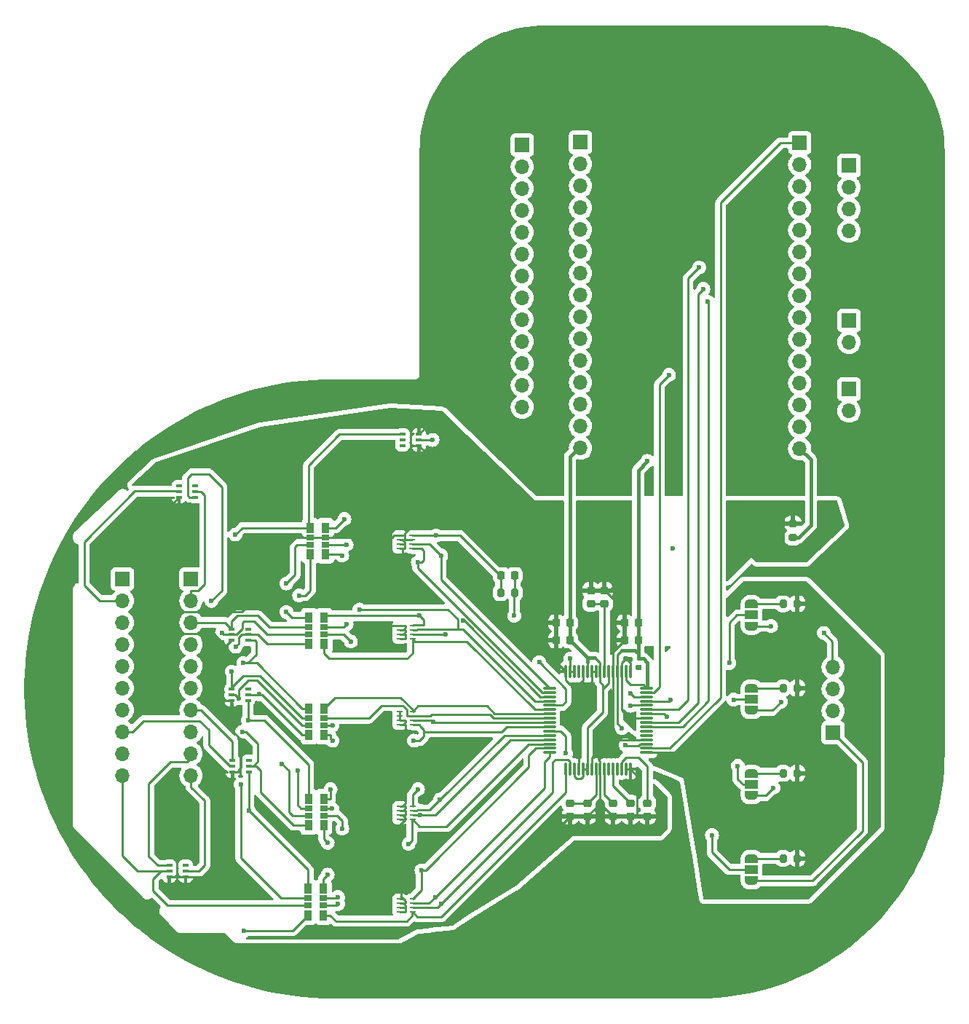
<source format=gbr>
%TF.GenerationSoftware,KiCad,Pcbnew,8.0.5*%
%TF.CreationDate,2025-02-17T01:38:53-08:00*%
%TF.ProjectId,eegw:ads1299,65656777-3a61-4647-9331-3239392e6b69,rev?*%
%TF.SameCoordinates,Original*%
%TF.FileFunction,Copper,L1,Top*%
%TF.FilePolarity,Positive*%
%FSLAX46Y46*%
G04 Gerber Fmt 4.6, Leading zero omitted, Abs format (unit mm)*
G04 Created by KiCad (PCBNEW 8.0.5) date 2025-02-17 01:38:53*
%MOMM*%
%LPD*%
G01*
G04 APERTURE LIST*
G04 Aperture macros list*
%AMRoundRect*
0 Rectangle with rounded corners*
0 $1 Rounding radius*
0 $2 $3 $4 $5 $6 $7 $8 $9 X,Y pos of 4 corners*
0 Add a 4 corners polygon primitive as box body*
4,1,4,$2,$3,$4,$5,$6,$7,$8,$9,$2,$3,0*
0 Add four circle primitives for the rounded corners*
1,1,$1+$1,$2,$3*
1,1,$1+$1,$4,$5*
1,1,$1+$1,$6,$7*
1,1,$1+$1,$8,$9*
0 Add four rect primitives between the rounded corners*
20,1,$1+$1,$2,$3,$4,$5,0*
20,1,$1+$1,$4,$5,$6,$7,0*
20,1,$1+$1,$6,$7,$8,$9,0*
20,1,$1+$1,$8,$9,$2,$3,0*%
%AMFreePoly0*
4,1,19,0.550000,-0.750000,0.000000,-0.750000,0.000000,-0.744911,-0.071157,-0.744911,-0.207708,-0.704816,-0.327430,-0.627875,-0.420627,-0.520320,-0.479746,-0.390866,-0.500000,-0.250000,-0.500000,0.250000,-0.479746,0.390866,-0.420627,0.520320,-0.327430,0.627875,-0.207708,0.704816,-0.071157,0.744911,0.000000,0.744911,0.000000,0.750000,0.550000,0.750000,0.550000,-0.750000,0.550000,-0.750000,
$1*%
%AMFreePoly1*
4,1,19,0.000000,0.744911,0.071157,0.744911,0.207708,0.704816,0.327430,0.627875,0.420627,0.520320,0.479746,0.390866,0.500000,0.250000,0.500000,-0.250000,0.479746,-0.390866,0.420627,-0.520320,0.327430,-0.627875,0.207708,-0.704816,0.071157,-0.744911,0.000000,-0.744911,0.000000,-0.750000,-0.550000,-0.750000,-0.550000,0.750000,0.000000,0.750000,0.000000,0.744911,0.000000,0.744911,
$1*%
G04 Aperture macros list end*
%TA.AperFunction,ComponentPad*%
%ADD10R,1.700000X1.700000*%
%TD*%
%TA.AperFunction,ComponentPad*%
%ADD11O,1.700000X1.700000*%
%TD*%
%TA.AperFunction,SMDPad,CuDef*%
%ADD12RoundRect,0.075000X-0.662500X-0.075000X0.662500X-0.075000X0.662500X0.075000X-0.662500X0.075000X0*%
%TD*%
%TA.AperFunction,SMDPad,CuDef*%
%ADD13RoundRect,0.075000X-0.075000X-0.662500X0.075000X-0.662500X0.075000X0.662500X-0.075000X0.662500X0*%
%TD*%
%TA.AperFunction,SMDPad,CuDef*%
%ADD14RoundRect,0.225000X0.225000X0.250000X-0.225000X0.250000X-0.225000X-0.250000X0.225000X-0.250000X0*%
%TD*%
%TA.AperFunction,SMDPad,CuDef*%
%ADD15R,0.965200X1.244600*%
%TD*%
%TA.AperFunction,SMDPad,CuDef*%
%ADD16R,0.965200X0.660400*%
%TD*%
%TA.AperFunction,SMDPad,CuDef*%
%ADD17RoundRect,0.200000X-0.200000X-0.275000X0.200000X-0.275000X0.200000X0.275000X-0.200000X0.275000X0*%
%TD*%
%TA.AperFunction,SMDPad,CuDef*%
%ADD18FreePoly0,90.000000*%
%TD*%
%TA.AperFunction,SMDPad,CuDef*%
%ADD19R,1.500000X1.000000*%
%TD*%
%TA.AperFunction,SMDPad,CuDef*%
%ADD20FreePoly1,90.000000*%
%TD*%
%TA.AperFunction,SMDPad,CuDef*%
%ADD21R,0.685800X0.152400*%
%TD*%
%TA.AperFunction,SMDPad,CuDef*%
%ADD22RoundRect,0.100000X0.225000X0.100000X-0.225000X0.100000X-0.225000X-0.100000X0.225000X-0.100000X0*%
%TD*%
%TA.AperFunction,SMDPad,CuDef*%
%ADD23RoundRect,0.100000X-0.225000X-0.100000X0.225000X-0.100000X0.225000X0.100000X-0.225000X0.100000X0*%
%TD*%
%TA.AperFunction,SMDPad,CuDef*%
%ADD24RoundRect,0.225000X0.250000X-0.225000X0.250000X0.225000X-0.250000X0.225000X-0.250000X-0.225000X0*%
%TD*%
%TA.AperFunction,SMDPad,CuDef*%
%ADD25RoundRect,0.225000X-0.225000X-0.250000X0.225000X-0.250000X0.225000X0.250000X-0.225000X0.250000X0*%
%TD*%
%TA.AperFunction,SMDPad,CuDef*%
%ADD26RoundRect,0.225000X-0.250000X0.225000X-0.250000X-0.225000X0.250000X-0.225000X0.250000X0.225000X0*%
%TD*%
%TA.AperFunction,SMDPad,CuDef*%
%ADD27RoundRect,0.200000X0.275000X-0.200000X0.275000X0.200000X-0.275000X0.200000X-0.275000X-0.200000X0*%
%TD*%
%TA.AperFunction,ViaPad*%
%ADD28C,0.600000*%
%TD*%
%TA.AperFunction,Conductor*%
%ADD29C,0.254000*%
%TD*%
%TA.AperFunction,Conductor*%
%ADD30C,0.381000*%
%TD*%
G04 APERTURE END LIST*
D10*
%TO.P,J2,1,Pin_1*%
%TO.N,en*%
X142937500Y-59262500D03*
D11*
%TO.P,J2,2,Pin_2*%
%TO.N,vp*%
X142937500Y-61802500D03*
%TO.P,J2,3,Pin_3*%
%TO.N,vn*%
X142937500Y-64342500D03*
%TO.P,J2,4,Pin_4*%
%TO.N,io34*%
X142937500Y-66882500D03*
%TO.P,J2,5,Pin_5*%
%TO.N,io35*%
X142937500Y-69422500D03*
%TO.P,J2,6,Pin_6*%
%TO.N,io32*%
X142937500Y-71962500D03*
%TO.P,J2,7,Pin_7*%
%TO.N,io33*%
X142937500Y-74502500D03*
%TO.P,J2,8,Pin_8*%
%TO.N,io25*%
X142937500Y-77042500D03*
%TO.P,J2,9,Pin_9*%
%TO.N,io26*%
X142937500Y-79582500D03*
%TO.P,J2,10,Pin_10*%
%TO.N,io27*%
X142937500Y-82122500D03*
%TO.P,J2,11,Pin_11*%
%TO.N,io14*%
X142937500Y-84662500D03*
%TO.P,J2,12,Pin_12*%
%TO.N,io12*%
X142937500Y-87202500D03*
%TO.P,J2,13,Pin_13*%
%TO.N,io13*%
X142937500Y-89742500D03*
%TD*%
D12*
%TO.P,U6,1,IN8N*%
%TO.N,in8n*%
X146087500Y-122412500D03*
%TO.P,U6,2,IN8P*%
%TO.N,in8p*%
X146087500Y-122912500D03*
%TO.P,U6,3,IN7P*%
%TO.N,in7n*%
X146087500Y-123412500D03*
%TO.P,U6,4,IN7N*%
%TO.N,in7p*%
X146087500Y-123912500D03*
%TO.P,U6,5,IN6N*%
%TO.N,in6n*%
X146087500Y-124412500D03*
%TO.P,U6,6,IN6P*%
%TO.N,in6p*%
X146087500Y-124912500D03*
%TO.P,U6,7,IN5N*%
%TO.N,in5n*%
X146087500Y-125412500D03*
%TO.P,U6,8,IN5P*%
%TO.N,in5p*%
X146087500Y-125912500D03*
%TO.P,U6,9,IN4N*%
%TO.N,in4n*%
X146087500Y-126412500D03*
%TO.P,U6,10,IN4P*%
%TO.N,in4p*%
X146087500Y-126912500D03*
%TO.P,U6,11,IN3N*%
%TO.N,in3n*%
X146087500Y-127412500D03*
%TO.P,U6,12,IN3P*%
%TO.N,in3p*%
X146087500Y-127912500D03*
%TO.P,U6,13,IN2N*%
%TO.N,in2n*%
X146087500Y-128412500D03*
%TO.P,U6,14,IN2P*%
%TO.N,in2p*%
X146087500Y-128912500D03*
%TO.P,U6,15,IN1N*%
%TO.N,in1n*%
X146087500Y-129412500D03*
%TO.P,U6,16,IN1P*%
%TO.N,in1p*%
X146087500Y-129912500D03*
D13*
%TO.P,U6,17,SRB1*%
%TO.N,_SRB1*%
X148000000Y-131825000D03*
%TO.P,U6,18,SRB2*%
%TO.N,_SRB2*%
X148500000Y-131825000D03*
%TO.P,U6,19,AVDD*%
%TO.N,+5V*%
X149000000Y-131825000D03*
%TO.P,U6,20,AVSS*%
%TO.N,GNDA*%
X149500000Y-131825000D03*
%TO.P,U6,21,AVDD*%
%TO.N,+5V*%
X150000000Y-131825000D03*
%TO.P,U6,22,AVDD*%
X150500000Y-131825000D03*
%TO.P,U6,23,AVSS*%
%TO.N,GNDA*%
X151000000Y-131825000D03*
%TO.P,U6,24,VREFP*%
%TO.N,Net-(U6-VREFP)*%
X151500000Y-131825000D03*
%TO.P,U6,25,VREFN*%
%TO.N,GNDA*%
X152000000Y-131825000D03*
%TO.P,U6,26,VCAP4*%
%TO.N,Net-(U6-VCAP4)*%
X152500000Y-131825000D03*
%TO.P,U6,27,NC*%
%TO.N,unconnected-(U6-NC-Pad27)*%
X153000000Y-131825000D03*
%TO.P,U6,28,VCAP1*%
%TO.N,Net-(U6-VCAP1)*%
X153500000Y-131825000D03*
%TO.P,U6,29,NC*%
%TO.N,unconnected-(U6-NC-Pad29)*%
X154000000Y-131825000D03*
%TO.P,U6,30,VCAP2*%
%TO.N,Net-(U6-VCAP2)*%
X154500000Y-131825000D03*
%TO.P,U6,31,RESV1*%
%TO.N,GNDA*%
X155000000Y-131825000D03*
%TO.P,U6,32,AVSS*%
X155500000Y-131825000D03*
D12*
%TO.P,U6,33,DGND*%
%TO.N,GNDD*%
X157412500Y-129912500D03*
%TO.P,U6,34,DIN*%
%TO.N,MOSI*%
X157412500Y-129412500D03*
%TO.P,U6,35,~{PWDN}*%
%TO.N,+3V3*%
X157412500Y-128912500D03*
%TO.P,U6,36,~{RESET}*%
%TO.N,GNDA*%
X157412500Y-128412500D03*
%TO.P,U6,37,CLK*%
%TO.N,CLK*%
X157412500Y-127912500D03*
%TO.P,U6,38,START*%
%TO.N,unconnected-(U6-START-Pad38)*%
X157412500Y-127412500D03*
%TO.P,U6,39,~{CS}*%
%TO.N,CS*%
X157412500Y-126912500D03*
%TO.P,U6,40,SCLK*%
%TO.N,SCLK*%
X157412500Y-126412500D03*
%TO.P,U6,41,DAISY_IN*%
%TO.N,GNDD*%
X157412500Y-125912500D03*
%TO.P,U6,42,GPIO1*%
%TO.N,pin1*%
X157412500Y-125412500D03*
%TO.P,U6,43,DOUT*%
%TO.N,MISO*%
X157412500Y-124912500D03*
%TO.P,U6,44,GPIO2*%
%TO.N,pin2*%
X157412500Y-124412500D03*
%TO.P,U6,45,GPIO3*%
%TO.N,pin3*%
X157412500Y-123912500D03*
%TO.P,U6,46,GPIO4*%
%TO.N,pin4*%
X157412500Y-123412500D03*
%TO.P,U6,47,~{DRDY}*%
%TO.N,DRDY*%
X157412500Y-122912500D03*
%TO.P,U6,48,DVDD*%
%TO.N,+3V3*%
X157412500Y-122412500D03*
D13*
%TO.P,U6,49,DGND*%
%TO.N,GNDD*%
X155500000Y-120500000D03*
%TO.P,U6,50,DVDD*%
%TO.N,+3V3*%
X155000000Y-120500000D03*
%TO.P,U6,51,DGND*%
%TO.N,GNDD*%
X154500000Y-120500000D03*
%TO.P,U6,52,CLKSEL*%
%TO.N,+3V3*%
X154000000Y-120500000D03*
%TO.P,U6,53,AVSS1*%
%TO.N,GNDA*%
X153500000Y-120500000D03*
%TO.P,U6,54,AVDD1*%
%TO.N,+5V*%
X153000000Y-120500000D03*
%TO.P,U6,55,VCAP3*%
%TO.N,Net-(U6-VCAP3)*%
X152500000Y-120500000D03*
%TO.P,U6,56,AVDD*%
%TO.N,+5V*%
X152000000Y-120500000D03*
%TO.P,U6,57,AVSS*%
%TO.N,GNDA*%
X151500000Y-120500000D03*
%TO.P,U6,58,AVSS*%
X151000000Y-120500000D03*
%TO.P,U6,59,AVDD*%
%TO.N,+5V*%
X150500000Y-120500000D03*
%TO.P,U6,60,BIAS_REF*%
%TO.N,GNDA*%
X150000000Y-120500000D03*
%TO.P,U6,61,BIAS_INV*%
%TO.N,BIAS_INV*%
X149500000Y-120500000D03*
%TO.P,U6,62,BIAS_IN*%
%TO.N,Net-(U6-BIAS_IN)*%
X149000000Y-120500000D03*
%TO.P,U6,63,BIAS_OUT*%
X148500000Y-120500000D03*
%TO.P,U6,64,RESERVED*%
%TO.N,GNDA*%
X148000000Y-120500000D03*
%TD*%
D14*
%TO.P,C12,1*%
%TO.N,+3V3*%
X156412500Y-114825000D03*
%TO.P,C12,2*%
%TO.N,GNDA*%
X154862500Y-114825000D03*
%TD*%
D15*
%TO.P,R10,1*%
%TO.N,1n*%
X118048900Y-145733800D03*
D16*
%TO.P,R10,2*%
%TO.N,1p*%
X118048900Y-146855210D03*
%TO.P,R10,3*%
%TO.N,SRB2*%
X118048900Y-147684520D03*
D15*
%TO.P,R10,4*%
%TO.N,SRB1*%
X118048900Y-148807200D03*
%TO.P,R10,5*%
%TO.N,_SRB1*%
X119801500Y-148807200D03*
D16*
%TO.P,R10,6*%
%TO.N,_SRB2*%
X119801500Y-147685790D03*
%TO.P,R10,7*%
%TO.N,in1p*%
X119801500Y-146856480D03*
D15*
%TO.P,R10,8*%
%TO.N,in1n*%
X119801500Y-145733800D03*
%TD*%
%TO.P,R5,1*%
%TO.N,5n*%
X118134900Y-124794500D03*
D16*
%TO.P,R5,2*%
%TO.N,5p*%
X118134900Y-125915910D03*
%TO.P,R5,3*%
%TO.N,4n*%
X118134900Y-126745220D03*
D15*
%TO.P,R5,4*%
%TO.N,4p*%
X118134900Y-127867900D03*
%TO.P,R5,5*%
%TO.N,in4p*%
X119887500Y-127867900D03*
D16*
%TO.P,R5,6*%
%TO.N,in4n*%
X119887500Y-126746490D03*
%TO.P,R5,7*%
%TO.N,in5p*%
X119887500Y-125917180D03*
D15*
%TO.P,R5,8*%
%TO.N,in5n*%
X119887500Y-124794500D03*
%TD*%
D10*
%TO.P,J3,1,Pin_1*%
%TO.N,io22*%
X180937500Y-61662500D03*
D11*
%TO.P,J3,2,Pin_2*%
%TO.N,tx0*%
X180937500Y-64202500D03*
%TO.P,J3,3,Pin_3*%
%TO.N,rx0*%
X180937500Y-66742500D03*
%TO.P,J3,4,Pin_4*%
%TO.N,io21*%
X180937500Y-69282500D03*
%TD*%
D17*
%TO.P,R9,1*%
%TO.N,Net-(JP3-B)*%
X173262500Y-132312500D03*
%TO.P,R9,2*%
%TO.N,GNDD*%
X174912500Y-132312500D03*
%TD*%
D10*
%TO.P,J1,1,Pin_1*%
%TO.N,en*%
X149712000Y-58952500D03*
D11*
%TO.P,J1,2,Pin_2*%
%TO.N,vp*%
X149712000Y-61492500D03*
%TO.P,J1,3,Pin_3*%
%TO.N,vn*%
X149712000Y-64032500D03*
%TO.P,J1,4,Pin_4*%
%TO.N,io34*%
X149712000Y-66572500D03*
%TO.P,J1,5,Pin_5*%
%TO.N,io35*%
X149712000Y-69112500D03*
%TO.P,J1,6,Pin_6*%
%TO.N,io32*%
X149712000Y-71652500D03*
%TO.P,J1,7,Pin_7*%
%TO.N,io33*%
X149712000Y-74192500D03*
%TO.P,J1,8,Pin_8*%
%TO.N,io25*%
X149712000Y-76732500D03*
%TO.P,J1,9,Pin_9*%
%TO.N,io26*%
X149712000Y-79272500D03*
%TO.P,J1,10,Pin_10*%
%TO.N,io27*%
X149712000Y-81812500D03*
%TO.P,J1,11,Pin_11*%
%TO.N,io14*%
X149712000Y-84352500D03*
%TO.P,J1,12,Pin_12*%
%TO.N,io12*%
X149712000Y-86892500D03*
%TO.P,J1,13,Pin_13*%
%TO.N,io13*%
X149712000Y-89432500D03*
%TO.P,J1,14,Pin_14*%
%TO.N,GND*%
X149712000Y-91972500D03*
%TO.P,J1,15,Pin_15*%
%TO.N,+5V*%
X149712000Y-94512500D03*
%TD*%
D18*
%TO.P,JP1,1,A*%
%TO.N,gpio4ADS*%
X169587500Y-115212500D03*
D19*
%TO.P,JP1,2,C*%
%TO.N,pin4*%
X169587500Y-113912500D03*
D20*
%TO.P,JP1,3,B*%
%TO.N,Net-(JP1-B)*%
X169587500Y-112612500D03*
%TD*%
D18*
%TO.P,JP4,1,A*%
%TO.N,gpio1ADS*%
X169587500Y-144812500D03*
D19*
%TO.P,JP4,2,C*%
%TO.N,pin1*%
X169587500Y-143512500D03*
D20*
%TO.P,JP4,3,B*%
%TO.N,Net-(JP4-B)*%
X169587500Y-142212500D03*
%TD*%
D21*
%TO.P,C1,1*%
%TO.N,GNDA*%
X128664000Y-104662500D03*
%TO.P,C1,2*%
X128664000Y-105170500D03*
%TO.P,C1,3*%
X128664000Y-105678500D03*
%TO.P,C1,4*%
X128664000Y-106186500D03*
%TO.P,C1,5*%
%TO.N,in8p*%
X130137200Y-106186500D03*
%TO.P,C1,6*%
%TO.N,in8n*%
X130137200Y-105678500D03*
%TO.P,C1,7*%
%TO.N,GNDA*%
X130137200Y-105170500D03*
%TO.P,C1,8*%
%TO.N,BIAS_DRV*%
X130137200Y-104662500D03*
%TD*%
D17*
%TO.P,R2,1*%
%TO.N,BIAS_DRV*%
X140412500Y-111325000D03*
%TO.P,R2,2*%
%TO.N,Net-(U6-BIAS_IN)*%
X142062500Y-111325000D03*
%TD*%
D10*
%TO.P,J7,1,Pin_1*%
%TO.N,BIAS*%
X96437500Y-109712500D03*
D11*
%TO.P,J7,2,Pin_2*%
%TO.N,8n*%
X96437500Y-112252500D03*
%TO.P,J7,3,Pin_3*%
%TO.N,7n*%
X96437500Y-114792500D03*
%TO.P,J7,4,Pin_4*%
%TO.N,6n*%
X96437500Y-117332500D03*
%TO.P,J7,5,Pin_5*%
%TO.N,5n*%
X96437500Y-119872500D03*
%TO.P,J7,6,Pin_6*%
%TO.N,4n*%
X96437500Y-122412500D03*
%TO.P,J7,7,Pin_7*%
%TO.N,3n*%
X96437500Y-124952500D03*
%TO.P,J7,8,Pin_8*%
%TO.N,2n*%
X96437500Y-127492500D03*
%TO.P,J7,9,Pin_9*%
%TO.N,1n*%
X96437500Y-130032500D03*
%TO.P,J7,10,Pin_10*%
%TO.N,SRB2*%
X96437500Y-132572500D03*
%TD*%
D22*
%TO.P,U2,1,IO1*%
%TO.N,GNDA*%
X130912500Y-94212500D03*
%TO.P,U2,2,IO2*%
%TO.N,+5V*%
X130912500Y-93562500D03*
%TO.P,U2,3,GND*%
%TO.N,GNDA*%
X130912500Y-92912500D03*
%TO.P,U2,4,IO3*%
%TO.N,BIAS*%
X129012500Y-92912500D03*
%TO.P,U2,5,IO4*%
%TO.N,unconnected-(U2-IO4-Pad5)*%
X129012500Y-93562500D03*
%TO.P,U2,6,NC*%
%TO.N,unconnected-(U2-NC-Pad6)*%
X129012500Y-94212500D03*
%TD*%
D14*
%TO.P,C9,1*%
%TO.N,+5V*%
X148462500Y-114825000D03*
%TO.P,C9,2*%
%TO.N,GNDA*%
X146912500Y-114825000D03*
%TD*%
D18*
%TO.P,JP3,1,A*%
%TO.N,gpio2ADS*%
X169587500Y-134912500D03*
D19*
%TO.P,JP3,2,C*%
%TO.N,pin2*%
X169587500Y-133612500D03*
D20*
%TO.P,JP3,3,B*%
%TO.N,Net-(JP3-B)*%
X169587500Y-132312500D03*
%TD*%
D23*
%TO.P,U5,1,IO1*%
%TO.N,7p*%
X109136000Y-115532500D03*
%TO.P,U5,2,IO2*%
%TO.N,6n*%
X109136000Y-116182500D03*
%TO.P,U5,3,GND*%
%TO.N,GNDA*%
X109136000Y-116832500D03*
%TO.P,U5,4,IO3*%
%TO.N,5n*%
X111036000Y-116832500D03*
%TO.P,U5,5,IO4*%
%TO.N,6p*%
X111036000Y-116182500D03*
%TO.P,U5,6,NC*%
%TO.N,unconnected-(U5-NC-Pad6)*%
X111036000Y-115532500D03*
%TD*%
D21*
%TO.P,C7,1*%
%TO.N,GNDA*%
X128690800Y-125162500D03*
%TO.P,C7,2*%
X128690800Y-125670500D03*
%TO.P,C7,3*%
X128690800Y-126178500D03*
%TO.P,C7,4*%
X128690800Y-126686500D03*
%TO.P,C7,5*%
%TO.N,in4p*%
X130164000Y-126686500D03*
%TO.P,C7,6*%
%TO.N,in4n*%
X130164000Y-126178500D03*
%TO.P,C7,7*%
%TO.N,in5p*%
X130164000Y-125670500D03*
%TO.P,C7,8*%
%TO.N,in5n*%
X130164000Y-125162500D03*
%TD*%
D23*
%TO.P,U7,1,IO1*%
%TO.N,1p*%
X101887500Y-143032500D03*
%TO.P,U7,2,IO2*%
%TO.N,SRB2*%
X101887500Y-143682500D03*
%TO.P,U7,3,GND*%
%TO.N,GNDA*%
X101887500Y-144332500D03*
%TO.P,U7,4,IO3*%
X103787500Y-144332500D03*
%TO.P,U7,5,IO4*%
%TO.N,SRB1*%
X103787500Y-143682500D03*
%TO.P,U7,6,NC*%
%TO.N,unconnected-(U7-NC-Pad6)*%
X103787500Y-143032500D03*
%TD*%
D24*
%TO.P,C8,1*%
%TO.N,GNDA*%
X157500000Y-137325000D03*
%TO.P,C8,2*%
%TO.N,Net-(U6-VCAP2)*%
X157500000Y-135775000D03*
%TD*%
%TO.P,C16,1*%
%TO.N,GNDA*%
X150500000Y-137325000D03*
%TO.P,C16,2*%
%TO.N,Net-(U6-VREFP)*%
X150500000Y-135775000D03*
%TD*%
D23*
%TO.P,U1,1,IO1*%
%TO.N,unconnected-(U1-IO1-Pad1)*%
X103012500Y-98912500D03*
%TO.P,U1,2,IO2*%
%TO.N,8n*%
X103012500Y-99562500D03*
%TO.P,U1,3,GND*%
%TO.N,GNDA*%
X103012500Y-100212500D03*
%TO.P,U1,4,IO3*%
%TO.N,7n*%
X104912500Y-100212500D03*
%TO.P,U1,5,IO4*%
%TO.N,8p*%
X104912500Y-99562500D03*
%TO.P,U1,6,NC*%
%TO.N,unconnected-(U1-NC-Pad6)*%
X104912500Y-98912500D03*
%TD*%
D24*
%TO.P,C10,1*%
%TO.N,GNDA*%
X148500000Y-137325000D03*
%TO.P,C10,2*%
%TO.N,Net-(U6-VREFP)*%
X148500000Y-135775000D03*
%TD*%
D21*
%TO.P,C5,1*%
%TO.N,GNDA*%
X128690800Y-115162500D03*
%TO.P,C5,2*%
X128690800Y-115670500D03*
%TO.P,C5,3*%
X128690800Y-116178500D03*
%TO.P,C5,4*%
X128690800Y-116686500D03*
%TO.P,C5,5*%
%TO.N,in6p*%
X130164000Y-116686500D03*
%TO.P,C5,6*%
%TO.N,in6n*%
X130164000Y-116178500D03*
%TO.P,C5,7*%
%TO.N,in7p*%
X130164000Y-115670500D03*
%TO.P,C5,8*%
%TO.N,in7n*%
X130164000Y-115162500D03*
%TD*%
D15*
%TO.P,R6,1*%
%TO.N,3n*%
X118096900Y-135270500D03*
D16*
%TO.P,R6,2*%
%TO.N,3p*%
X118096900Y-136391910D03*
%TO.P,R6,3*%
%TO.N,2n*%
X118096900Y-137221220D03*
D15*
%TO.P,R6,4*%
%TO.N,2p*%
X118096900Y-138343900D03*
%TO.P,R6,5*%
%TO.N,in2p*%
X119849500Y-138343900D03*
D16*
%TO.P,R6,6*%
%TO.N,in2n*%
X119849500Y-137222490D03*
%TO.P,R6,7*%
%TO.N,in3p*%
X119849500Y-136393180D03*
D15*
%TO.P,R6,8*%
%TO.N,in3n*%
X119849500Y-135270500D03*
%TD*%
D25*
%TO.P,C4,1*%
%TO.N,BIAS_DRV*%
X140487500Y-109325000D03*
%TO.P,C4,2*%
%TO.N,Net-(U6-BIAS_IN)*%
X142037500Y-109325000D03*
%TD*%
D14*
%TO.P,C13,1*%
%TO.N,+3V3*%
X156412500Y-116825000D03*
%TO.P,C13,2*%
%TO.N,GNDA*%
X154862500Y-116825000D03*
%TD*%
D15*
%TO.P,R1,1*%
%TO.N,BIAS*%
X118286500Y-103770500D03*
D16*
%TO.P,R1,2*%
%TO.N,GNDA*%
X118286500Y-104891910D03*
%TO.P,R1,3*%
%TO.N,8n*%
X118286500Y-105721220D03*
D15*
%TO.P,R1,4*%
%TO.N,8p*%
X118286500Y-106843900D03*
%TO.P,R1,5*%
%TO.N,in8p*%
X120039100Y-106843900D03*
D16*
%TO.P,R1,6*%
%TO.N,in8n*%
X120039100Y-105722490D03*
%TO.P,R1,7*%
%TO.N,GNDA*%
X120039100Y-104893180D03*
D15*
%TO.P,R1,8*%
%TO.N,BIAS_DRV*%
X120039100Y-103770500D03*
%TD*%
D10*
%TO.P,J4,1,Pin_1*%
%TO.N,MOSI*%
X175200000Y-59012500D03*
D11*
%TO.P,J4,2,Pin_2*%
%TO.N,io22*%
X175200000Y-61552500D03*
%TO.P,J4,3,Pin_3*%
%TO.N,tx0*%
X175200000Y-64092500D03*
%TO.P,J4,4,Pin_4*%
%TO.N,rx0*%
X175200000Y-66632500D03*
%TO.P,J4,5,Pin_5*%
%TO.N,io21*%
X175200000Y-69172500D03*
%TO.P,J4,6,Pin_6*%
%TO.N,MISO*%
X175200000Y-71712500D03*
%TO.P,J4,7,Pin_7*%
%TO.N,SCLK*%
X175200000Y-74252500D03*
%TO.P,J4,8,Pin_8*%
%TO.N,CS*%
X175200000Y-76792500D03*
%TO.P,J4,9,Pin_9*%
%TO.N,tx2*%
X175200000Y-79332500D03*
%TO.P,J4,10,Pin_10*%
%TO.N,rx2*%
X175200000Y-81872500D03*
%TO.P,J4,11,Pin_11*%
%TO.N,DRDY*%
X175200000Y-84412500D03*
%TO.P,J4,12,Pin_12*%
%TO.N,io2*%
X175200000Y-86952500D03*
%TO.P,J4,13,Pin_13*%
%TO.N,io15*%
X175200000Y-89492500D03*
%TO.P,J4,14,Pin_14*%
%TO.N,GND*%
X175200000Y-92032500D03*
%TO.P,J4,15,Pin_15*%
%TO.N,+3V3*%
X175200000Y-94572500D03*
%TD*%
D21*
%TO.P,C17,1*%
%TO.N,GNDA*%
X128690800Y-146900500D03*
%TO.P,C17,2*%
X128690800Y-147408500D03*
%TO.P,C17,3*%
X128690800Y-147916500D03*
%TO.P,C17,4*%
X128690800Y-148424500D03*
%TO.P,C17,5*%
%TO.N,_SRB1*%
X130164000Y-148424500D03*
%TO.P,C17,6*%
%TO.N,_SRB2*%
X130164000Y-147916500D03*
%TO.P,C17,7*%
%TO.N,in1p*%
X130164000Y-147408500D03*
%TO.P,C17,8*%
%TO.N,in1n*%
X130164000Y-146900500D03*
%TD*%
D17*
%TO.P,R11,1*%
%TO.N,Net-(JP4-B)*%
X173262500Y-142212500D03*
%TO.P,R11,2*%
%TO.N,GNDD*%
X174912500Y-142212500D03*
%TD*%
D14*
%TO.P,C11,1*%
%TO.N,+5V*%
X148462500Y-116825000D03*
%TO.P,C11,2*%
%TO.N,GNDA*%
X146912500Y-116825000D03*
%TD*%
D17*
%TO.P,R8,1*%
%TO.N,Net-(JP2-B)*%
X173262500Y-122412500D03*
%TO.P,R8,2*%
%TO.N,GNDD*%
X174912500Y-122412500D03*
%TD*%
D26*
%TO.P,C3,1*%
%TO.N,GNDA*%
X152500000Y-111050000D03*
%TO.P,C3,2*%
%TO.N,Net-(U6-VCAP3)*%
X152500000Y-112600000D03*
%TD*%
D10*
%TO.P,J9,1,Pin_1*%
%TO.N,gpio1ADS*%
X179087500Y-127612500D03*
D11*
%TO.P,J9,2,Pin_2*%
%TO.N,gpio2ADS*%
X179087500Y-125072500D03*
%TO.P,J9,3,Pin_3*%
%TO.N,gpio3ADS*%
X179087500Y-122532500D03*
%TO.P,J9,4,Pin_4*%
%TO.N,gpio4ADS*%
X179087500Y-119992500D03*
%TD*%
D10*
%TO.P,J5,1,Pin_1*%
%TO.N,io2*%
X180937500Y-87662500D03*
D11*
%TO.P,J5,2,Pin_2*%
%TO.N,io15*%
X180937500Y-90202500D03*
%TD*%
D26*
%TO.P,C2,1*%
%TO.N,GNDA*%
X150912500Y-111050000D03*
%TO.P,C2,2*%
%TO.N,Net-(U6-VCAP3)*%
X150912500Y-112600000D03*
%TD*%
D27*
%TO.P,R4,1*%
%TO.N,+3V3*%
X174412500Y-104912500D03*
%TO.P,R4,2*%
%TO.N,GNDA*%
X174412500Y-103262500D03*
%TD*%
D10*
%TO.P,J8,1,Pin_1*%
%TO.N,BIAS*%
X104412500Y-109712500D03*
D11*
%TO.P,J8,2,Pin_2*%
%TO.N,8p*%
X104412500Y-112252500D03*
%TO.P,J8,3,Pin_3*%
%TO.N,7p*%
X104412500Y-114792500D03*
%TO.P,J8,4,Pin_4*%
%TO.N,6p*%
X104412500Y-117332500D03*
%TO.P,J8,5,Pin_5*%
%TO.N,5p*%
X104412500Y-119872500D03*
%TO.P,J8,6,Pin_6*%
%TO.N,4p*%
X104412500Y-122412500D03*
%TO.P,J8,7,Pin_7*%
%TO.N,3p*%
X104412500Y-124952500D03*
%TO.P,J8,8,Pin_8*%
%TO.N,2p*%
X104412500Y-127492500D03*
%TO.P,J8,9,Pin_9*%
%TO.N,1p*%
X104412500Y-130032500D03*
%TO.P,J8,10,Pin_10*%
%TO.N,SRB1*%
X104412500Y-132572500D03*
%TD*%
D18*
%TO.P,JP2,1,A*%
%TO.N,gpio3ADS*%
X169587500Y-125012500D03*
D19*
%TO.P,JP2,2,C*%
%TO.N,pin3*%
X169587500Y-123712500D03*
D20*
%TO.P,JP2,3,B*%
%TO.N,Net-(JP2-B)*%
X169587500Y-122412500D03*
%TD*%
D10*
%TO.P,J6,1,Pin_1*%
%TO.N,tx2*%
X180937500Y-79662500D03*
D11*
%TO.P,J6,2,Pin_2*%
%TO.N,rx2*%
X180937500Y-82202500D03*
%TD*%
D26*
%TO.P,C14,1*%
%TO.N,Net-(U6-VCAP1)*%
X155500000Y-135775000D03*
%TO.P,C14,2*%
%TO.N,GNDA*%
X155500000Y-137325000D03*
%TD*%
D21*
%TO.P,C6,1*%
%TO.N,GNDA*%
X128690800Y-136162500D03*
%TO.P,C6,2*%
X128690800Y-136670500D03*
%TO.P,C6,3*%
X128690800Y-137178500D03*
%TO.P,C6,4*%
X128690800Y-137686500D03*
%TO.P,C6,5*%
%TO.N,in2p*%
X130164000Y-137686500D03*
%TO.P,C6,6*%
%TO.N,in2n*%
X130164000Y-137178500D03*
%TO.P,C6,7*%
%TO.N,in3p*%
X130164000Y-136670500D03*
%TO.P,C6,8*%
%TO.N,in3n*%
X130164000Y-136162500D03*
%TD*%
D17*
%TO.P,R3,1*%
%TO.N,Net-(JP1-B)*%
X173262500Y-112612500D03*
%TO.P,R3,2*%
%TO.N,GNDD*%
X174912500Y-112612500D03*
%TD*%
D15*
%TO.P,R7,1*%
%TO.N,7n*%
X118134900Y-114209800D03*
D16*
%TO.P,R7,2*%
%TO.N,7p*%
X118134900Y-115331210D03*
%TO.P,R7,3*%
%TO.N,6n*%
X118134900Y-116160520D03*
D15*
%TO.P,R7,4*%
%TO.N,6p*%
X118134900Y-117283200D03*
%TO.P,R7,5*%
%TO.N,in6p*%
X119887500Y-117283200D03*
D16*
%TO.P,R7,6*%
%TO.N,in6n*%
X119887500Y-116161790D03*
%TO.P,R7,7*%
%TO.N,in7p*%
X119887500Y-115332480D03*
D15*
%TO.P,R7,8*%
%TO.N,in7n*%
X119887500Y-114209800D03*
%TD*%
D23*
%TO.P,U3,1,IO1*%
%TO.N,3p*%
X109236000Y-130832500D03*
%TO.P,U3,2,IO2*%
%TO.N,2n*%
X109236000Y-131482500D03*
%TO.P,U3,3,GND*%
%TO.N,GNDA*%
X109236000Y-132132500D03*
%TO.P,U3,4,IO3*%
%TO.N,1n*%
X111136000Y-132132500D03*
%TO.P,U3,5,IO4*%
%TO.N,2p*%
X111136000Y-131482500D03*
%TO.P,U3,6,NC*%
%TO.N,unconnected-(U3-NC-Pad6)*%
X111136000Y-130832500D03*
%TD*%
D24*
%TO.P,C15,1*%
%TO.N,GNDA*%
X153500000Y-137325000D03*
%TO.P,C15,2*%
%TO.N,Net-(U6-VCAP4)*%
X153500000Y-135775000D03*
%TD*%
D23*
%TO.P,U4,1,IO1*%
%TO.N,5p*%
X109136000Y-122532500D03*
%TO.P,U4,2,IO2*%
%TO.N,4n*%
X109136000Y-123182500D03*
%TO.P,U4,3,GND*%
%TO.N,GNDA*%
X109136000Y-123832500D03*
%TO.P,U4,4,IO3*%
%TO.N,3n*%
X111036000Y-123832500D03*
%TO.P,U4,5,IO4*%
%TO.N,4p*%
X111036000Y-123182500D03*
%TO.P,U4,6,NC*%
%TO.N,unconnected-(U4-NC-Pad6)*%
X111036000Y-122532500D03*
%TD*%
D28*
%TO.N,GND*%
X160400000Y-106200000D03*
%TO.N,in1p*%
X121500000Y-146710100D03*
X132789900Y-146710100D03*
%TO.N,BIAS_DRV*%
X132906100Y-104662500D03*
X122248850Y-102748850D03*
%TO.N,in2p*%
X129700000Y-140521900D03*
X120300000Y-140400000D03*
%TO.N,in3p*%
X133369600Y-135369600D03*
X120839800Y-136437600D03*
%TO.N,_SRB2*%
X133486700Y-147513300D03*
X121500000Y-147513300D03*
%TO.N,8n*%
X115500000Y-110250000D03*
%TO.N,in4p*%
X120873400Y-128521900D03*
X130326900Y-128521900D03*
%TO.N,5n*%
X110500000Y-119500000D03*
%TO.N,3n*%
X111036000Y-126151800D03*
%TO.N,BIAS*%
X109562500Y-104562500D03*
%TO.N,6n*%
X108000000Y-116025000D03*
%TO.N,1n*%
X111136000Y-136636000D03*
%TO.N,in7p*%
X124000000Y-113282300D03*
X122500000Y-115000000D03*
%TO.N,4n*%
X109970600Y-123595900D03*
%TO.N,2n*%
X115000000Y-131200000D03*
%TO.N,in8p*%
X122000000Y-107000000D03*
X130781800Y-107791700D03*
%TO.N,MISO*%
X163500000Y-73500000D03*
%TO.N,DRDY*%
X160000000Y-86000000D03*
%TO.N,CS*%
X164500000Y-77500000D03*
%TO.N,7n*%
X115500000Y-113571400D03*
X106788200Y-112272300D03*
%TO.N,4p*%
X112371800Y-123139400D03*
%TO.N,8p*%
X116982700Y-111645300D03*
%TO.N,6p*%
X109600000Y-117600000D03*
%TO.N,5p*%
X109136000Y-120500000D03*
%TO.N,3p*%
X116800000Y-132000000D03*
%TO.N,1p*%
X110198400Y-133600000D03*
%TO.N,2p*%
X110358500Y-127492500D03*
%TO.N,SRB1*%
X110600000Y-150600000D03*
%TO.N,GNDD*%
X161700000Y-129200000D03*
X155500000Y-126000000D03*
%TO.N,+5V*%
X132500000Y-93562500D03*
%TO.N,Net-(U6-BIAS_IN)*%
X142000000Y-114000000D03*
X148500000Y-119000000D03*
%TO.N,+3V3*%
X157500000Y-96000000D03*
X154930250Y-129039500D03*
X154535350Y-127064650D03*
%TO.N,gpio2ADS*%
X172140000Y-134000000D03*
%TO.N,SCLK*%
X164000000Y-76000000D03*
%TO.N,gpio4ADS*%
X171862600Y-115212500D03*
X178000000Y-116000000D03*
%TO.N,gpio3ADS*%
X173000000Y-124000000D03*
%TO.N,pin4*%
X167000000Y-119500000D03*
X155500000Y-123000000D03*
%TO.N,pin3*%
X167500000Y-123765800D03*
X160200000Y-123800000D03*
%TO.N,pin2*%
X168000000Y-131457300D03*
X155500000Y-124464800D03*
%TO.N,pin1*%
X165000000Y-139500000D03*
X159750000Y-125750000D03*
%TO.N,in1n*%
X120300000Y-144100000D03*
X131200000Y-143600000D03*
%TO.N,in2n*%
X131014600Y-137178500D03*
X122000000Y-138735500D03*
%TO.N,in3n*%
X120633800Y-134178800D03*
X130808600Y-134178800D03*
X148000000Y-130000000D03*
%TO.N,in4n*%
X120872000Y-126746500D03*
X132529300Y-126291500D03*
%TO.N,in7n*%
X131000000Y-114000000D03*
X136038270Y-114595382D03*
%TO.N,in8n*%
X133500000Y-107000000D03*
X122500000Y-105722500D03*
%TO.N,in6n*%
X134000000Y-116180100D03*
X144900000Y-119400000D03*
X123000000Y-117000000D03*
%TO.N,GNDA*%
X131811700Y-141399400D03*
X126000000Y-115000000D03*
X128000000Y-112000000D03*
X154500000Y-110685100D03*
X169000000Y-106500000D03*
X145979800Y-112000000D03*
X146233100Y-139733100D03*
%TD*%
D29*
%TO.N,in1p*%
X132789900Y-146710100D02*
X145500000Y-134000000D01*
X145500000Y-131000000D02*
X146087500Y-130412500D01*
X145500000Y-134000000D02*
X145500000Y-131000000D01*
X132091500Y-147408500D02*
X130164000Y-147408500D01*
X146087500Y-130412500D02*
X146087500Y-129912500D01*
X121500000Y-146710100D02*
X121353600Y-146856500D01*
X121353600Y-146856500D02*
X119801500Y-146856500D01*
X132789900Y-146710100D02*
X132091500Y-147408500D01*
%TO.N,BIAS_DRV*%
X135675000Y-104662500D02*
X140412500Y-109400000D01*
X121227200Y-103770500D02*
X120039100Y-103770500D01*
X132906100Y-104662500D02*
X135675000Y-104662500D01*
X140487500Y-109325000D02*
X140412500Y-109400000D01*
X122248850Y-102748850D02*
X121227200Y-103770500D01*
X140412500Y-109400000D02*
X140412500Y-111325000D01*
X130137200Y-104662500D02*
X132906100Y-104662500D01*
%TO.N,in2p*%
X146087500Y-128912500D02*
X143687500Y-128912500D01*
X143687500Y-128912500D02*
X134100000Y-138500000D01*
X130100000Y-137750500D02*
X130164000Y-137686500D01*
X129700000Y-140521900D02*
X130100000Y-140121900D01*
X130100000Y-140121900D02*
X130100000Y-137750500D01*
X134100000Y-138500000D02*
X130977500Y-138500000D01*
X120300000Y-140400000D02*
X119849500Y-139949500D01*
X130977500Y-138500000D02*
X130164000Y-137686500D01*
X119849500Y-139949500D02*
X119849500Y-138343900D01*
%TO.N,_SRB1*%
X130739500Y-149000000D02*
X130164000Y-148424500D01*
X133500000Y-149000000D02*
X130739500Y-149000000D01*
X130120500Y-148468000D02*
X130164000Y-148424500D01*
X119801500Y-148807200D02*
X120585800Y-148807200D01*
X148000000Y-134500000D02*
X133500000Y-149000000D01*
X148000000Y-131825000D02*
X148000000Y-134500000D01*
X130120500Y-148879500D02*
X130120500Y-148468000D01*
X121278600Y-149500000D02*
X129500000Y-149500000D01*
X129500000Y-149500000D02*
X130120500Y-148879500D01*
X120585800Y-148807200D02*
X121278600Y-149500000D01*
%TO.N,in3p*%
X130635888Y-136670500D02*
X130754888Y-136551500D01*
X140826700Y-127912500D02*
X146087500Y-127912500D01*
X119849500Y-136393200D02*
X120795400Y-136393200D01*
X132139200Y-136600000D02*
X133369600Y-135369600D01*
X131274312Y-136551500D02*
X131322812Y-136600000D01*
X120795400Y-136393200D02*
X120839800Y-136437600D01*
X130754888Y-136551500D02*
X131274312Y-136551500D01*
X133369600Y-135369600D02*
X140826700Y-127912500D01*
X130164000Y-136670500D02*
X130635888Y-136670500D01*
X131322812Y-136600000D02*
X132139200Y-136600000D01*
%TO.N,_SRB2*%
X121500000Y-147513300D02*
X121327500Y-147685800D01*
X133083500Y-147916500D02*
X130164000Y-147916500D01*
X146489200Y-134510800D02*
X146489200Y-131010800D01*
X133486700Y-147513300D02*
X133083500Y-147916500D01*
X121327500Y-147685800D02*
X119801500Y-147685800D01*
X133486700Y-147513300D02*
X146489200Y-134510800D01*
X148500000Y-131006500D02*
X148500000Y-131825000D01*
X146785800Y-130714200D02*
X148207700Y-130714200D01*
X146489200Y-131010800D02*
X146785800Y-130714200D01*
X148207700Y-130714200D02*
X148500000Y-131006500D01*
%TO.N,SRB2*%
X98182500Y-143682500D02*
X101887500Y-143682500D01*
X96437500Y-141937500D02*
X98182500Y-143682500D01*
X101684500Y-147684500D02*
X118048900Y-147684500D01*
X101887500Y-143682500D02*
X100917500Y-143682500D01*
X100000000Y-144600000D02*
X100000000Y-146000000D01*
X96437500Y-132572500D02*
X96437500Y-141937500D01*
X100000000Y-146000000D02*
X101684500Y-147684500D01*
X100917500Y-143682500D02*
X100000000Y-144600000D01*
%TO.N,8n*%
X96437500Y-112252500D02*
X93752500Y-112252500D01*
X92000000Y-105400000D02*
X97900000Y-99500000D01*
X97900000Y-99500000D02*
X102950000Y-99500000D01*
X116500000Y-109250000D02*
X116500000Y-106000000D01*
X116778800Y-105721200D02*
X118286500Y-105721200D01*
X116500000Y-106000000D02*
X116778800Y-105721200D01*
X115500000Y-110250000D02*
X116500000Y-109250000D01*
X92000000Y-110500000D02*
X92000000Y-105400000D01*
X102950000Y-99500000D02*
X103012500Y-99562500D01*
X93752500Y-112252500D02*
X92000000Y-110500000D01*
%TO.N,in4p*%
X131166400Y-126912500D02*
X131500000Y-127246100D01*
X140500000Y-127500000D02*
X141087500Y-126912500D01*
X131500000Y-127246100D02*
X131500000Y-127500000D01*
X131500000Y-127500000D02*
X140500000Y-127500000D01*
X131500000Y-127500000D02*
X131500000Y-128000000D01*
X130940400Y-126686500D02*
X131166400Y-126912500D01*
X119887500Y-127867900D02*
X120671800Y-127867900D01*
X130164000Y-126686500D02*
X130940400Y-126686500D01*
X120671800Y-127867900D02*
X120671800Y-128320300D01*
X120671800Y-128320300D02*
X120873400Y-128521900D01*
X130978100Y-128521900D02*
X130326900Y-128521900D01*
X131500000Y-128000000D02*
X130978100Y-128521900D01*
X141087500Y-126912500D02*
X146087500Y-126912500D01*
%TO.N,5n*%
X112056100Y-119500000D02*
X117350600Y-124794500D01*
X111832500Y-116832500D02*
X112000000Y-117000000D01*
X111036000Y-116832500D02*
X111832500Y-116832500D01*
X117350600Y-124794500D02*
X118134900Y-124794500D01*
X112000000Y-117000000D02*
X112000000Y-118500000D01*
X112000000Y-118500000D02*
X111000000Y-119500000D01*
X110500000Y-119500000D02*
X112056100Y-119500000D01*
X111000000Y-119500000D02*
X110500000Y-119500000D01*
%TO.N,in5p*%
X139154200Y-125500000D02*
X139566700Y-125912500D01*
X119887500Y-125917200D02*
X125082800Y-125917200D01*
X132263588Y-125670500D02*
X132434088Y-125500000D01*
X129494100Y-125645200D02*
X129519400Y-125670500D01*
X126546000Y-124454000D02*
X129055400Y-124454000D01*
X139566700Y-125912500D02*
X146087500Y-125912500D01*
X129055400Y-124454000D02*
X129494100Y-124892700D01*
X129494100Y-124892700D02*
X129494100Y-125645200D01*
X125082800Y-125917200D02*
X126546000Y-124454000D01*
X129519400Y-125670500D02*
X130164000Y-125670500D01*
X132434088Y-125500000D02*
X139154200Y-125500000D01*
X130164000Y-125670500D02*
X132263588Y-125670500D01*
%TO.N,3n*%
X111036000Y-123832500D02*
X111036000Y-126151800D01*
X118096900Y-131296900D02*
X112951800Y-126151800D01*
X112951800Y-126151800D02*
X111036000Y-126151800D01*
X118096900Y-135270500D02*
X118096900Y-131296900D01*
%TO.N,BIAS*%
X110354500Y-103770500D02*
X118067900Y-103770500D01*
X118286500Y-103770500D02*
X118067900Y-103770500D01*
X109562500Y-104562500D02*
X110354500Y-103770500D01*
X118067900Y-96532100D02*
X121687500Y-92912500D01*
X118067900Y-103770500D02*
X118067900Y-96532100D01*
X121687500Y-92912500D02*
X129012500Y-92912500D01*
%TO.N,in6p*%
X144412500Y-124912500D02*
X146087500Y-124912500D01*
X120476600Y-118936300D02*
X129563700Y-118936300D01*
X130164000Y-118336000D02*
X130164000Y-116686500D01*
X119887500Y-118347200D02*
X120476600Y-118936300D01*
X130477500Y-117000000D02*
X136500000Y-117000000D01*
X136500000Y-117000000D02*
X144412500Y-124912500D01*
X129563700Y-118936300D02*
X130164000Y-118336000D01*
X119887500Y-117283200D02*
X119887500Y-118347200D01*
X130164000Y-116686500D02*
X130477500Y-117000000D01*
%TO.N,6n*%
X111738700Y-114600000D02*
X110600000Y-114600000D01*
X118134900Y-116160500D02*
X113299200Y-116160500D01*
X113299200Y-116160500D02*
X111738700Y-114600000D01*
X110384000Y-115473948D02*
X109675448Y-116182500D01*
X110600000Y-114600000D02*
X110384000Y-114816000D01*
X108157500Y-116182500D02*
X109136000Y-116182500D01*
X110384000Y-114816000D02*
X110384000Y-115473948D01*
X109675448Y-116182500D02*
X109136000Y-116182500D01*
X108000000Y-116025000D02*
X108157500Y-116182500D01*
%TO.N,1n*%
X118048900Y-143548900D02*
X118048900Y-145733800D01*
X111136000Y-132132500D02*
X111136000Y-136636000D01*
X111136000Y-136636000D02*
X118048900Y-143548900D01*
%TO.N,in7p*%
X135500000Y-115553100D02*
X136053100Y-115553100D01*
X130652288Y-115670500D02*
X130769688Y-115553100D01*
X124000000Y-113282300D02*
X134282300Y-113282300D01*
X144412500Y-123912500D02*
X146087500Y-123912500D01*
X119887500Y-115332480D02*
X122167520Y-115332480D01*
X136053100Y-115553100D02*
X144412500Y-123912500D01*
X130769688Y-115553100D02*
X135500000Y-115553100D01*
X135411270Y-114411270D02*
X135411270Y-115464370D01*
X122167520Y-115332480D02*
X122500000Y-115000000D01*
X135411270Y-115464370D02*
X135500000Y-115553100D01*
X134282300Y-113282300D02*
X135411270Y-114411270D01*
X130164000Y-115670500D02*
X130652288Y-115670500D01*
%TO.N,4n*%
X112105400Y-121500000D02*
X117350600Y-126745200D01*
X111077950Y-121500000D02*
X112105400Y-121500000D01*
X109970600Y-123595900D02*
X109970600Y-122607350D01*
X109557200Y-123182500D02*
X109136000Y-123182500D01*
X109970600Y-123595900D02*
X109557200Y-123182500D01*
X109970600Y-122607350D02*
X111077950Y-121500000D01*
X117350600Y-126745200D02*
X118134900Y-126745200D01*
%TO.N,2n*%
X106486000Y-127286000D02*
X105400000Y-126200000D01*
X116221200Y-137221200D02*
X118096900Y-137221200D01*
X108933500Y-131482500D02*
X106486000Y-129035000D01*
X115000000Y-131200000D02*
X115800000Y-132000000D01*
X98881700Y-126200000D02*
X97589200Y-127492500D01*
X115800000Y-132000000D02*
X115800000Y-136800000D01*
X97589200Y-127492500D02*
X96437500Y-127492500D01*
X105400000Y-126200000D02*
X98881700Y-126200000D01*
X109236000Y-131482500D02*
X108933500Y-131482500D01*
X106486000Y-129035000D02*
X106486000Y-127286000D01*
X115800000Y-136800000D02*
X116221200Y-137221200D01*
%TO.N,in8p*%
X130137200Y-106186500D02*
X131234150Y-106186500D01*
X130781800Y-108452200D02*
X130781800Y-107791700D01*
X131208300Y-107791700D02*
X130781800Y-107791700D01*
X122000000Y-107000000D02*
X121843900Y-106843900D01*
X146087500Y-122912500D02*
X145242100Y-122912500D01*
X131500000Y-107500000D02*
X131208300Y-107791700D01*
X145242100Y-122912500D02*
X130781800Y-108452200D01*
X131500000Y-106452350D02*
X131500000Y-107500000D01*
X131234150Y-106186500D02*
X131500000Y-106452350D01*
X121843900Y-106843900D02*
X120039100Y-106843900D01*
%TO.N,MISO*%
X162200000Y-123800000D02*
X161087500Y-124912500D01*
X161087500Y-124912500D02*
X157412500Y-124912500D01*
X162200000Y-74800000D02*
X162200000Y-123800000D01*
X163500000Y-73500000D02*
X162200000Y-74800000D01*
%TO.N,DRDY*%
X158224400Y-122912500D02*
X157412500Y-122912500D01*
X158884900Y-87115100D02*
X158884900Y-122252000D01*
X158884900Y-122252000D02*
X158224400Y-122912500D01*
X160000000Y-86000000D02*
X158884900Y-87115100D01*
%TO.N,MOSI*%
X157412500Y-129412500D02*
X160087500Y-129412500D01*
X172987500Y-59012500D02*
X174687000Y-59012500D01*
X166000000Y-123500000D02*
X166000000Y-66000000D01*
X166000000Y-66000000D02*
X172987500Y-59012500D01*
X160087500Y-129412500D02*
X166000000Y-123500000D01*
%TO.N,CS*%
X164600000Y-77600000D02*
X164600000Y-123900000D01*
X164500000Y-77500000D02*
X164600000Y-77600000D01*
X164600000Y-123900000D02*
X161587500Y-126912500D01*
X161587500Y-126912500D02*
X157412500Y-126912500D01*
%TO.N,7n*%
X115500000Y-113571400D02*
X116138400Y-114209800D01*
X116138400Y-114209800D02*
X118134900Y-114209800D01*
X106788200Y-112272300D02*
X108000000Y-111060500D01*
X108000000Y-111060500D02*
X108000000Y-99034180D01*
X104212500Y-100212500D02*
X104912500Y-100212500D01*
X104000000Y-98000000D02*
X104000000Y-100000000D01*
X104000000Y-100000000D02*
X104212500Y-100212500D01*
X108000000Y-99034180D02*
X106465820Y-97500000D01*
X104500000Y-97500000D02*
X104000000Y-98000000D01*
X106465820Y-97500000D02*
X104500000Y-97500000D01*
%TO.N,4p*%
X112665200Y-123182500D02*
X112371800Y-123182500D01*
X112371800Y-123139400D02*
X112371800Y-123182500D01*
X117350600Y-127867900D02*
X112665200Y-123182500D01*
X112371800Y-123182500D02*
X111036000Y-123182500D01*
X118134900Y-127867900D02*
X117350600Y-127867900D01*
%TO.N,8p*%
X118286500Y-111069000D02*
X117710200Y-111645300D01*
X118286500Y-106843900D02*
X118286500Y-111069000D01*
X106000000Y-110305100D02*
X106000000Y-99995500D01*
X105204300Y-111100800D02*
X106000000Y-110305100D01*
X105567000Y-99562500D02*
X104912500Y-99562500D01*
X104412500Y-111100800D02*
X105204300Y-111100800D01*
X117710200Y-111645300D02*
X116982700Y-111645300D01*
X106000000Y-99995500D02*
X105567000Y-99562500D01*
X104412500Y-112252500D02*
X104412500Y-111100800D01*
%TO.N,6p*%
X112182500Y-116182500D02*
X113283200Y-117283200D01*
X110317500Y-116182500D02*
X111036000Y-116182500D01*
X113283200Y-117283200D02*
X118134900Y-117283200D01*
X110000000Y-116500000D02*
X110317500Y-116182500D01*
X111036000Y-116182500D02*
X112182500Y-116182500D01*
X110000000Y-117200000D02*
X110000000Y-116500000D01*
X109600000Y-117600000D02*
X110000000Y-117200000D01*
%TO.N,7p*%
X109136000Y-114664000D02*
X109136000Y-115532500D01*
X113512750Y-115331200D02*
X112181550Y-114000000D01*
X118134900Y-115331200D02*
X113512750Y-115331200D01*
X109800000Y-114000000D02*
X109136000Y-114664000D01*
X104412500Y-114792500D02*
X108396000Y-114792500D01*
X108396000Y-114792500D02*
X109136000Y-115532500D01*
X112181550Y-114000000D02*
X109800000Y-114000000D01*
%TO.N,5p*%
X110500000Y-121000000D02*
X109136000Y-122364000D01*
X117350600Y-125915900D02*
X112434700Y-121000000D01*
X109136000Y-122364000D02*
X109136000Y-122532500D01*
X118134900Y-125915900D02*
X117350600Y-125915900D01*
X112434700Y-121000000D02*
X110500000Y-121000000D01*
X109136000Y-122532500D02*
X109136000Y-120500000D01*
%TO.N,3p*%
X105552500Y-124952500D02*
X109236000Y-128636000D01*
X109236000Y-128636000D02*
X109236000Y-130832500D01*
X116800000Y-132000000D02*
X116800000Y-136000000D01*
X104412500Y-124952500D02*
X105552500Y-124952500D01*
X116800000Y-136000000D02*
X117191900Y-136391900D01*
X117191900Y-136391900D02*
X118096900Y-136391900D01*
%TO.N,1p*%
X102000000Y-131000000D02*
X103985200Y-131000000D01*
X101887500Y-143032500D02*
X100532500Y-143032500D01*
X103985200Y-131000000D02*
X104412500Y-130572700D01*
X104412500Y-130572700D02*
X104412500Y-130032500D01*
X100532500Y-143032500D02*
X99500000Y-142000000D01*
X114855200Y-146855200D02*
X118048900Y-146855200D01*
X99500000Y-142000000D02*
X99500000Y-133500000D01*
X110198400Y-133600000D02*
X110198400Y-142198400D01*
X99500000Y-133500000D02*
X102000000Y-131000000D01*
X110198400Y-142198400D02*
X114855200Y-146855200D01*
%TO.N,2p*%
X116343900Y-138343900D02*
X118096900Y-138343900D01*
X112200000Y-130900000D02*
X112200000Y-128900000D01*
X112500000Y-132000000D02*
X112500000Y-134500000D01*
X111617500Y-131482500D02*
X112200000Y-130900000D01*
X112500000Y-134500000D02*
X116343900Y-138343900D01*
X112200000Y-128900000D02*
X110792500Y-127492500D01*
X110792500Y-127492500D02*
X110358500Y-127492500D01*
X111136000Y-131482500D02*
X111982500Y-131482500D01*
X111136000Y-131482500D02*
X111617500Y-131482500D01*
X111982500Y-131482500D02*
X112500000Y-132000000D01*
%TO.N,SRB1*%
X106000000Y-143000000D02*
X106000000Y-135500000D01*
X103787500Y-143682500D02*
X105317500Y-143682500D01*
X110600000Y-150600000D02*
X116256100Y-150600000D01*
X116256100Y-150600000D02*
X118048900Y-148807200D01*
X104412500Y-133912500D02*
X104412500Y-132572500D01*
X106000000Y-135500000D02*
X104412500Y-133912500D01*
X105317500Y-143682500D02*
X106000000Y-143000000D01*
%TO.N,GNDD*%
X155000000Y-119000000D02*
X155500000Y-119500000D01*
X155500000Y-126000000D02*
X154500000Y-125000000D01*
X174912500Y-122412500D02*
X174912500Y-123587500D01*
X155500000Y-126000000D02*
X155587500Y-125912500D01*
X162412500Y-129912500D02*
X157412500Y-129912500D01*
X174912500Y-132312500D02*
X174912500Y-142212500D01*
X155587500Y-125912500D02*
X157412500Y-125912500D01*
X154500000Y-125000000D02*
X154500000Y-120500000D01*
X174912500Y-112612500D02*
X174912500Y-122412500D01*
X154500000Y-119500000D02*
X155000000Y-119000000D01*
X168587500Y-129912500D02*
X162412500Y-129912500D01*
X155500000Y-119500000D02*
X155500000Y-120500000D01*
X174912500Y-122412500D02*
X174912500Y-132312500D01*
X154500000Y-120500000D02*
X154500000Y-119500000D01*
X161700000Y-129200000D02*
X162412500Y-129912500D01*
X174912500Y-123587500D02*
X168587500Y-129912500D01*
%TO.N,+5V*%
X153000000Y-121796050D02*
X153000000Y-120500000D01*
D30*
X149487500Y-94512500D02*
X148462500Y-95537500D01*
D29*
X150500000Y-119424100D02*
X150500000Y-120500000D01*
X149241900Y-132920300D02*
X149000000Y-132678400D01*
X151362500Y-118862500D02*
X152000000Y-119500000D01*
X153000000Y-121796050D02*
X152977250Y-121796050D01*
X152273300Y-122000000D02*
X152273300Y-122500000D01*
X152000000Y-119500000D02*
X152000000Y-121726700D01*
X130912500Y-93562500D02*
X132500000Y-93562500D01*
X149723000Y-132920300D02*
X149241900Y-132920300D01*
D30*
X150500000Y-118862500D02*
X150500000Y-119424100D01*
D29*
X152273300Y-122500000D02*
X152273300Y-125226700D01*
X152977250Y-121796050D02*
X152273300Y-122500000D01*
X152273300Y-125226700D02*
X150500000Y-127000000D01*
D30*
X148462500Y-116825000D02*
X150500000Y-118862500D01*
X149712000Y-94512500D02*
X149487500Y-94512500D01*
D29*
X150000000Y-131825000D02*
X150000000Y-132643300D01*
X152000000Y-121726700D02*
X152273300Y-122000000D01*
X149000000Y-132678400D02*
X149000000Y-131825000D01*
X150500000Y-127000000D02*
X150500000Y-131825000D01*
X150000000Y-132643300D02*
X149723000Y-132920300D01*
D30*
X148462500Y-116825000D02*
X148462500Y-114825000D01*
D29*
X150500000Y-131825000D02*
X150000000Y-131825000D01*
D30*
X148462500Y-95537500D02*
X148462500Y-114825000D01*
X150500000Y-118862500D02*
X151362500Y-118862500D01*
D29*
%TO.N,Net-(U6-VCAP3)*%
X152500000Y-112600000D02*
X152500000Y-120500000D01*
X152500000Y-112600000D02*
X150912500Y-112600000D01*
%TO.N,Net-(U6-BIAS_IN)*%
X142062500Y-109350000D02*
X142062500Y-111325000D01*
X142037500Y-109325000D02*
X142062500Y-109350000D01*
X148500000Y-120500000D02*
X149000000Y-120500000D01*
X148500000Y-120500000D02*
X148500000Y-119000000D01*
X142000000Y-114000000D02*
X142000000Y-111387500D01*
X142000000Y-111387500D02*
X142062500Y-111325000D01*
%TO.N,Net-(U6-VCAP2)*%
X154500000Y-131825000D02*
X154500000Y-130995800D01*
X155000000Y-130500000D02*
X156472950Y-130500000D01*
X154741500Y-130758500D02*
X155000000Y-130500000D01*
X154737300Y-130758500D02*
X154741500Y-130758500D01*
X154500000Y-130995800D02*
X154737300Y-130758500D01*
X157500000Y-131527050D02*
X157500000Y-135775000D01*
X156472950Y-130500000D02*
X157500000Y-131527050D01*
%TO.N,Net-(U6-VREFP)*%
X150500000Y-135775000D02*
X151500000Y-134775000D01*
X151500000Y-134775000D02*
X151500000Y-131825000D01*
X148500000Y-135775000D02*
X150500000Y-135775000D01*
%TO.N,Net-(U6-VCAP1)*%
X153500000Y-131825000D02*
X153500000Y-133775000D01*
X153500000Y-133775000D02*
X155500000Y-135775000D01*
%TO.N,Net-(U6-VCAP4)*%
X153500000Y-135775000D02*
X152500000Y-134775000D01*
X152500000Y-134775000D02*
X152500000Y-131825000D01*
D30*
%TO.N,+3V3*%
X156412500Y-114825000D02*
X156412500Y-116825000D01*
D29*
X157412500Y-122412500D02*
X157500000Y-122325000D01*
D30*
X175087500Y-104912500D02*
X174412500Y-104912500D01*
D29*
X155000000Y-121500000D02*
X155500000Y-122000000D01*
D30*
X157500000Y-122325000D02*
X157500000Y-119500000D01*
X156412500Y-118387850D02*
X156024650Y-118000000D01*
D29*
X154000000Y-118500000D02*
X154000000Y-120500000D01*
D30*
X157000000Y-119000000D02*
X156461800Y-119000000D01*
D29*
X156604408Y-128912500D02*
X157412500Y-128912500D01*
X154500000Y-118000000D02*
X154000000Y-118500000D01*
X154930250Y-129039500D02*
X154990750Y-129100000D01*
D30*
X156461800Y-116874300D02*
X156412500Y-116825000D01*
X156412500Y-97087500D02*
X157500000Y-96000000D01*
X156412500Y-114825000D02*
X156412500Y-97087500D01*
D29*
X154535350Y-127064650D02*
X154000000Y-126529300D01*
D30*
X157500000Y-119500000D02*
X157000000Y-119000000D01*
X156461800Y-119000000D02*
X156461800Y-116874300D01*
D29*
X155500000Y-122000000D02*
X157000000Y-122000000D01*
D30*
X176500000Y-95872500D02*
X176500000Y-103500000D01*
D29*
X156416908Y-129100000D02*
X156604408Y-128912500D01*
D30*
X156024650Y-118000000D02*
X154500000Y-118000000D01*
X174687000Y-94572500D02*
X175200000Y-94572500D01*
D29*
X154990750Y-129100000D02*
X156416908Y-129100000D01*
D30*
X175200000Y-94572500D02*
X176500000Y-95872500D01*
D29*
X154000000Y-126529300D02*
X154000000Y-120500000D01*
X155000000Y-120500000D02*
X155000000Y-121500000D01*
X157000000Y-122000000D02*
X157412500Y-122412500D01*
D30*
X176500000Y-103500000D02*
X175087500Y-104912500D01*
D29*
%TO.N,gpio2ADS*%
X172140000Y-134000000D02*
X171227500Y-134912500D01*
X171227500Y-134912500D02*
X169587500Y-134912500D01*
%TO.N,SCLK*%
X164000000Y-76000000D02*
X163400000Y-76600000D01*
X161087500Y-126412500D02*
X157412500Y-126412500D01*
X163400000Y-124100000D02*
X161087500Y-126412500D01*
X163400000Y-76600000D02*
X163400000Y-124100000D01*
%TO.N,gpio4ADS*%
X169587500Y-115212500D02*
X171862600Y-115212500D01*
X179000000Y-117000000D02*
X179000000Y-119905000D01*
X179000000Y-119905000D02*
X179087500Y-119992500D01*
X178000000Y-116000000D02*
X179000000Y-117000000D01*
%TO.N,gpio3ADS*%
X173000000Y-124000000D02*
X171987500Y-125012500D01*
X171987500Y-125012500D02*
X169587500Y-125012500D01*
%TO.N,gpio1ADS*%
X182500000Y-139000000D02*
X182500000Y-131025000D01*
X169587500Y-144812500D02*
X176687500Y-144812500D01*
X182500000Y-131025000D02*
X179087500Y-127612500D01*
X176687500Y-144812500D02*
X182500000Y-139000000D01*
%TO.N,Net-(JP1-B)*%
X173262500Y-112612500D02*
X169587500Y-112612500D01*
%TO.N,Net-(JP2-B)*%
X173262500Y-122412500D02*
X169587500Y-122412500D01*
%TO.N,Net-(JP3-B)*%
X173262500Y-132312500D02*
X169587500Y-132312500D01*
%TO.N,Net-(JP4-B)*%
X173262500Y-142212500D02*
X169587500Y-142212500D01*
%TO.N,pin4*%
X155912500Y-123412500D02*
X157412500Y-123412500D01*
X167000000Y-114825000D02*
X167912500Y-113912500D01*
X167000000Y-119500000D02*
X167000000Y-114825000D01*
X167912500Y-113912500D02*
X169587500Y-113912500D01*
X155500000Y-123000000D02*
X155912500Y-123412500D01*
%TO.N,pin3*%
X160200000Y-123800000D02*
X160087500Y-123912500D01*
X167553300Y-123712500D02*
X169587500Y-123712500D01*
X167500000Y-123765800D02*
X167553300Y-123712500D01*
X160087500Y-123912500D02*
X157412500Y-123912500D01*
%TO.N,pin2*%
X155552300Y-124412500D02*
X157412500Y-124412500D01*
X168000000Y-131457300D02*
X168000000Y-133000000D01*
X155500000Y-124464800D02*
X155552300Y-124412500D01*
X168612500Y-133612500D02*
X169587500Y-133612500D01*
X168000000Y-133000000D02*
X168612500Y-133612500D01*
%TO.N,pin1*%
X169575000Y-143500000D02*
X169587500Y-143512500D01*
X165000000Y-139500000D02*
X165000000Y-141500000D01*
X159412500Y-125412500D02*
X157412500Y-125412500D01*
X165000000Y-141500000D02*
X167000000Y-143500000D01*
X167000000Y-143500000D02*
X169575000Y-143500000D01*
X159750000Y-125750000D02*
X159412500Y-125412500D01*
%TO.N,in1n*%
X119801500Y-145733800D02*
X119801500Y-144598500D01*
X131700000Y-143600000D02*
X143700000Y-131600000D01*
X143700000Y-130200000D02*
X144487500Y-129412500D01*
X144487500Y-129412500D02*
X146087500Y-129412500D01*
X143700000Y-131600000D02*
X143700000Y-130200000D01*
X131200000Y-145864500D02*
X130164000Y-146900500D01*
X131200000Y-143600000D02*
X131700000Y-143600000D01*
X119801500Y-144598500D02*
X120300000Y-144100000D01*
X131200000Y-143600000D02*
X131200000Y-145864500D01*
%TO.N,in2n*%
X122000000Y-138735500D02*
X122000000Y-137800000D01*
X141587500Y-128412500D02*
X132821500Y-137178500D01*
X132821500Y-137178500D02*
X131014600Y-137178500D01*
X146087500Y-128412500D02*
X141587500Y-128412500D01*
X121422500Y-137222500D02*
X119849500Y-137222500D01*
X131014600Y-137178500D02*
X130164000Y-137178500D01*
X122000000Y-137800000D02*
X121422500Y-137222500D01*
%TO.N,in3n*%
X130164000Y-136162500D02*
X130164000Y-134823400D01*
X119849500Y-135270500D02*
X120633800Y-135270500D01*
X148000000Y-130000000D02*
X148000000Y-127989050D01*
X120633800Y-135270500D02*
X120633800Y-134178800D01*
X130164000Y-134823400D02*
X130808600Y-134178800D01*
X148000000Y-127989050D02*
X147423450Y-127412500D01*
X147423450Y-127412500D02*
X146087500Y-127412500D01*
%TO.N,in4n*%
X119887500Y-126746500D02*
X120872000Y-126746500D01*
X132650300Y-126412500D02*
X146087500Y-126412500D01*
X132416300Y-126178500D02*
X132529300Y-126291500D01*
X130164000Y-126178500D02*
X132416300Y-126178500D01*
X132529300Y-126291500D02*
X132650300Y-126412500D01*
%TO.N,in5n*%
X128743452Y-123500000D02*
X121182000Y-123500000D01*
X121182000Y-123500000D02*
X119887500Y-124794500D01*
X146087500Y-125412500D02*
X139708753Y-125412500D01*
X130164000Y-124920548D02*
X128743452Y-123500000D01*
X138796253Y-124500000D02*
X130826500Y-124500000D01*
X139708753Y-125412500D02*
X138796253Y-124500000D01*
X130164000Y-125162500D02*
X130164000Y-124920548D01*
X130826500Y-124500000D02*
X130164000Y-125162500D01*
%TO.N,in7n*%
X131500000Y-115099100D02*
X131500000Y-114500000D01*
X145046152Y-123412500D02*
X146087500Y-123412500D01*
X130227400Y-115099100D02*
X131500000Y-115099100D01*
X136038270Y-114595382D02*
X136229034Y-114595382D01*
X136229034Y-114595382D02*
X145046152Y-123412500D01*
X131000000Y-114000000D02*
X120097300Y-114000000D01*
X120097300Y-114000000D02*
X119887500Y-114209800D01*
X130164000Y-115162500D02*
X130227400Y-115099100D01*
X131500000Y-114500000D02*
X131000000Y-114000000D01*
%TO.N,in8n*%
X133500000Y-109825000D02*
X146087500Y-122412500D01*
X133500000Y-107000000D02*
X133500000Y-109825000D01*
X120039100Y-105722500D02*
X122500000Y-105722500D01*
X133500000Y-107000000D02*
X132178500Y-105678500D01*
X132178500Y-105678500D02*
X130137200Y-105678500D01*
%TO.N,in6n*%
X147587500Y-124412500D02*
X146087500Y-124412500D01*
X148000000Y-124000000D02*
X147587500Y-124412500D01*
X123000000Y-117000000D02*
X122161800Y-116161800D01*
X122161800Y-116161800D02*
X119887500Y-116161800D01*
X133998400Y-116178500D02*
X130164000Y-116178500D01*
X144900000Y-119400000D02*
X148000000Y-122500000D01*
X134000000Y-116180100D02*
X133998400Y-116178500D01*
X148000000Y-122500000D02*
X148000000Y-124000000D01*
%TO.N,GNDA*%
X116608090Y-104891910D02*
X118286500Y-104891910D01*
X156312500Y-137325000D02*
X155500000Y-137325000D01*
X148000000Y-121500000D02*
X148500000Y-122000000D01*
X109767500Y-132132500D02*
X109236000Y-132132500D01*
X129335400Y-126178500D02*
X129335400Y-126432600D01*
X129081500Y-147408500D02*
X129335400Y-147408500D01*
X103787500Y-144332500D02*
X107667500Y-144332500D01*
X152500000Y-111050000D02*
X152814200Y-111364100D01*
X129335400Y-135840200D02*
X129335400Y-126686500D01*
X146912500Y-116825000D02*
X146912500Y-119412500D01*
X129054700Y-105170500D02*
X128664000Y-105170500D01*
X108167500Y-123832500D02*
X109136000Y-123832500D01*
X128690800Y-126178500D02*
X129335400Y-126178500D01*
X128690800Y-116686500D02*
X129335400Y-116686500D01*
X128690800Y-126178500D02*
X128690800Y-125670500D01*
X153500000Y-128000000D02*
X153912500Y-128412500D01*
X153500000Y-118187500D02*
X153500000Y-120500000D01*
X150000000Y-121500000D02*
X150000000Y-120500000D01*
X117743700Y-104891900D02*
X119253500Y-104891900D01*
X129081500Y-126686500D02*
X129335400Y-126686500D01*
X154862500Y-116825000D02*
X153500000Y-118187500D01*
X128865200Y-146684200D02*
X128990500Y-146809500D01*
X131825000Y-92000000D02*
X133000000Y-92000000D01*
X151000000Y-131825000D02*
X151000000Y-130500000D01*
X129005100Y-137178500D02*
X129040200Y-137178500D01*
X128690800Y-148424500D02*
X129335400Y-148424500D01*
X128865200Y-142000000D02*
X131211100Y-142000000D01*
X129335400Y-136670500D02*
X129335400Y-137178500D01*
X128690800Y-147916500D02*
X129335400Y-147916500D01*
X154862500Y-114825000D02*
X154862500Y-116825000D01*
X153500000Y-137325000D02*
X155500000Y-137325000D01*
X153500000Y-120500000D02*
X153500000Y-128000000D01*
X153500000Y-128000000D02*
X151824200Y-129675800D01*
X146912500Y-114825000D02*
X146912500Y-116825000D01*
X115500000Y-106000000D02*
X116608090Y-104891910D01*
X108480900Y-117487600D02*
X108000000Y-117968500D01*
X129081500Y-146900500D02*
X128690800Y-146900500D01*
X128986300Y-111013700D02*
X128000000Y-112000000D01*
X133900000Y-92900000D02*
X133900000Y-94100000D01*
X129040200Y-116178500D02*
X129335400Y-116178500D01*
X126000000Y-115000000D02*
X126162500Y-115162500D01*
X129040200Y-116178500D02*
X129335400Y-115883300D01*
X129040200Y-115670500D02*
X129335400Y-115375300D01*
X129335400Y-115375300D02*
X129335400Y-115162500D01*
X129040200Y-115670500D02*
X129335400Y-115670500D01*
X129335400Y-126432600D02*
X129081500Y-126686500D01*
X128600000Y-141734800D02*
X128865200Y-142000000D01*
X129005100Y-115670500D02*
X129040200Y-115670500D01*
X133900000Y-94100000D02*
X133000000Y-95000000D01*
X101887500Y-144332500D02*
X103787500Y-144332500D01*
X103012500Y-100212500D02*
X102200000Y-101025000D01*
X129335400Y-147916500D02*
X129335400Y-148424500D01*
X109136000Y-127324900D02*
X110200000Y-128388900D01*
X152000000Y-135825000D02*
X152000000Y-131825000D01*
X151000000Y-122500000D02*
X149500000Y-124000000D01*
X131211100Y-142000000D02*
X131811700Y-141399400D01*
X109136000Y-123832500D02*
X109136000Y-127324900D01*
X128865200Y-142000000D02*
X128865200Y-146684200D01*
X152000000Y-130926500D02*
X152000000Y-131825000D01*
X108480900Y-117487600D02*
X107055800Y-116062500D01*
X149500000Y-123000000D02*
X149500000Y-124000000D01*
X146233100Y-139591900D02*
X148500000Y-137325000D01*
X130912500Y-92912500D02*
X131825000Y-92000000D01*
X110200000Y-128388900D02*
X110200000Y-131700000D01*
X169000000Y-106500000D02*
X172237500Y-103262500D01*
X127788700Y-104893200D02*
X128019400Y-104662500D01*
X152500000Y-111050000D02*
X150912500Y-111050000D01*
X102200000Y-115400000D02*
X102200000Y-112357500D01*
X151824200Y-130750700D02*
X152000000Y-130926500D01*
X129308600Y-105170500D02*
X129308600Y-104662500D01*
X129054700Y-105170500D02*
X129308600Y-105170500D01*
X152814200Y-111364100D02*
X154862500Y-113412500D01*
X129700000Y-94700000D02*
X129700000Y-104026600D01*
X129081500Y-136670500D02*
X129335400Y-136670500D01*
X129040200Y-137178500D02*
X129335400Y-137473700D01*
X129335400Y-115883300D02*
X129335400Y-115670500D01*
X110266900Y-113500000D02*
X115500000Y-108266900D01*
X129081500Y-126686500D02*
X128690800Y-126686500D01*
X133000000Y-92000000D02*
X133900000Y-92900000D01*
X153912500Y-128412500D02*
X157412500Y-128412500D01*
X146233100Y-139733100D02*
X146233100Y-139591900D01*
X110200000Y-131700000D02*
X109882800Y-132017200D01*
X128664000Y-104662500D02*
X129308600Y-104662500D01*
X154862500Y-113412500D02*
X154862500Y-114825000D01*
X149000000Y-122500000D02*
X149500000Y-123000000D01*
X129308600Y-105678500D02*
X129308600Y-105424400D01*
X129040200Y-137178500D02*
X129335400Y-137178500D01*
X150500000Y-137325000D02*
X152000000Y-135825000D01*
X130912500Y-94212500D02*
X130187500Y-94212500D01*
X109136000Y-116832500D02*
X108480900Y-117487600D01*
X109882800Y-132017200D02*
X109767500Y-132132500D01*
X129335400Y-147154400D02*
X129081500Y-146900500D01*
X102862500Y-116062500D02*
X102200000Y-115400000D01*
X128690800Y-137686500D02*
X129335400Y-137686500D01*
X108000000Y-123665000D02*
X108167500Y-123832500D01*
X128690800Y-116178500D02*
X129005100Y-116178500D01*
X148500000Y-122000000D02*
X149000000Y-122000000D01*
X115500000Y-108266900D02*
X115500000Y-106000000D01*
X151824200Y-129675800D02*
X151824200Y-130750700D01*
X128664000Y-106186500D02*
X128986300Y-106186500D01*
X148000000Y-120500000D02*
X148000000Y-121500000D01*
X128690800Y-137178500D02*
X129005100Y-137178500D01*
X103342500Y-113500000D02*
X110266900Y-113500000D01*
X128986300Y-106186500D02*
X128986300Y-111013700D01*
X120039100Y-104893200D02*
X127788700Y-104893200D01*
X149000000Y-122000000D02*
X149000000Y-122500000D01*
X108000000Y-117968500D02*
X108000000Y-123665000D01*
X128664000Y-104662500D02*
X128019400Y-104662500D01*
X119253500Y-104891900D02*
X119254780Y-104893180D01*
X172237500Y-103262500D02*
X174412500Y-103262500D01*
X129335400Y-147662400D02*
X129081500Y-147408500D01*
X153500000Y-137325000D02*
X152000000Y-135825000D01*
X129081500Y-136670500D02*
X128690800Y-136670500D01*
X129308600Y-105424400D02*
X129054700Y-105170500D01*
X129081500Y-147408500D02*
X128690800Y-147408500D01*
X130187500Y-94212500D02*
X129700000Y-94700000D01*
X128690800Y-136162500D02*
X129013100Y-136162500D01*
X128664000Y-105678500D02*
X129308600Y-105678500D01*
X107667500Y-144332500D02*
X109236000Y-142764000D01*
X148500000Y-137325000D02*
X150500000Y-137325000D01*
X133000000Y-95000000D02*
X131700000Y-95000000D01*
X129308600Y-105678500D02*
X129308600Y-106186500D01*
X128690800Y-115162500D02*
X129335400Y-115162500D01*
X126162500Y-115162500D02*
X128690800Y-115162500D01*
X156312500Y-132637500D02*
X155500000Y-131825000D01*
X128690800Y-115670500D02*
X129005100Y-115670500D01*
X107055800Y-116062500D02*
X102862500Y-116062500D01*
X129335400Y-136162500D02*
X129335400Y-136416600D01*
X157500000Y-137325000D02*
X156312500Y-137325000D01*
X151000000Y-120500000D02*
X151000000Y-122500000D01*
X129700000Y-104026600D02*
X129308600Y-104418000D01*
X109236000Y-142764000D02*
X109236000Y-132132500D01*
X119254780Y-104893180D02*
X120039100Y-104893180D01*
X156312500Y-137325000D02*
X156312500Y-132637500D01*
X119647000Y-104893200D02*
X120039100Y-104893200D01*
X129308600Y-104418000D02*
X129308600Y-104662500D01*
X153493200Y-110685100D02*
X154500000Y-110685100D01*
X145979800Y-112000000D02*
X146912500Y-112932700D01*
X129005100Y-116178500D02*
X129040200Y-116178500D01*
X128990500Y-146809500D02*
X129081500Y-146900500D01*
X128690800Y-125670500D02*
X128690800Y-125162500D01*
X146912500Y-119412500D02*
X148000000Y-120500000D01*
X129335400Y-137473700D02*
X129335400Y-137686500D01*
X128600000Y-138421900D02*
X128600000Y-141734800D01*
X149500000Y-122000000D02*
X150000000Y-121500000D01*
X151000000Y-120500000D02*
X151500000Y-120500000D01*
X129335400Y-137686500D02*
X128600000Y-138421900D01*
X129013100Y-136162500D02*
X129335400Y-136162500D01*
X129335400Y-147408500D02*
X129335400Y-147154400D01*
X155500000Y-131825000D02*
X155000000Y-131825000D01*
X102200000Y-112357500D02*
X103342500Y-113500000D01*
X149000000Y-122000000D02*
X149500000Y-122000000D01*
X128800000Y-146619000D02*
X128990500Y-146809500D01*
X129013100Y-136162500D02*
X129335400Y-135840200D01*
X131700000Y-95000000D02*
X130912500Y-94212500D01*
X129335400Y-116686500D02*
X129335400Y-116178500D01*
X129335400Y-136416600D02*
X129081500Y-136670500D01*
X128986300Y-106186500D02*
X129308600Y-106186500D01*
X152814200Y-111364100D02*
X153493200Y-110685100D01*
X129335400Y-147916500D02*
X129335400Y-147662400D01*
X151000000Y-130500000D02*
X151824200Y-129675800D01*
X130137200Y-105170500D02*
X129308600Y-105170500D01*
X146912500Y-112932700D02*
X146912500Y-114825000D01*
X102200000Y-101025000D02*
X102200000Y-112357500D01*
X149500000Y-124000000D02*
X149500000Y-131825000D01*
%TD*%
%TA.AperFunction,Conductor*%
%TO.N,GNDD*%
G36*
X176015677Y-110019685D02*
G01*
X176036319Y-110036319D01*
X184563681Y-118563681D01*
X184597166Y-118625004D01*
X184600000Y-118651362D01*
X184600000Y-138548638D01*
X184580315Y-138615677D01*
X184563681Y-138636319D01*
X176236319Y-146963681D01*
X176174996Y-146997166D01*
X176148638Y-147000000D01*
X164099362Y-147000000D01*
X164032323Y-146980315D01*
X163986568Y-146927511D01*
X163976624Y-146858353D01*
X163992278Y-146824075D01*
X163999999Y-146800000D01*
X164000000Y-146800000D01*
X163836801Y-145818000D01*
X163185671Y-141900010D01*
X162786813Y-139499996D01*
X164194435Y-139499996D01*
X164194435Y-139500003D01*
X164214630Y-139679249D01*
X164214631Y-139679254D01*
X164274211Y-139849524D01*
X164353493Y-139975698D01*
X164372500Y-140041671D01*
X164372500Y-141561807D01*
X164396612Y-141683027D01*
X164396614Y-141683035D01*
X164415801Y-141729357D01*
X164430062Y-141763784D01*
X164443917Y-141797233D01*
X164452651Y-141810304D01*
X164486018Y-141860241D01*
X164512590Y-141900010D01*
X164512591Y-141900011D01*
X166512589Y-143900008D01*
X166599992Y-143987411D01*
X166599993Y-143987412D01*
X166702760Y-144056079D01*
X166702773Y-144056086D01*
X166816960Y-144103383D01*
X166816965Y-144103385D01*
X166816969Y-144103385D01*
X166816970Y-144103386D01*
X166938194Y-144127500D01*
X166938197Y-144127500D01*
X168208470Y-144127500D01*
X168275509Y-144147185D01*
X168321264Y-144199989D01*
X168331744Y-144258072D01*
X168332000Y-144258072D01*
X168332000Y-144259491D01*
X168332154Y-144260345D01*
X168332000Y-144262498D01*
X168332000Y-144884389D01*
X168352474Y-145026796D01*
X168352477Y-145026808D01*
X168392983Y-145164758D01*
X168452752Y-145295636D01*
X168452753Y-145295638D01*
X168526876Y-145410976D01*
X168527696Y-145412417D01*
X168530488Y-145416598D01*
X168624707Y-145525330D01*
X168624710Y-145525333D01*
X168733364Y-145619481D01*
X168733367Y-145619484D01*
X168733369Y-145619485D01*
X168733370Y-145619486D01*
X168854406Y-145697270D01*
X168854414Y-145697274D01*
X168854423Y-145697279D01*
X168979142Y-145754236D01*
X168983441Y-145756485D01*
X168985192Y-145756999D01*
X169123244Y-145797535D01*
X169123245Y-145797535D01*
X169123248Y-145797536D01*
X169165683Y-145803636D01*
X169265559Y-145817997D01*
X169321899Y-145817997D01*
X169321909Y-145818000D01*
X169373264Y-145818000D01*
X169853073Y-145818000D01*
X169853101Y-145817997D01*
X169909440Y-145817997D01*
X169909441Y-145817997D01*
X170042979Y-145798797D01*
X170042981Y-145798797D01*
X170049112Y-145797915D01*
X170051756Y-145797535D01*
X170051757Y-145797535D01*
X170189809Y-145756998D01*
X170320594Y-145697270D01*
X170441630Y-145619486D01*
X170550291Y-145525332D01*
X170550294Y-145525329D01*
X170587147Y-145482796D01*
X170645924Y-145445023D01*
X170680860Y-145440000D01*
X176749304Y-145440000D01*
X176749305Y-145439999D01*
X176870535Y-145415886D01*
X176951284Y-145382437D01*
X176984733Y-145368583D01*
X177087508Y-145299911D01*
X177174911Y-145212508D01*
X182987411Y-139400008D01*
X183056083Y-139297233D01*
X183103385Y-139183035D01*
X183127500Y-139061803D01*
X183127500Y-138938197D01*
X183127500Y-130963197D01*
X183121692Y-130933997D01*
X183103386Y-130841966D01*
X183066141Y-130752049D01*
X183057634Y-130731511D01*
X183056086Y-130727773D01*
X183056079Y-130727760D01*
X182987412Y-130624993D01*
X182949419Y-130587000D01*
X182900008Y-130537589D01*
X180474318Y-128111899D01*
X180440833Y-128050576D01*
X180437999Y-128024218D01*
X180437999Y-126714629D01*
X180437998Y-126714623D01*
X180437997Y-126714616D01*
X180431591Y-126655017D01*
X180428150Y-126645792D01*
X180381297Y-126520171D01*
X180381293Y-126520164D01*
X180295047Y-126404955D01*
X180295044Y-126404952D01*
X180179835Y-126318706D01*
X180179828Y-126318702D01*
X180048417Y-126269689D01*
X179992483Y-126227818D01*
X179968066Y-126162353D01*
X179982918Y-126094080D01*
X180004063Y-126065832D01*
X180125995Y-125943901D01*
X180261535Y-125750330D01*
X180361403Y-125536163D01*
X180422563Y-125307908D01*
X180443159Y-125072500D01*
X180422563Y-124837092D01*
X180361403Y-124608837D01*
X180261535Y-124394671D01*
X180254764Y-124385000D01*
X180125994Y-124201097D01*
X179958902Y-124034006D01*
X179958896Y-124034001D01*
X179773342Y-123904075D01*
X179729717Y-123849498D01*
X179722523Y-123780000D01*
X179754046Y-123717645D01*
X179773342Y-123700925D01*
X179803561Y-123679765D01*
X179958901Y-123570995D01*
X180125995Y-123403901D01*
X180261535Y-123210330D01*
X180361403Y-122996163D01*
X180422563Y-122767908D01*
X180443159Y-122532500D01*
X180422563Y-122297092D01*
X180361403Y-122068837D01*
X180261535Y-121854671D01*
X180229147Y-121808415D01*
X180125994Y-121661097D01*
X179958902Y-121494006D01*
X179958896Y-121494001D01*
X179773342Y-121364075D01*
X179729717Y-121309498D01*
X179722523Y-121240000D01*
X179754046Y-121177645D01*
X179773342Y-121160925D01*
X179795526Y-121145391D01*
X179958901Y-121030995D01*
X180125995Y-120863901D01*
X180261535Y-120670330D01*
X180361403Y-120456163D01*
X180422563Y-120227908D01*
X180443159Y-119992500D01*
X180422563Y-119757092D01*
X180361403Y-119528837D01*
X180261535Y-119314671D01*
X180252568Y-119301864D01*
X180125994Y-119121097D01*
X179958902Y-118954006D01*
X179958895Y-118954001D01*
X179765332Y-118818466D01*
X179699094Y-118787578D01*
X179646655Y-118741405D01*
X179627500Y-118675196D01*
X179627500Y-116938196D01*
X179624944Y-116925348D01*
X179617277Y-116886803D01*
X179603386Y-116816966D01*
X179558407Y-116708379D01*
X179556763Y-116703784D01*
X179487414Y-116599996D01*
X179487413Y-116599994D01*
X179487411Y-116599992D01*
X179400008Y-116512589D01*
X178825852Y-115938433D01*
X178792367Y-115877110D01*
X178790314Y-115864648D01*
X178785368Y-115820745D01*
X178725789Y-115650478D01*
X178629816Y-115497738D01*
X178502262Y-115370184D01*
X178349523Y-115274211D01*
X178179254Y-115214631D01*
X178179249Y-115214630D01*
X178000004Y-115194435D01*
X177999996Y-115194435D01*
X177820750Y-115214630D01*
X177820745Y-115214631D01*
X177650476Y-115274211D01*
X177497737Y-115370184D01*
X177370184Y-115497737D01*
X177274211Y-115650476D01*
X177214631Y-115820745D01*
X177214630Y-115820750D01*
X177194435Y-115999996D01*
X177194435Y-116000003D01*
X177214630Y-116179249D01*
X177214631Y-116179254D01*
X177274211Y-116349523D01*
X177323077Y-116427292D01*
X177370184Y-116502262D01*
X177497738Y-116629816D01*
X177650478Y-116725789D01*
X177820745Y-116785368D01*
X177864635Y-116790313D01*
X177929048Y-116817378D01*
X177938433Y-116825852D01*
X178336181Y-117223600D01*
X178369666Y-117284923D01*
X178372500Y-117311281D01*
X178372500Y-118779941D01*
X178352815Y-118846980D01*
X178319624Y-118881516D01*
X178216094Y-118954008D01*
X178049005Y-119121097D01*
X177913465Y-119314669D01*
X177913464Y-119314671D01*
X177813598Y-119528835D01*
X177813594Y-119528844D01*
X177752438Y-119757086D01*
X177752436Y-119757096D01*
X177731841Y-119992499D01*
X177731841Y-119992500D01*
X177752436Y-120227903D01*
X177752438Y-120227913D01*
X177813594Y-120456155D01*
X177813596Y-120456159D01*
X177813597Y-120456163D01*
X177913465Y-120670330D01*
X177913467Y-120670334D01*
X178049001Y-120863895D01*
X178049006Y-120863902D01*
X178216097Y-121030993D01*
X178216103Y-121030998D01*
X178401658Y-121160925D01*
X178445283Y-121215502D01*
X178452477Y-121285000D01*
X178420954Y-121347355D01*
X178401658Y-121364075D01*
X178216097Y-121494005D01*
X178049005Y-121661097D01*
X177913465Y-121854669D01*
X177913464Y-121854671D01*
X177813598Y-122068835D01*
X177813594Y-122068844D01*
X177752438Y-122297086D01*
X177752436Y-122297096D01*
X177731841Y-122532499D01*
X177731841Y-122532500D01*
X177752436Y-122767903D01*
X177752438Y-122767913D01*
X177813594Y-122996155D01*
X177813596Y-122996159D01*
X177813597Y-122996163D01*
X177913465Y-123210330D01*
X177913467Y-123210334D01*
X177997622Y-123330519D01*
X178037519Y-123387498D01*
X178049001Y-123403895D01*
X178049006Y-123403902D01*
X178216097Y-123570993D01*
X178216103Y-123570998D01*
X178401658Y-123700925D01*
X178445283Y-123755502D01*
X178452477Y-123825000D01*
X178420954Y-123887355D01*
X178401658Y-123904075D01*
X178216097Y-124034005D01*
X178049005Y-124201097D01*
X177913465Y-124394669D01*
X177913464Y-124394671D01*
X177813598Y-124608835D01*
X177813594Y-124608844D01*
X177752438Y-124837086D01*
X177752436Y-124837096D01*
X177731841Y-125072499D01*
X177731841Y-125072500D01*
X177752436Y-125307903D01*
X177752438Y-125307913D01*
X177813594Y-125536155D01*
X177813596Y-125536159D01*
X177813597Y-125536163D01*
X177864828Y-125646027D01*
X177913465Y-125750330D01*
X177913467Y-125750334D01*
X178016352Y-125897268D01*
X178049001Y-125943896D01*
X178049006Y-125943902D01*
X178170930Y-126065826D01*
X178204415Y-126127149D01*
X178199431Y-126196841D01*
X178157559Y-126252774D01*
X178126583Y-126269689D01*
X177995169Y-126318703D01*
X177995164Y-126318706D01*
X177879955Y-126404952D01*
X177879952Y-126404955D01*
X177793706Y-126520164D01*
X177793702Y-126520171D01*
X177743408Y-126655017D01*
X177737246Y-126712335D01*
X177737001Y-126714623D01*
X177737000Y-126714635D01*
X177737000Y-128510370D01*
X177737001Y-128510376D01*
X177743408Y-128569983D01*
X177793702Y-128704828D01*
X177793706Y-128704835D01*
X177879952Y-128820044D01*
X177879955Y-128820047D01*
X177995164Y-128906293D01*
X177995171Y-128906297D01*
X178130017Y-128956591D01*
X178130016Y-128956591D01*
X178136944Y-128957335D01*
X178189627Y-128963000D01*
X179499218Y-128962999D01*
X179566257Y-128982684D01*
X179586899Y-128999318D01*
X181836181Y-131248600D01*
X181869666Y-131309923D01*
X181872500Y-131336281D01*
X181872500Y-138688719D01*
X181852815Y-138755758D01*
X181836181Y-138776400D01*
X176463900Y-144148681D01*
X176402577Y-144182166D01*
X176376219Y-144185000D01*
X170962000Y-144185000D01*
X170894961Y-144165315D01*
X170849206Y-144112511D01*
X170838000Y-144061000D01*
X170837999Y-142964000D01*
X170857684Y-142896961D01*
X170910487Y-142851206D01*
X170961999Y-142840000D01*
X172387107Y-142840000D01*
X172454146Y-142859685D01*
X172493223Y-142899849D01*
X172507028Y-142922685D01*
X172507031Y-142922689D01*
X172627311Y-143042969D01*
X172627313Y-143042970D01*
X172627315Y-143042972D01*
X172772894Y-143130978D01*
X172935304Y-143181586D01*
X173005884Y-143188000D01*
X173005887Y-143188000D01*
X173519113Y-143188000D01*
X173519116Y-143188000D01*
X173589696Y-143181586D01*
X173752106Y-143130978D01*
X173897685Y-143042972D01*
X174000173Y-142940483D01*
X174061494Y-142906999D01*
X174131185Y-142911983D01*
X174175534Y-142940484D01*
X174277622Y-143042572D01*
X174423104Y-143130519D01*
X174423103Y-143130519D01*
X174585394Y-143181090D01*
X174585393Y-143181090D01*
X174655908Y-143187498D01*
X174655926Y-143187499D01*
X175162500Y-143187499D01*
X175169081Y-143187499D01*
X175239602Y-143181091D01*
X175239607Y-143181090D01*
X175401896Y-143130518D01*
X175547377Y-143042572D01*
X175667572Y-142922377D01*
X175755519Y-142776895D01*
X175806090Y-142614606D01*
X175812500Y-142544072D01*
X175812500Y-142462500D01*
X175162500Y-142462500D01*
X175162500Y-143187499D01*
X174655926Y-143187499D01*
X174662499Y-143187498D01*
X174662500Y-143187498D01*
X174662500Y-141962500D01*
X175162500Y-141962500D01*
X175812499Y-141962500D01*
X175812499Y-141880917D01*
X175806091Y-141810397D01*
X175806090Y-141810392D01*
X175755518Y-141648103D01*
X175667572Y-141502622D01*
X175547377Y-141382427D01*
X175401895Y-141294480D01*
X175401896Y-141294480D01*
X175239605Y-141243909D01*
X175239606Y-141243909D01*
X175169072Y-141237500D01*
X175162500Y-141237500D01*
X175162500Y-141962500D01*
X174662500Y-141962500D01*
X174662500Y-141237500D01*
X174662499Y-141237499D01*
X174655936Y-141237500D01*
X174655917Y-141237501D01*
X174585397Y-141243908D01*
X174585392Y-141243909D01*
X174423103Y-141294481D01*
X174277622Y-141382427D01*
X174277621Y-141382428D01*
X174175535Y-141484515D01*
X174114212Y-141518000D01*
X174044520Y-141513016D01*
X174000173Y-141484515D01*
X173897688Y-141382030D01*
X173807865Y-141327730D01*
X173752106Y-141294022D01*
X173589696Y-141243414D01*
X173589694Y-141243413D01*
X173589692Y-141243413D01*
X173540278Y-141238923D01*
X173519116Y-141237000D01*
X173005884Y-141237000D01*
X172986645Y-141238748D01*
X172935307Y-141243413D01*
X172772893Y-141294022D01*
X172627311Y-141382030D01*
X172507031Y-141502310D01*
X172507028Y-141502314D01*
X172493223Y-141525151D01*
X172441695Y-141572338D01*
X172387107Y-141585000D01*
X170680861Y-141585000D01*
X170613822Y-141565315D01*
X170587149Y-141542204D01*
X170572372Y-141525151D01*
X170550291Y-141499668D01*
X170441635Y-141405518D01*
X170441632Y-141405515D01*
X170405705Y-141382427D01*
X170320594Y-141327730D01*
X170320587Y-141327727D01*
X170320581Y-141327723D01*
X170195856Y-141270763D01*
X170191557Y-141268514D01*
X170051761Y-141227466D01*
X170051751Y-141227463D01*
X169923800Y-141209067D01*
X169909441Y-141207003D01*
X169909440Y-141207003D01*
X169853101Y-141207003D01*
X169853091Y-141207000D01*
X169801736Y-141207000D01*
X169373264Y-141207000D01*
X169321927Y-141207000D01*
X169321899Y-141207003D01*
X169265559Y-141207003D01*
X169132021Y-141226203D01*
X169132019Y-141226203D01*
X169123244Y-141227464D01*
X168985186Y-141268003D01*
X168854418Y-141327723D01*
X168854408Y-141327728D01*
X168854406Y-141327730D01*
X168820753Y-141349357D01*
X168733367Y-141405515D01*
X168733363Y-141405518D01*
X168624726Y-141499652D01*
X168624707Y-141499669D01*
X168624706Y-141499671D01*
X168530485Y-141608409D01*
X168530483Y-141608411D01*
X168530483Y-141608412D01*
X168530481Y-141608415D01*
X168452755Y-141729357D01*
X168452752Y-141729363D01*
X168392983Y-141860241D01*
X168352477Y-141998191D01*
X168352474Y-141998203D01*
X168332000Y-142140610D01*
X168332000Y-142748500D01*
X168312315Y-142815539D01*
X168259511Y-142861294D01*
X168208000Y-142872500D01*
X167311281Y-142872500D01*
X167244242Y-142852815D01*
X167223600Y-142836181D01*
X165663819Y-141276400D01*
X165630334Y-141215077D01*
X165627500Y-141188719D01*
X165627500Y-140041671D01*
X165646507Y-139975698D01*
X165725788Y-139849524D01*
X165725789Y-139849522D01*
X165785368Y-139679255D01*
X165805565Y-139500000D01*
X165785368Y-139320745D01*
X165725789Y-139150478D01*
X165629816Y-138997738D01*
X165502262Y-138870184D01*
X165349523Y-138774211D01*
X165179254Y-138714631D01*
X165179249Y-138714630D01*
X165000004Y-138694435D01*
X164999996Y-138694435D01*
X164820750Y-138714630D01*
X164820745Y-138714631D01*
X164650476Y-138774211D01*
X164497737Y-138870184D01*
X164370184Y-138997737D01*
X164274211Y-139150476D01*
X164214631Y-139320745D01*
X164214630Y-139320750D01*
X164194435Y-139499996D01*
X162786813Y-139499996D01*
X161691390Y-132908610D01*
X161691389Y-132908609D01*
X158584893Y-131602622D01*
X158239213Y-131457296D01*
X167194435Y-131457296D01*
X167194435Y-131457303D01*
X167214630Y-131636549D01*
X167214631Y-131636554D01*
X167274211Y-131806824D01*
X167353493Y-131932998D01*
X167372500Y-131998971D01*
X167372500Y-133061807D01*
X167396612Y-133183027D01*
X167396614Y-133183035D01*
X167416473Y-133230978D01*
X167443915Y-133297229D01*
X167443920Y-133297239D01*
X167510321Y-133396615D01*
X167512585Y-133400004D01*
X167512592Y-133400012D01*
X168125089Y-134012508D01*
X168212492Y-134099911D01*
X168291003Y-134152370D01*
X168335808Y-134205981D01*
X168344850Y-134273117D01*
X168332000Y-134362497D01*
X168332000Y-134984389D01*
X168352474Y-135126796D01*
X168352477Y-135126808D01*
X168392983Y-135264758D01*
X168452752Y-135395636D01*
X168452753Y-135395638D01*
X168526876Y-135510976D01*
X168527696Y-135512417D01*
X168530488Y-135516598D01*
X168624707Y-135625330D01*
X168624710Y-135625333D01*
X168733364Y-135719481D01*
X168733367Y-135719484D01*
X168733369Y-135719485D01*
X168733370Y-135719486D01*
X168854406Y-135797270D01*
X168854414Y-135797274D01*
X168854423Y-135797279D01*
X168979142Y-135854236D01*
X168983441Y-135856485D01*
X168985192Y-135856999D01*
X169123244Y-135897535D01*
X169123245Y-135897535D01*
X169123248Y-135897536D01*
X169165683Y-135903636D01*
X169265559Y-135917997D01*
X169321899Y-135917997D01*
X169321909Y-135918000D01*
X169373264Y-135918000D01*
X169853073Y-135918000D01*
X169853101Y-135917997D01*
X169909440Y-135917997D01*
X169909441Y-135917997D01*
X170042979Y-135898797D01*
X170042981Y-135898797D01*
X170049112Y-135897915D01*
X170051756Y-135897535D01*
X170051757Y-135897535D01*
X170189809Y-135856998D01*
X170320594Y-135797270D01*
X170441630Y-135719486D01*
X170550291Y-135625332D01*
X170550294Y-135625329D01*
X170587147Y-135582796D01*
X170645924Y-135545023D01*
X170680860Y-135540000D01*
X171289304Y-135540000D01*
X171289305Y-135539999D01*
X171410535Y-135515886D01*
X171502558Y-135477768D01*
X171524733Y-135468583D01*
X171627508Y-135399911D01*
X171714911Y-135312508D01*
X172201567Y-134825850D01*
X172262888Y-134792367D01*
X172275345Y-134790315D01*
X172319255Y-134785368D01*
X172489522Y-134725789D01*
X172642262Y-134629816D01*
X172769816Y-134502262D01*
X172865789Y-134349522D01*
X172925368Y-134179255D01*
X172925847Y-134175008D01*
X172945565Y-134000003D01*
X172945565Y-133999996D01*
X172925369Y-133820750D01*
X172925368Y-133820745D01*
X172865788Y-133650476D01*
X172769815Y-133497737D01*
X172736643Y-133464565D01*
X172703158Y-133403242D01*
X172708142Y-133333550D01*
X172750014Y-133277617D01*
X172815478Y-133253200D01*
X172861208Y-133258497D01*
X172935304Y-133281586D01*
X173005884Y-133288000D01*
X173005887Y-133288000D01*
X173519113Y-133288000D01*
X173519116Y-133288000D01*
X173589696Y-133281586D01*
X173752106Y-133230978D01*
X173897685Y-133142972D01*
X174000173Y-133040483D01*
X174061494Y-133006999D01*
X174131185Y-133011983D01*
X174175534Y-133040484D01*
X174277622Y-133142572D01*
X174423104Y-133230519D01*
X174423103Y-133230519D01*
X174585394Y-133281090D01*
X174585393Y-133281090D01*
X174655908Y-133287498D01*
X174655926Y-133287499D01*
X175162500Y-133287499D01*
X175169081Y-133287499D01*
X175239602Y-133281091D01*
X175239607Y-133281090D01*
X175401896Y-133230518D01*
X175547377Y-133142572D01*
X175667572Y-133022377D01*
X175755519Y-132876895D01*
X175806090Y-132714606D01*
X175812500Y-132644072D01*
X175812500Y-132562500D01*
X175162500Y-132562500D01*
X175162500Y-133287499D01*
X174655926Y-133287499D01*
X174662499Y-133287498D01*
X174662500Y-133287498D01*
X174662500Y-132062500D01*
X175162500Y-132062500D01*
X175812499Y-132062500D01*
X175812499Y-131980917D01*
X175806091Y-131910397D01*
X175806090Y-131910392D01*
X175755518Y-131748103D01*
X175667572Y-131602622D01*
X175547377Y-131482427D01*
X175401895Y-131394480D01*
X175401896Y-131394480D01*
X175239605Y-131343909D01*
X175239606Y-131343909D01*
X175169072Y-131337500D01*
X175162500Y-131337500D01*
X175162500Y-132062500D01*
X174662500Y-132062500D01*
X174662500Y-131337500D01*
X174662499Y-131337499D01*
X174655936Y-131337500D01*
X174655917Y-131337501D01*
X174585397Y-131343908D01*
X174585392Y-131343909D01*
X174423103Y-131394481D01*
X174277622Y-131482427D01*
X174277621Y-131482428D01*
X174175535Y-131584515D01*
X174114212Y-131618000D01*
X174044520Y-131613016D01*
X174000173Y-131584515D01*
X173897688Y-131482030D01*
X173860020Y-131459259D01*
X173752106Y-131394022D01*
X173589696Y-131343414D01*
X173589694Y-131343413D01*
X173589692Y-131343413D01*
X173540278Y-131338923D01*
X173519116Y-131337000D01*
X173005884Y-131337000D01*
X172986645Y-131338748D01*
X172935307Y-131343413D01*
X172772893Y-131394022D01*
X172627311Y-131482030D01*
X172507031Y-131602310D01*
X172507028Y-131602314D01*
X172493223Y-131625151D01*
X172441695Y-131672338D01*
X172387107Y-131685000D01*
X170680861Y-131685000D01*
X170613822Y-131665315D01*
X170587149Y-131642204D01*
X170572372Y-131625151D01*
X170550291Y-131599668D01*
X170441635Y-131505518D01*
X170441632Y-131505515D01*
X170405705Y-131482427D01*
X170320594Y-131427730D01*
X170320587Y-131427727D01*
X170320581Y-131427723D01*
X170195856Y-131370763D01*
X170191557Y-131368514D01*
X170051761Y-131327466D01*
X170051751Y-131327463D01*
X169923800Y-131309067D01*
X169909441Y-131307003D01*
X169909440Y-131307003D01*
X169853101Y-131307003D01*
X169853091Y-131307000D01*
X169801736Y-131307000D01*
X169373264Y-131307000D01*
X169321927Y-131307000D01*
X169321899Y-131307003D01*
X169265559Y-131307003D01*
X169132021Y-131326203D01*
X169132019Y-131326203D01*
X169123244Y-131327464D01*
X168985189Y-131368002D01*
X168960365Y-131379339D01*
X168891206Y-131389280D01*
X168827651Y-131360254D01*
X168789878Y-131301475D01*
X168785636Y-131280424D01*
X168785368Y-131278045D01*
X168725789Y-131107778D01*
X168629816Y-130955038D01*
X168502262Y-130827484D01*
X168417431Y-130774181D01*
X168349523Y-130731511D01*
X168179254Y-130671931D01*
X168179249Y-130671930D01*
X168000004Y-130651735D01*
X167999996Y-130651735D01*
X167820750Y-130671930D01*
X167820745Y-130671931D01*
X167650476Y-130731511D01*
X167497737Y-130827484D01*
X167370184Y-130955037D01*
X167274211Y-131107776D01*
X167214631Y-131278045D01*
X167214630Y-131278050D01*
X167194435Y-131457296D01*
X158239213Y-131457296D01*
X158176291Y-131430843D01*
X158122120Y-131386717D01*
X158106419Y-131349458D01*
X158105153Y-131349843D01*
X158103387Y-131344023D01*
X158103386Y-131344015D01*
X158058412Y-131235442D01*
X158056764Y-131230836D01*
X157987414Y-131127046D01*
X157987413Y-131127044D01*
X157968145Y-131107776D01*
X157900008Y-131039639D01*
X157634550Y-130774181D01*
X157601065Y-130712858D01*
X157606049Y-130643166D01*
X157647921Y-130587233D01*
X157713385Y-130562816D01*
X157722231Y-130562500D01*
X158112683Y-130562500D01*
X158112697Y-130562499D01*
X158225104Y-130547699D01*
X158225108Y-130547698D01*
X158364978Y-130489763D01*
X158485094Y-130397594D01*
X158577263Y-130277478D01*
X158635197Y-130137611D01*
X158636725Y-130131910D01*
X158673088Y-130072249D01*
X158735934Y-130041717D01*
X158756501Y-130040000D01*
X160149304Y-130040000D01*
X160149305Y-130039999D01*
X160270535Y-130015886D01*
X160351284Y-129982437D01*
X160384733Y-129968583D01*
X160487508Y-129899911D01*
X160574911Y-129812508D01*
X166487411Y-123900008D01*
X166489177Y-123897365D01*
X166490460Y-123896291D01*
X166491275Y-123895300D01*
X166491463Y-123895454D01*
X166542788Y-123852559D01*
X166612112Y-123843849D01*
X166675141Y-123874002D01*
X166711862Y-123933444D01*
X166713172Y-123938662D01*
X166714629Y-123945047D01*
X166774211Y-124115323D01*
X166828107Y-124201097D01*
X166870184Y-124268062D01*
X166997738Y-124395616D01*
X167088080Y-124452382D01*
X167107843Y-124464800D01*
X167150478Y-124491589D01*
X167180980Y-124502262D01*
X167320745Y-124551168D01*
X167320750Y-124551169D01*
X167499996Y-124571365D01*
X167500000Y-124571365D01*
X167500004Y-124571365D01*
X167679249Y-124551169D01*
X167679252Y-124551168D01*
X167679255Y-124551168D01*
X167849522Y-124491589D01*
X168002262Y-124395616D01*
X168021559Y-124376319D01*
X168082882Y-124342834D01*
X168109240Y-124340000D01*
X168208000Y-124340000D01*
X168275039Y-124359685D01*
X168320794Y-124412489D01*
X168332000Y-124464000D01*
X168332000Y-125084389D01*
X168352474Y-125226796D01*
X168352477Y-125226808D01*
X168392983Y-125364758D01*
X168452752Y-125495636D01*
X168452753Y-125495638D01*
X168526876Y-125610976D01*
X168527696Y-125612417D01*
X168530488Y-125616598D01*
X168624707Y-125725330D01*
X168624710Y-125725333D01*
X168733364Y-125819481D01*
X168733367Y-125819484D01*
X168733369Y-125819485D01*
X168733370Y-125819486D01*
X168854406Y-125897270D01*
X168854414Y-125897274D01*
X168854423Y-125897279D01*
X168979142Y-125954236D01*
X168983441Y-125956485D01*
X168985192Y-125956999D01*
X169123244Y-125997535D01*
X169123245Y-125997535D01*
X169123248Y-125997536D01*
X169165683Y-126003636D01*
X169265559Y-126017997D01*
X169321899Y-126017997D01*
X169321909Y-126018000D01*
X169373264Y-126018000D01*
X169853073Y-126018000D01*
X169853101Y-126017997D01*
X169909440Y-126017997D01*
X169909441Y-126017997D01*
X170042979Y-125998797D01*
X170042981Y-125998797D01*
X170049112Y-125997915D01*
X170051756Y-125997535D01*
X170051757Y-125997535D01*
X170189809Y-125956998D01*
X170320594Y-125897270D01*
X170441630Y-125819486D01*
X170550291Y-125725332D01*
X170550294Y-125725329D01*
X170587147Y-125682796D01*
X170645924Y-125645023D01*
X170680860Y-125640000D01*
X172049304Y-125640000D01*
X172049305Y-125639999D01*
X172170535Y-125615886D01*
X172279513Y-125570745D01*
X172284733Y-125568583D01*
X172387508Y-125499911D01*
X172474911Y-125412508D01*
X173061567Y-124825850D01*
X173122888Y-124792367D01*
X173135345Y-124790315D01*
X173179255Y-124785368D01*
X173349522Y-124725789D01*
X173502262Y-124629816D01*
X173629816Y-124502262D01*
X173725789Y-124349522D01*
X173785368Y-124179255D01*
X173788718Y-124149522D01*
X173805565Y-124000003D01*
X173805565Y-123999996D01*
X173785369Y-123820750D01*
X173785368Y-123820745D01*
X173725788Y-123650475D01*
X173656422Y-123540081D01*
X173647934Y-123526573D01*
X173628934Y-123459338D01*
X173649301Y-123392503D01*
X173702569Y-123347288D01*
X173716028Y-123342220D01*
X173752106Y-123330978D01*
X173897685Y-123242972D01*
X174000173Y-123140483D01*
X174061494Y-123106999D01*
X174131185Y-123111983D01*
X174175534Y-123140484D01*
X174277622Y-123242572D01*
X174423104Y-123330519D01*
X174423103Y-123330519D01*
X174585394Y-123381090D01*
X174585393Y-123381090D01*
X174655908Y-123387498D01*
X174655926Y-123387499D01*
X175162500Y-123387499D01*
X175169081Y-123387499D01*
X175239602Y-123381091D01*
X175239607Y-123381090D01*
X175401896Y-123330518D01*
X175547377Y-123242572D01*
X175667572Y-123122377D01*
X175755519Y-122976895D01*
X175806090Y-122814606D01*
X175812500Y-122744072D01*
X175812500Y-122662500D01*
X175162500Y-122662500D01*
X175162500Y-123387499D01*
X174655926Y-123387499D01*
X174662499Y-123387498D01*
X174662500Y-123387498D01*
X174662500Y-122162500D01*
X175162500Y-122162500D01*
X175812499Y-122162500D01*
X175812499Y-122080917D01*
X175806091Y-122010397D01*
X175806090Y-122010392D01*
X175755518Y-121848103D01*
X175667572Y-121702622D01*
X175547377Y-121582427D01*
X175401895Y-121494480D01*
X175401896Y-121494480D01*
X175239605Y-121443909D01*
X175239606Y-121443909D01*
X175169072Y-121437500D01*
X175162500Y-121437500D01*
X175162500Y-122162500D01*
X174662500Y-122162500D01*
X174662500Y-121437500D01*
X174662499Y-121437499D01*
X174655936Y-121437500D01*
X174655917Y-121437501D01*
X174585397Y-121443908D01*
X174585392Y-121443909D01*
X174423103Y-121494481D01*
X174277622Y-121582427D01*
X174277621Y-121582428D01*
X174175535Y-121684515D01*
X174114212Y-121718000D01*
X174044520Y-121713016D01*
X174000173Y-121684515D01*
X173897688Y-121582030D01*
X173807865Y-121527730D01*
X173752106Y-121494022D01*
X173589696Y-121443414D01*
X173589694Y-121443413D01*
X173589692Y-121443413D01*
X173540278Y-121438923D01*
X173519116Y-121437000D01*
X173005884Y-121437000D01*
X172986645Y-121438748D01*
X172935307Y-121443413D01*
X172772893Y-121494022D01*
X172627311Y-121582030D01*
X172507031Y-121702310D01*
X172507028Y-121702314D01*
X172493223Y-121725151D01*
X172441695Y-121772338D01*
X172387107Y-121785000D01*
X170680861Y-121785000D01*
X170613822Y-121765315D01*
X170587149Y-121742204D01*
X170572372Y-121725151D01*
X170550291Y-121699668D01*
X170441635Y-121605518D01*
X170441632Y-121605515D01*
X170405705Y-121582427D01*
X170320594Y-121527730D01*
X170320587Y-121527727D01*
X170320581Y-121527723D01*
X170195856Y-121470763D01*
X170191557Y-121468514D01*
X170051761Y-121427466D01*
X170051751Y-121427463D01*
X169923800Y-121409067D01*
X169909441Y-121407003D01*
X169909440Y-121407003D01*
X169853101Y-121407003D01*
X169853091Y-121407000D01*
X169801736Y-121407000D01*
X169373264Y-121407000D01*
X169321927Y-121407000D01*
X169321899Y-121407003D01*
X169265559Y-121407003D01*
X169132021Y-121426203D01*
X169132019Y-121426203D01*
X169123244Y-121427464D01*
X168985186Y-121468003D01*
X168854418Y-121527723D01*
X168854408Y-121527728D01*
X168854406Y-121527730D01*
X168820753Y-121549357D01*
X168733367Y-121605515D01*
X168733363Y-121605518D01*
X168624726Y-121699652D01*
X168624707Y-121699669D01*
X168624706Y-121699671D01*
X168530485Y-121808409D01*
X168530483Y-121808411D01*
X168530483Y-121808412D01*
X168530481Y-121808415D01*
X168452755Y-121929357D01*
X168452752Y-121929363D01*
X168392983Y-122060241D01*
X168352477Y-122198191D01*
X168352474Y-122198203D01*
X168332000Y-122340610D01*
X168332000Y-122961000D01*
X168312315Y-123028039D01*
X168259511Y-123073794D01*
X168208000Y-123085000D01*
X167956846Y-123085000D01*
X167890875Y-123065994D01*
X167849520Y-123040009D01*
X167679262Y-122980433D01*
X167679249Y-122980430D01*
X167500004Y-122960235D01*
X167499996Y-122960235D01*
X167320750Y-122980430D01*
X167320745Y-122980431D01*
X167150476Y-123040011D01*
X166997737Y-123135984D01*
X166870185Y-123263536D01*
X166856493Y-123285327D01*
X166804157Y-123331617D01*
X166735104Y-123342264D01*
X166671256Y-123313888D01*
X166632885Y-123255498D01*
X166627500Y-123219353D01*
X166627500Y-120392510D01*
X166647185Y-120325471D01*
X166699989Y-120279716D01*
X166769147Y-120269772D01*
X166792451Y-120275467D01*
X166820745Y-120285368D01*
X166820748Y-120285368D01*
X166820750Y-120285369D01*
X166999996Y-120305565D01*
X167000000Y-120305565D01*
X167000004Y-120305565D01*
X167179249Y-120285369D01*
X167179252Y-120285368D01*
X167179255Y-120285368D01*
X167349522Y-120225789D01*
X167502262Y-120129816D01*
X167629816Y-120002262D01*
X167725789Y-119849522D01*
X167785368Y-119679255D01*
X167792906Y-119612356D01*
X167805565Y-119500003D01*
X167805565Y-119499996D01*
X167785369Y-119320750D01*
X167785368Y-119320745D01*
X167783242Y-119314669D01*
X167725789Y-119150478D01*
X167668632Y-119059514D01*
X167646506Y-119024300D01*
X167627500Y-118958328D01*
X167627500Y-115136281D01*
X167647185Y-115069242D01*
X167663819Y-115048600D01*
X168120319Y-114592100D01*
X168181642Y-114558615D01*
X168251334Y-114563599D01*
X168307267Y-114605471D01*
X168331684Y-114670935D01*
X168332000Y-114679781D01*
X168332000Y-115284389D01*
X168352474Y-115426796D01*
X168352476Y-115426804D01*
X168392179Y-115562022D01*
X168392983Y-115564758D01*
X168452752Y-115695636D01*
X168452753Y-115695638D01*
X168526876Y-115810976D01*
X168527696Y-115812417D01*
X168530488Y-115816598D01*
X168624707Y-115925330D01*
X168624710Y-115925333D01*
X168733364Y-116019481D01*
X168733367Y-116019484D01*
X168733369Y-116019485D01*
X168733370Y-116019486D01*
X168854406Y-116097270D01*
X168854414Y-116097274D01*
X168854423Y-116097279D01*
X168979142Y-116154236D01*
X168983441Y-116156485D01*
X168985192Y-116156999D01*
X169123244Y-116197535D01*
X169123245Y-116197535D01*
X169123248Y-116197536D01*
X169165683Y-116203636D01*
X169265559Y-116217997D01*
X169321899Y-116217997D01*
X169321909Y-116218000D01*
X169373264Y-116218000D01*
X169853073Y-116218000D01*
X169853101Y-116217997D01*
X169909440Y-116217997D01*
X169909441Y-116217997D01*
X170042979Y-116198797D01*
X170042981Y-116198797D01*
X170049112Y-116197915D01*
X170051756Y-116197535D01*
X170051757Y-116197535D01*
X170189809Y-116156998D01*
X170320594Y-116097270D01*
X170441630Y-116019486D01*
X170550291Y-115925332D01*
X170550294Y-115925329D01*
X170587147Y-115882796D01*
X170645924Y-115845023D01*
X170680860Y-115840000D01*
X171320928Y-115840000D01*
X171386900Y-115859006D01*
X171492458Y-115925333D01*
X171513078Y-115938289D01*
X171683345Y-115997868D01*
X171683350Y-115997869D01*
X171862596Y-116018065D01*
X171862600Y-116018065D01*
X171862604Y-116018065D01*
X172041849Y-115997869D01*
X172041852Y-115997868D01*
X172041855Y-115997868D01*
X172212122Y-115938289D01*
X172364862Y-115842316D01*
X172492416Y-115714762D01*
X172588389Y-115562022D01*
X172647968Y-115391755D01*
X172648876Y-115383697D01*
X172668165Y-115212503D01*
X172668165Y-115212496D01*
X172647969Y-115033250D01*
X172647968Y-115033245D01*
X172588388Y-114862976D01*
X172492415Y-114710237D01*
X172364862Y-114582684D01*
X172212123Y-114486711D01*
X172041854Y-114427131D01*
X172041849Y-114427130D01*
X171862604Y-114406935D01*
X171862596Y-114406935D01*
X171683350Y-114427130D01*
X171683345Y-114427131D01*
X171513076Y-114486711D01*
X171386900Y-114565994D01*
X171320928Y-114585000D01*
X170962000Y-114585000D01*
X170894961Y-114565315D01*
X170849206Y-114512511D01*
X170838000Y-114461000D01*
X170837999Y-113364000D01*
X170857684Y-113296961D01*
X170910487Y-113251206D01*
X170961999Y-113240000D01*
X172387107Y-113240000D01*
X172454146Y-113259685D01*
X172493223Y-113299849D01*
X172507028Y-113322685D01*
X172507031Y-113322689D01*
X172627311Y-113442969D01*
X172627313Y-113442970D01*
X172627315Y-113442972D01*
X172772894Y-113530978D01*
X172935304Y-113581586D01*
X173005884Y-113588000D01*
X173005887Y-113588000D01*
X173519113Y-113588000D01*
X173519116Y-113588000D01*
X173589696Y-113581586D01*
X173752106Y-113530978D01*
X173897685Y-113442972D01*
X174000173Y-113340483D01*
X174061494Y-113306999D01*
X174131185Y-113311983D01*
X174175534Y-113340484D01*
X174277622Y-113442572D01*
X174423104Y-113530519D01*
X174423103Y-113530519D01*
X174585394Y-113581090D01*
X174585393Y-113581090D01*
X174655908Y-113587498D01*
X174655926Y-113587499D01*
X175162500Y-113587499D01*
X175169081Y-113587499D01*
X175239602Y-113581091D01*
X175239607Y-113581090D01*
X175401896Y-113530518D01*
X175547377Y-113442572D01*
X175667572Y-113322377D01*
X175755519Y-113176895D01*
X175806090Y-113014606D01*
X175812500Y-112944072D01*
X175812500Y-112862500D01*
X175162500Y-112862500D01*
X175162500Y-113587499D01*
X174655926Y-113587499D01*
X174662499Y-113587498D01*
X174662500Y-113587498D01*
X174662500Y-112362500D01*
X175162500Y-112362500D01*
X175812499Y-112362500D01*
X175812499Y-112280917D01*
X175806091Y-112210397D01*
X175806090Y-112210392D01*
X175755518Y-112048103D01*
X175667572Y-111902622D01*
X175547377Y-111782427D01*
X175401895Y-111694480D01*
X175401896Y-111694480D01*
X175239605Y-111643909D01*
X175239606Y-111643909D01*
X175169072Y-111637500D01*
X175162500Y-111637500D01*
X175162500Y-112362500D01*
X174662500Y-112362500D01*
X174662500Y-111637500D01*
X174662499Y-111637499D01*
X174655936Y-111637500D01*
X174655917Y-111637501D01*
X174585397Y-111643908D01*
X174585392Y-111643909D01*
X174423103Y-111694481D01*
X174277622Y-111782427D01*
X174277621Y-111782428D01*
X174175535Y-111884515D01*
X174114212Y-111918000D01*
X174044520Y-111913016D01*
X174000173Y-111884515D01*
X173897688Y-111782030D01*
X173807865Y-111727730D01*
X173752106Y-111694022D01*
X173589696Y-111643414D01*
X173589694Y-111643413D01*
X173589692Y-111643413D01*
X173540278Y-111638923D01*
X173519116Y-111637000D01*
X173005884Y-111637000D01*
X172986645Y-111638748D01*
X172935307Y-111643413D01*
X172772893Y-111694022D01*
X172627311Y-111782030D01*
X172507031Y-111902310D01*
X172507028Y-111902314D01*
X172493223Y-111925151D01*
X172441695Y-111972338D01*
X172387107Y-111985000D01*
X170680861Y-111985000D01*
X170613822Y-111965315D01*
X170587149Y-111942204D01*
X170572372Y-111925151D01*
X170550291Y-111899668D01*
X170441635Y-111805518D01*
X170441632Y-111805515D01*
X170405705Y-111782427D01*
X170320594Y-111727730D01*
X170320587Y-111727727D01*
X170320581Y-111727723D01*
X170195856Y-111670763D01*
X170191557Y-111668514D01*
X170051761Y-111627466D01*
X170051751Y-111627463D01*
X169923800Y-111609067D01*
X169909441Y-111607003D01*
X169909440Y-111607003D01*
X169853101Y-111607003D01*
X169853091Y-111607000D01*
X169801736Y-111607000D01*
X169373264Y-111607000D01*
X169321927Y-111607000D01*
X169321899Y-111607003D01*
X169265559Y-111607003D01*
X169132021Y-111626203D01*
X169132019Y-111626203D01*
X169123244Y-111627464D01*
X168985186Y-111668003D01*
X168854418Y-111727723D01*
X168854408Y-111727728D01*
X168854406Y-111727730D01*
X168820753Y-111749357D01*
X168733367Y-111805515D01*
X168733363Y-111805518D01*
X168624726Y-111899652D01*
X168624707Y-111899669D01*
X168624706Y-111899671D01*
X168530485Y-112008409D01*
X168530483Y-112008411D01*
X168530483Y-112008412D01*
X168530481Y-112008415D01*
X168452755Y-112129357D01*
X168452752Y-112129363D01*
X168392983Y-112260241D01*
X168352477Y-112398191D01*
X168352474Y-112398203D01*
X168332000Y-112540610D01*
X168332000Y-113161000D01*
X168312315Y-113228039D01*
X168259511Y-113273794D01*
X168208000Y-113285000D01*
X167850692Y-113285000D01*
X167729472Y-113309112D01*
X167729464Y-113309114D01*
X167648715Y-113342562D01*
X167629040Y-113350712D01*
X167615267Y-113356417D01*
X167591209Y-113372492D01*
X167512489Y-113425090D01*
X167512488Y-113425091D01*
X166839181Y-114098399D01*
X166777858Y-114131884D01*
X166708166Y-114126900D01*
X166652233Y-114085028D01*
X166627816Y-114019564D01*
X166627500Y-114010718D01*
X166627500Y-112023862D01*
X166647185Y-111956823D01*
X166663819Y-111936181D01*
X168563681Y-110036319D01*
X168625004Y-110002834D01*
X168651362Y-110000000D01*
X175948638Y-110000000D01*
X176015677Y-110019685D01*
G37*
%TD.AperFunction*%
%TA.AperFunction,Conductor*%
G36*
X154832703Y-124917533D02*
G01*
X154856492Y-124945272D01*
X154870184Y-124967062D01*
X154997738Y-125094616D01*
X155150478Y-125190589D01*
X155233504Y-125219641D01*
X155320745Y-125250168D01*
X155320750Y-125250169D01*
X155499996Y-125270365D01*
X155500000Y-125270365D01*
X155500004Y-125270365D01*
X155679249Y-125250169D01*
X155679252Y-125250168D01*
X155679255Y-125250168D01*
X155849522Y-125190589D01*
X155996140Y-125098462D01*
X156063375Y-125079462D01*
X156130210Y-125099829D01*
X156175424Y-125153097D01*
X156185050Y-125219641D01*
X156174501Y-125299769D01*
X156174500Y-125299786D01*
X156174500Y-125525227D01*
X156190374Y-125645793D01*
X156188593Y-125646027D01*
X156190804Y-125679770D01*
X156179911Y-125762499D01*
X156181801Y-125764654D01*
X156241503Y-125782185D01*
X156272838Y-125811012D01*
X156292791Y-125837015D01*
X156317984Y-125902184D01*
X156303945Y-125970629D01*
X156292791Y-125987984D01*
X156272839Y-126013986D01*
X156216413Y-126055189D01*
X156180894Y-126061379D01*
X156179911Y-126062500D01*
X156190804Y-126145229D01*
X156188595Y-126178972D01*
X156190374Y-126179207D01*
X156174500Y-126299772D01*
X156174500Y-126525227D01*
X156190374Y-126645792D01*
X156187399Y-126646183D01*
X156187399Y-126678816D01*
X156190374Y-126679208D01*
X156174500Y-126799772D01*
X156174500Y-127025227D01*
X156190374Y-127145792D01*
X156187399Y-127146183D01*
X156187399Y-127178815D01*
X156190374Y-127179207D01*
X156175500Y-127292185D01*
X156147233Y-127356082D01*
X156088909Y-127394553D01*
X156052561Y-127400000D01*
X156051488Y-127400000D01*
X155984449Y-127380315D01*
X155963656Y-127363531D01*
X154663668Y-126059073D01*
X154630289Y-125997692D01*
X154627500Y-125971542D01*
X154627500Y-125011246D01*
X154647185Y-124944207D01*
X154699989Y-124898452D01*
X154769147Y-124888508D01*
X154832703Y-124917533D01*
G37*
%TD.AperFunction*%
%TA.AperFunction,Conductor*%
G36*
X155653235Y-118771600D02*
G01*
X155719160Y-118794734D01*
X155762114Y-118849841D01*
X155770800Y-118895432D01*
X155770800Y-119068062D01*
X155781009Y-119119387D01*
X155774782Y-119188979D01*
X155731918Y-119244156D01*
X155666028Y-119267400D01*
X155650690Y-119266806D01*
X155650000Y-119267411D01*
X155650000Y-119301864D01*
X155630315Y-119368903D01*
X155577511Y-119414658D01*
X155508353Y-119424602D01*
X155450514Y-119400240D01*
X155398514Y-119360339D01*
X155357311Y-119303911D01*
X155351121Y-119268395D01*
X155349999Y-119267411D01*
X155267270Y-119278304D01*
X155233527Y-119276093D01*
X155233293Y-119277874D01*
X155225236Y-119276813D01*
X155205451Y-119274208D01*
X155112727Y-119262000D01*
X155112720Y-119262000D01*
X154887280Y-119262000D01*
X154887274Y-119262000D01*
X154887270Y-119262001D01*
X154767685Y-119277745D01*
X154698650Y-119266980D01*
X154646394Y-119220600D01*
X154627500Y-119154806D01*
X154627500Y-118863223D01*
X154647185Y-118796184D01*
X154670007Y-118769763D01*
X154685478Y-118756273D01*
X154748943Y-118727051D01*
X154773397Y-118725900D01*
X155653235Y-118771600D01*
G37*
%TD.AperFunction*%
%TD*%
%TA.AperFunction,Conductor*%
%TO.N,GNDA*%
G36*
X158332703Y-133533149D02*
G01*
X158339181Y-133539181D01*
X159763681Y-134963681D01*
X159797166Y-135025004D01*
X159800000Y-135051362D01*
X159800000Y-138748638D01*
X159780315Y-138815677D01*
X159763681Y-138836319D01*
X159036319Y-139563681D01*
X158974996Y-139597166D01*
X158948638Y-139600000D01*
X148800000Y-139600000D01*
X142219363Y-145402392D01*
X142199971Y-145416413D01*
X141544307Y-145800006D01*
X136845662Y-148645666D01*
X134942148Y-149981675D01*
X134884331Y-150003451D01*
X132101269Y-150306415D01*
X132085122Y-150355654D01*
X132030911Y-150399734D01*
X131985497Y-150409356D01*
X130735891Y-150434968D01*
X130735889Y-150434968D01*
X128922184Y-151424262D01*
X128630072Y-151583597D01*
X128627758Y-151584859D01*
X128568380Y-151600000D01*
X110895685Y-151600000D01*
X110828646Y-151580315D01*
X110782891Y-151527511D01*
X110772947Y-151458353D01*
X110801972Y-151394797D01*
X110854731Y-151358958D01*
X110888607Y-151347103D01*
X110949522Y-151325789D01*
X111075700Y-151246505D01*
X111141672Y-151227500D01*
X116317904Y-151227500D01*
X116317905Y-151227499D01*
X116439135Y-151203386D01*
X116519884Y-151169937D01*
X116553333Y-151156083D01*
X116656108Y-151087411D01*
X116743511Y-151000008D01*
X117777200Y-149966317D01*
X117838523Y-149932833D01*
X117864881Y-149929999D01*
X118579371Y-149929999D01*
X118579372Y-149929999D01*
X118638983Y-149923591D01*
X118773831Y-149873296D01*
X118774490Y-149872802D01*
X118850889Y-149815611D01*
X118916353Y-149791193D01*
X118984626Y-149806044D01*
X118999511Y-149815611D01*
X119076564Y-149873293D01*
X119076571Y-149873297D01*
X119211417Y-149923591D01*
X119211416Y-149923591D01*
X119218344Y-149924335D01*
X119271027Y-149930000D01*
X120331972Y-149929999D01*
X120391583Y-149923591D01*
X120526431Y-149873296D01*
X120576551Y-149835775D01*
X120642015Y-149811359D01*
X120710288Y-149826210D01*
X120738543Y-149847362D01*
X120791189Y-149900008D01*
X120844675Y-149953494D01*
X120878594Y-149987413D01*
X120878596Y-149987414D01*
X120981361Y-150056079D01*
X120981367Y-150056083D01*
X120981369Y-150056083D01*
X120981371Y-150056085D01*
X120992554Y-150060717D01*
X120992556Y-150060718D01*
X121081929Y-150097737D01*
X121095565Y-150103385D01*
X121095569Y-150103385D01*
X121095570Y-150103386D01*
X121216794Y-150127500D01*
X121216797Y-150127500D01*
X129561804Y-150127500D01*
X129561805Y-150127499D01*
X129683035Y-150103386D01*
X129786045Y-150060717D01*
X129797233Y-150056083D01*
X129900008Y-149987411D01*
X129987411Y-149900008D01*
X130305242Y-149582175D01*
X130366562Y-149548693D01*
X130436253Y-149553677D01*
X130440373Y-149555298D01*
X130442265Y-149556081D01*
X130442267Y-149556083D01*
X130475715Y-149569937D01*
X130556465Y-149603386D01*
X130677692Y-149627499D01*
X130677696Y-149627500D01*
X130677697Y-149627500D01*
X133561804Y-149627500D01*
X133561805Y-149627499D01*
X133683035Y-149603386D01*
X133763784Y-149569937D01*
X133797233Y-149556083D01*
X133900008Y-149487411D01*
X133987411Y-149400008D01*
X145789095Y-137598322D01*
X147525001Y-137598322D01*
X147535144Y-137697607D01*
X147588452Y-137858481D01*
X147588457Y-137858492D01*
X147677424Y-138002728D01*
X147677427Y-138002732D01*
X147797267Y-138122572D01*
X147797271Y-138122575D01*
X147941507Y-138211542D01*
X147941518Y-138211547D01*
X148102393Y-138264855D01*
X148201683Y-138274999D01*
X148750000Y-138274999D01*
X148798308Y-138274999D01*
X148798322Y-138274998D01*
X148897607Y-138264855D01*
X149058481Y-138211547D01*
X149058492Y-138211542D01*
X149202728Y-138122575D01*
X149202732Y-138122572D01*
X149322572Y-138002732D01*
X149322575Y-138002728D01*
X149394462Y-137886183D01*
X149446410Y-137839458D01*
X149515372Y-137828237D01*
X149579454Y-137856080D01*
X149605538Y-137886183D01*
X149677424Y-138002728D01*
X149677427Y-138002732D01*
X149797267Y-138122572D01*
X149797271Y-138122575D01*
X149941507Y-138211542D01*
X149941518Y-138211547D01*
X150102393Y-138264855D01*
X150201683Y-138274999D01*
X150750000Y-138274999D01*
X150798308Y-138274999D01*
X150798322Y-138274998D01*
X150897607Y-138264855D01*
X151058481Y-138211547D01*
X151058492Y-138211542D01*
X151202728Y-138122575D01*
X151202732Y-138122572D01*
X151322572Y-138002732D01*
X151322575Y-138002728D01*
X151411542Y-137858492D01*
X151411547Y-137858481D01*
X151464855Y-137697606D01*
X151474999Y-137598322D01*
X152525001Y-137598322D01*
X152535144Y-137697607D01*
X152588452Y-137858481D01*
X152588457Y-137858492D01*
X152677424Y-138002728D01*
X152677427Y-138002732D01*
X152797267Y-138122572D01*
X152797271Y-138122575D01*
X152941507Y-138211542D01*
X152941518Y-138211547D01*
X153102393Y-138264855D01*
X153201683Y-138274999D01*
X153750000Y-138274999D01*
X153798308Y-138274999D01*
X153798322Y-138274998D01*
X153897607Y-138264855D01*
X154058481Y-138211547D01*
X154058492Y-138211542D01*
X154202728Y-138122575D01*
X154202732Y-138122572D01*
X154322572Y-138002732D01*
X154322575Y-138002728D01*
X154394462Y-137886183D01*
X154446410Y-137839458D01*
X154515372Y-137828237D01*
X154579454Y-137856080D01*
X154605538Y-137886183D01*
X154677424Y-138002728D01*
X154677427Y-138002732D01*
X154797267Y-138122572D01*
X154797271Y-138122575D01*
X154941507Y-138211542D01*
X154941518Y-138211547D01*
X155102393Y-138264855D01*
X155201683Y-138274999D01*
X155750000Y-138274999D01*
X155798308Y-138274999D01*
X155798322Y-138274998D01*
X155897607Y-138264855D01*
X156058481Y-138211547D01*
X156058492Y-138211542D01*
X156202728Y-138122575D01*
X156202732Y-138122572D01*
X156322572Y-138002732D01*
X156322575Y-138002728D01*
X156394462Y-137886183D01*
X156446410Y-137839458D01*
X156515372Y-137828237D01*
X156579454Y-137856080D01*
X156605538Y-137886183D01*
X156677424Y-138002728D01*
X156677427Y-138002732D01*
X156797267Y-138122572D01*
X156797271Y-138122575D01*
X156941507Y-138211542D01*
X156941518Y-138211547D01*
X157102393Y-138264855D01*
X157201683Y-138274999D01*
X157750000Y-138274999D01*
X157798308Y-138274999D01*
X157798322Y-138274998D01*
X157897607Y-138264855D01*
X158058481Y-138211547D01*
X158058492Y-138211542D01*
X158202728Y-138122575D01*
X158202732Y-138122572D01*
X158322572Y-138002732D01*
X158322575Y-138002728D01*
X158411542Y-137858492D01*
X158411547Y-137858481D01*
X158464855Y-137697606D01*
X158474999Y-137598322D01*
X158475000Y-137598309D01*
X158475000Y-137575000D01*
X157750000Y-137575000D01*
X157750000Y-138274999D01*
X157201683Y-138274999D01*
X157249999Y-138274998D01*
X157250000Y-138274998D01*
X157250000Y-137575000D01*
X155750000Y-137575000D01*
X155750000Y-138274999D01*
X155201683Y-138274999D01*
X155249999Y-138274998D01*
X155250000Y-138274998D01*
X155250000Y-137575000D01*
X153750000Y-137575000D01*
X153750000Y-138274999D01*
X153201683Y-138274999D01*
X153249999Y-138274998D01*
X153250000Y-138274998D01*
X153250000Y-137575000D01*
X152525001Y-137575000D01*
X152525001Y-137598322D01*
X151474999Y-137598322D01*
X151475000Y-137598309D01*
X151475000Y-137575000D01*
X150750000Y-137575000D01*
X150750000Y-138274999D01*
X150201683Y-138274999D01*
X150249999Y-138274998D01*
X150250000Y-138274998D01*
X150250000Y-137575000D01*
X148750000Y-137575000D01*
X148750000Y-138274999D01*
X148201683Y-138274999D01*
X148249999Y-138274998D01*
X148250000Y-138274998D01*
X148250000Y-137575000D01*
X147525001Y-137575000D01*
X147525001Y-137598322D01*
X145789095Y-137598322D01*
X147322796Y-136064621D01*
X147384117Y-136031138D01*
X147453809Y-136036122D01*
X147509742Y-136077994D01*
X147533833Y-136139700D01*
X147534651Y-136147709D01*
X147534651Y-136147710D01*
X147587996Y-136308694D01*
X147588001Y-136308705D01*
X147677029Y-136453040D01*
X147677032Y-136453044D01*
X147686660Y-136462672D01*
X147720145Y-136523995D01*
X147715161Y-136593687D01*
X147686663Y-136638031D01*
X147677428Y-136647265D01*
X147677424Y-136647271D01*
X147588457Y-136791507D01*
X147588452Y-136791518D01*
X147535144Y-136952393D01*
X147525000Y-137051677D01*
X147525000Y-137075000D01*
X151474999Y-137075000D01*
X151474999Y-137051692D01*
X151474998Y-137051677D01*
X151464855Y-136952392D01*
X151411547Y-136791518D01*
X151411542Y-136791507D01*
X151322575Y-136647271D01*
X151322572Y-136647267D01*
X151313339Y-136638034D01*
X151279854Y-136576711D01*
X151284838Y-136507019D01*
X151313343Y-136462668D01*
X151322968Y-136453044D01*
X151412003Y-136308697D01*
X151465349Y-136147708D01*
X151475500Y-136048345D01*
X151475499Y-135738279D01*
X151495183Y-135671241D01*
X151511813Y-135650604D01*
X151912319Y-135250098D01*
X151973641Y-135216615D01*
X152043333Y-135221599D01*
X152087680Y-135250100D01*
X152488181Y-135650600D01*
X152521666Y-135711923D01*
X152524500Y-135738281D01*
X152524500Y-136048336D01*
X152524501Y-136048355D01*
X152534650Y-136147707D01*
X152534651Y-136147710D01*
X152587996Y-136308694D01*
X152588001Y-136308705D01*
X152677029Y-136453040D01*
X152677032Y-136453044D01*
X152686660Y-136462672D01*
X152720145Y-136523995D01*
X152715161Y-136593687D01*
X152686663Y-136638031D01*
X152677428Y-136647265D01*
X152677424Y-136647271D01*
X152588457Y-136791507D01*
X152588452Y-136791518D01*
X152535144Y-136952393D01*
X152525000Y-137051677D01*
X152525000Y-137075000D01*
X158474999Y-137075000D01*
X158474999Y-137051692D01*
X158474998Y-137051677D01*
X158464855Y-136952392D01*
X158411547Y-136791518D01*
X158411542Y-136791507D01*
X158322575Y-136647271D01*
X158322572Y-136647267D01*
X158313339Y-136638034D01*
X158279854Y-136576711D01*
X158284838Y-136507019D01*
X158313343Y-136462668D01*
X158322968Y-136453044D01*
X158412003Y-136308697D01*
X158465349Y-136147708D01*
X158475500Y-136048345D01*
X158475499Y-135501656D01*
X158470583Y-135453535D01*
X158465349Y-135402292D01*
X158465348Y-135402289D01*
X158442157Y-135332303D01*
X158412003Y-135241303D01*
X158411999Y-135241297D01*
X158411998Y-135241294D01*
X158322970Y-135096959D01*
X158322969Y-135096958D01*
X158322968Y-135096956D01*
X158203044Y-134977032D01*
X158203043Y-134977031D01*
X158203041Y-134977029D01*
X158186401Y-134966765D01*
X158139678Y-134914817D01*
X158127500Y-134861228D01*
X158127500Y-133626862D01*
X158147185Y-133559823D01*
X158199989Y-133514068D01*
X158269147Y-133504124D01*
X158332703Y-133533149D01*
G37*
%TD.AperFunction*%
%TA.AperFunction,Conductor*%
G36*
X112025956Y-123866476D02*
G01*
X112192537Y-123924766D01*
X112192543Y-123924767D01*
X112192545Y-123924768D01*
X112192546Y-123924768D01*
X112192550Y-123924769D01*
X112371797Y-123944965D01*
X112371800Y-123944965D01*
X112371801Y-123944965D01*
X112406749Y-123941027D01*
X112463848Y-123934593D01*
X112532669Y-123946647D01*
X112565413Y-123970132D01*
X116863189Y-128267908D01*
X116908992Y-128313711D01*
X116950593Y-128355312D01*
X117053360Y-128423979D01*
X117053364Y-128423981D01*
X117053367Y-128423983D01*
X117075592Y-128433188D01*
X117129995Y-128477027D01*
X117149884Y-128534938D01*
X117151446Y-128534771D01*
X117158208Y-128597683D01*
X117208502Y-128732528D01*
X117208506Y-128732535D01*
X117294752Y-128847744D01*
X117294755Y-128847747D01*
X117409964Y-128933993D01*
X117409971Y-128933997D01*
X117544817Y-128984291D01*
X117544816Y-128984291D01*
X117551744Y-128985035D01*
X117604427Y-128990700D01*
X118665372Y-128990699D01*
X118724983Y-128984291D01*
X118859831Y-128933996D01*
X118860490Y-128933502D01*
X118936889Y-128876311D01*
X119002353Y-128851893D01*
X119070626Y-128866744D01*
X119085511Y-128876311D01*
X119162564Y-128933993D01*
X119162571Y-128933997D01*
X119297417Y-128984291D01*
X119297416Y-128984291D01*
X119304344Y-128985035D01*
X119357027Y-128990700D01*
X120158758Y-128990699D01*
X120225797Y-129010383D01*
X120246439Y-129027017D01*
X120371138Y-129151716D01*
X120465935Y-129211281D01*
X120519921Y-129245203D01*
X120523878Y-129247689D01*
X120669899Y-129298784D01*
X120694145Y-129307268D01*
X120694150Y-129307269D01*
X120873396Y-129327465D01*
X120873400Y-129327465D01*
X120873404Y-129327465D01*
X121052649Y-129307269D01*
X121052652Y-129307268D01*
X121052655Y-129307268D01*
X121222922Y-129247689D01*
X121375662Y-129151716D01*
X121503216Y-129024162D01*
X121599189Y-128871422D01*
X121658768Y-128701155D01*
X121658769Y-128701149D01*
X121678965Y-128521903D01*
X121678965Y-128521896D01*
X121658769Y-128342650D01*
X121658768Y-128342645D01*
X121636102Y-128277869D01*
X121599189Y-128172378D01*
X121584241Y-128148589D01*
X121549955Y-128094022D01*
X121503216Y-128019638D01*
X121375662Y-127892084D01*
X121375660Y-127892082D01*
X121375658Y-127892081D01*
X121353163Y-127877946D01*
X121306873Y-127825612D01*
X121297519Y-127797144D01*
X121293392Y-127776398D01*
X121275185Y-127684865D01*
X121234304Y-127586170D01*
X121226836Y-127516702D01*
X121258111Y-127454223D01*
X121282891Y-127433728D01*
X121374262Y-127376316D01*
X121501816Y-127248762D01*
X121597789Y-127096022D01*
X121657368Y-126925755D01*
X121660501Y-126897951D01*
X121677565Y-126746503D01*
X121677565Y-126746496D01*
X121670364Y-126682583D01*
X121682419Y-126613761D01*
X121729768Y-126562382D01*
X121793584Y-126544700D01*
X125144604Y-126544700D01*
X125144605Y-126544699D01*
X125265835Y-126520586D01*
X125346584Y-126487137D01*
X125380033Y-126473283D01*
X125482808Y-126404611D01*
X125570211Y-126317208D01*
X126769600Y-125117819D01*
X126830923Y-125084334D01*
X126857281Y-125081500D01*
X127723900Y-125081500D01*
X127790939Y-125101185D01*
X127836694Y-125153989D01*
X127847900Y-125205500D01*
X127847900Y-125286544D01*
X127854301Y-125346072D01*
X127854303Y-125346079D01*
X127864406Y-125373167D01*
X127869390Y-125442859D01*
X127864406Y-125459833D01*
X127854303Y-125486920D01*
X127854301Y-125486927D01*
X127847900Y-125546455D01*
X127847900Y-125794544D01*
X127854301Y-125854072D01*
X127854303Y-125854079D01*
X127864406Y-125881167D01*
X127869390Y-125950859D01*
X127864406Y-125967833D01*
X127854303Y-125994920D01*
X127854301Y-125994927D01*
X127847900Y-126054455D01*
X127847900Y-126302544D01*
X127854301Y-126362072D01*
X127854303Y-126362079D01*
X127864406Y-126389167D01*
X127869390Y-126458859D01*
X127864406Y-126475833D01*
X127854303Y-126502920D01*
X127854301Y-126502927D01*
X127847900Y-126562455D01*
X127847900Y-126810544D01*
X127854301Y-126870072D01*
X127854303Y-126870079D01*
X127904545Y-127004786D01*
X127904549Y-127004793D01*
X127990709Y-127119887D01*
X127990712Y-127119890D01*
X128105806Y-127206050D01*
X128105813Y-127206054D01*
X128240520Y-127256296D01*
X128240527Y-127256298D01*
X128300055Y-127262699D01*
X128300072Y-127262700D01*
X129081528Y-127262700D01*
X129081544Y-127262699D01*
X129141072Y-127256298D01*
X129141079Y-127256296D01*
X129275786Y-127206054D01*
X129275793Y-127206050D01*
X129352672Y-127148499D01*
X129418136Y-127124081D01*
X129486409Y-127138932D01*
X129501292Y-127148496D01*
X129553446Y-127187539D01*
X129578769Y-127206496D01*
X129578771Y-127206497D01*
X129623718Y-127223261D01*
X129713617Y-127256791D01*
X129773227Y-127263200D01*
X129891874Y-127263199D01*
X129939327Y-127272637D01*
X129980965Y-127289885D01*
X129980969Y-127289885D01*
X129980970Y-127289886D01*
X130102194Y-127314000D01*
X130102197Y-127314000D01*
X130629119Y-127314000D01*
X130696158Y-127333685D01*
X130716800Y-127350319D01*
X130836181Y-127469700D01*
X130869666Y-127531023D01*
X130872500Y-127557381D01*
X130872500Y-127688717D01*
X130852815Y-127755756D01*
X130836181Y-127776398D01*
X130832351Y-127780228D01*
X130771028Y-127813713D01*
X130701336Y-127808729D01*
X130678696Y-127797540D01*
X130676419Y-127796109D01*
X130506162Y-127736533D01*
X130506149Y-127736530D01*
X130326904Y-127716335D01*
X130326896Y-127716335D01*
X130147650Y-127736530D01*
X130147645Y-127736531D01*
X129977376Y-127796111D01*
X129824637Y-127892084D01*
X129697084Y-128019637D01*
X129601111Y-128172376D01*
X129541531Y-128342645D01*
X129541530Y-128342650D01*
X129521335Y-128521896D01*
X129521335Y-128521903D01*
X129541530Y-128701149D01*
X129541531Y-128701154D01*
X129601111Y-128871423D01*
X129678135Y-128994005D01*
X129697084Y-129024162D01*
X129824638Y-129151716D01*
X129837693Y-129159919D01*
X129973421Y-129245203D01*
X129977378Y-129247689D01*
X130123399Y-129298784D01*
X130147645Y-129307268D01*
X130147650Y-129307269D01*
X130326896Y-129327465D01*
X130326900Y-129327465D01*
X130326904Y-129327465D01*
X130506149Y-129307269D01*
X130506152Y-129307268D01*
X130506155Y-129307268D01*
X130676422Y-129247689D01*
X130802600Y-129168405D01*
X130868572Y-129149400D01*
X131039904Y-129149400D01*
X131039905Y-129149399D01*
X131161135Y-129125286D01*
X131263136Y-129083035D01*
X131275333Y-129077983D01*
X131378108Y-129009311D01*
X131465511Y-128921908D01*
X131987411Y-128400008D01*
X131994339Y-128389639D01*
X132056083Y-128297233D01*
X132073937Y-128254130D01*
X132094682Y-128204047D01*
X132138523Y-128149644D01*
X132204817Y-128127579D01*
X132209243Y-128127500D01*
X139424919Y-128127500D01*
X139491958Y-128147185D01*
X139537713Y-128199989D01*
X139547657Y-128269147D01*
X139518632Y-128332703D01*
X139512600Y-128339181D01*
X133308032Y-134543747D01*
X133246709Y-134577232D01*
X133234237Y-134579286D01*
X133190345Y-134584232D01*
X133020078Y-134643810D01*
X132867337Y-134739784D01*
X132739784Y-134867337D01*
X132643810Y-135020078D01*
X132584232Y-135190345D01*
X132579286Y-135234237D01*
X132552218Y-135298651D01*
X132543747Y-135308032D01*
X131915600Y-135936181D01*
X131854277Y-135969666D01*
X131827919Y-135972500D01*
X131540884Y-135972500D01*
X131493433Y-135963061D01*
X131457347Y-135948114D01*
X131457343Y-135948113D01*
X131457339Y-135948112D01*
X131336119Y-135924000D01*
X131336115Y-135924000D01*
X131066640Y-135924000D01*
X130999601Y-135904315D01*
X130953846Y-135851511D01*
X130950801Y-135844162D01*
X130950694Y-135843965D01*
X130864448Y-135728757D01*
X130864446Y-135728754D01*
X130864444Y-135728752D01*
X130864441Y-135728749D01*
X130841187Y-135711341D01*
X130799317Y-135655407D01*
X130791500Y-135612076D01*
X130791500Y-135134681D01*
X130811185Y-135067642D01*
X130827818Y-135047001D01*
X130870165Y-135004653D01*
X130931487Y-134971167D01*
X130943949Y-134969114D01*
X130987855Y-134964168D01*
X131158122Y-134904589D01*
X131310862Y-134808616D01*
X131438416Y-134681062D01*
X131534389Y-134528322D01*
X131593968Y-134358055D01*
X131596454Y-134335990D01*
X131614165Y-134178803D01*
X131614165Y-134178796D01*
X131593969Y-133999550D01*
X131593968Y-133999545D01*
X131534388Y-133829276D01*
X131438415Y-133676537D01*
X131310862Y-133548984D01*
X131158123Y-133453011D01*
X130987854Y-133393431D01*
X130987849Y-133393430D01*
X130808604Y-133373235D01*
X130808596Y-133373235D01*
X130629350Y-133393430D01*
X130629345Y-133393431D01*
X130459076Y-133453011D01*
X130306337Y-133548984D01*
X130178784Y-133676537D01*
X130082810Y-133829278D01*
X130023232Y-133999545D01*
X130018286Y-134043437D01*
X129991218Y-134107851D01*
X129982748Y-134117232D01*
X129763992Y-134335989D01*
X129741932Y-134358049D01*
X129676587Y-134423393D01*
X129607920Y-134526160D01*
X129607915Y-134526169D01*
X129595437Y-134556296D01*
X129560614Y-134640364D01*
X129560612Y-134640372D01*
X129536500Y-134761592D01*
X129536500Y-135590392D01*
X129516815Y-135657431D01*
X129464011Y-135703186D01*
X129394853Y-135713130D01*
X129338190Y-135689659D01*
X129275792Y-135642949D01*
X129275786Y-135642945D01*
X129141079Y-135592703D01*
X129141072Y-135592701D01*
X129081544Y-135586300D01*
X128300055Y-135586300D01*
X128240527Y-135592701D01*
X128240520Y-135592703D01*
X128105813Y-135642945D01*
X128105806Y-135642949D01*
X127990712Y-135729109D01*
X127990709Y-135729112D01*
X127904549Y-135844206D01*
X127904545Y-135844213D01*
X127854303Y-135978920D01*
X127854301Y-135978927D01*
X127847900Y-136038455D01*
X127847900Y-136286544D01*
X127854301Y-136346072D01*
X127854303Y-136346079D01*
X127864406Y-136373167D01*
X127869390Y-136442859D01*
X127864406Y-136459833D01*
X127854303Y-136486920D01*
X127854301Y-136486927D01*
X127847900Y-136546455D01*
X127847900Y-136794544D01*
X127854301Y-136854072D01*
X127854303Y-136854079D01*
X127864406Y-136881167D01*
X127869390Y-136950859D01*
X127864406Y-136967833D01*
X127854303Y-136994920D01*
X127854301Y-136994927D01*
X127847900Y-137054455D01*
X127847900Y-137302544D01*
X127854301Y-137362072D01*
X127854303Y-137362079D01*
X127864406Y-137389167D01*
X127869390Y-137458859D01*
X127864406Y-137475833D01*
X127854303Y-137502920D01*
X127854301Y-137502927D01*
X127847900Y-137562455D01*
X127847900Y-137810544D01*
X127854301Y-137870072D01*
X127854303Y-137870079D01*
X127904545Y-138004786D01*
X127904549Y-138004793D01*
X127990709Y-138119887D01*
X127990712Y-138119890D01*
X128105806Y-138206050D01*
X128105813Y-138206054D01*
X128240520Y-138256296D01*
X128240527Y-138256298D01*
X128300055Y-138262699D01*
X128300072Y-138262700D01*
X129081528Y-138262700D01*
X129081544Y-138262699D01*
X129141072Y-138256298D01*
X129141079Y-138256296D01*
X129275786Y-138206054D01*
X129283572Y-138201803D01*
X129284456Y-138203422D01*
X129339643Y-138182834D01*
X129407917Y-138197680D01*
X129457327Y-138247081D01*
X129472500Y-138306517D01*
X129472500Y-139665431D01*
X129452815Y-139732470D01*
X129400011Y-139778225D01*
X129389455Y-139782472D01*
X129350479Y-139796110D01*
X129350475Y-139796112D01*
X129197737Y-139892084D01*
X129070184Y-140019637D01*
X128974211Y-140172376D01*
X128914631Y-140342645D01*
X128914630Y-140342650D01*
X128894435Y-140521896D01*
X128894435Y-140521903D01*
X128914630Y-140701149D01*
X128914631Y-140701154D01*
X128974211Y-140871423D01*
X128993589Y-140902262D01*
X129070184Y-141024162D01*
X129197738Y-141151716D01*
X129350478Y-141247689D01*
X129520745Y-141307268D01*
X129520750Y-141307269D01*
X129699996Y-141327465D01*
X129700000Y-141327465D01*
X129700004Y-141327465D01*
X129879249Y-141307269D01*
X129879252Y-141307268D01*
X129879255Y-141307268D01*
X130049522Y-141247689D01*
X130202262Y-141151716D01*
X130329816Y-141024162D01*
X130425789Y-140871422D01*
X130485368Y-140701155D01*
X130490313Y-140657263D01*
X130517378Y-140592851D01*
X130525839Y-140583478D01*
X130587411Y-140521908D01*
X130656083Y-140419133D01*
X130703385Y-140304935D01*
X130714962Y-140246734D01*
X130727500Y-140183706D01*
X130727500Y-139241159D01*
X130747185Y-139174120D01*
X130799989Y-139128365D01*
X130869147Y-139118421D01*
X130875663Y-139119536D01*
X130915697Y-139127500D01*
X134161804Y-139127500D01*
X134161805Y-139127499D01*
X134283035Y-139103386D01*
X134363784Y-139069937D01*
X134397233Y-139056083D01*
X134500008Y-138987411D01*
X134587411Y-138900008D01*
X142860819Y-130626600D01*
X142922142Y-130593115D01*
X142991834Y-130598099D01*
X143047767Y-130639971D01*
X143072184Y-130705435D01*
X143072500Y-130714281D01*
X143072500Y-131288718D01*
X143052815Y-131355757D01*
X143036181Y-131376399D01*
X131596354Y-142816225D01*
X131535031Y-142849710D01*
X131467719Y-142845586D01*
X131379257Y-142814632D01*
X131379249Y-142814630D01*
X131200004Y-142794435D01*
X131199996Y-142794435D01*
X131020750Y-142814630D01*
X131020745Y-142814631D01*
X130850476Y-142874211D01*
X130697737Y-142970184D01*
X130570184Y-143097737D01*
X130474211Y-143250476D01*
X130414631Y-143420745D01*
X130414630Y-143420750D01*
X130394435Y-143599996D01*
X130394435Y-143600003D01*
X130414630Y-143779249D01*
X130414631Y-143779254D01*
X130474211Y-143949524D01*
X130553493Y-144075698D01*
X130572500Y-144141671D01*
X130572500Y-145553218D01*
X130552815Y-145620257D01*
X130536181Y-145640899D01*
X129889598Y-146287481D01*
X129828275Y-146320966D01*
X129801921Y-146323800D01*
X129773232Y-146323800D01*
X129773222Y-146323801D01*
X129713616Y-146330208D01*
X129578771Y-146380502D01*
X129578765Y-146380506D01*
X129501293Y-146438501D01*
X129435829Y-146462918D01*
X129367556Y-146448066D01*
X129352672Y-146438501D01*
X129275789Y-146380947D01*
X129275786Y-146380945D01*
X129141079Y-146330703D01*
X129141072Y-146330701D01*
X129081544Y-146324300D01*
X128300055Y-146324300D01*
X128240527Y-146330701D01*
X128240520Y-146330703D01*
X128105813Y-146380945D01*
X128105806Y-146380949D01*
X127990712Y-146467109D01*
X127990709Y-146467112D01*
X127904549Y-146582206D01*
X127904545Y-146582213D01*
X127854303Y-146716920D01*
X127854301Y-146716927D01*
X127847900Y-146776455D01*
X127847900Y-147024544D01*
X127854301Y-147084072D01*
X127854303Y-147084079D01*
X127864406Y-147111167D01*
X127869390Y-147180859D01*
X127864406Y-147197833D01*
X127854303Y-147224920D01*
X127854301Y-147224927D01*
X127847900Y-147284455D01*
X127847900Y-147532544D01*
X127854301Y-147592072D01*
X127854303Y-147592079D01*
X127864406Y-147619167D01*
X127869390Y-147688859D01*
X127864406Y-147705833D01*
X127854303Y-147732920D01*
X127854301Y-147732927D01*
X127847900Y-147792455D01*
X127847900Y-148040544D01*
X127854301Y-148100072D01*
X127854303Y-148100079D01*
X127864406Y-148127167D01*
X127869390Y-148196859D01*
X127864406Y-148213833D01*
X127854303Y-148240920D01*
X127854301Y-148240927D01*
X127847900Y-148300455D01*
X127847900Y-148548544D01*
X127854301Y-148608072D01*
X127854303Y-148608080D01*
X127890514Y-148705167D01*
X127895498Y-148774859D01*
X127862013Y-148836182D01*
X127800689Y-148869666D01*
X127774332Y-148872500D01*
X121589881Y-148872500D01*
X121522842Y-148852815D01*
X121502200Y-148836181D01*
X121191000Y-148524981D01*
X121157515Y-148463658D01*
X121162499Y-148393966D01*
X121204371Y-148338033D01*
X121269835Y-148313616D01*
X121278681Y-148313300D01*
X121389304Y-148313300D01*
X121392550Y-148312654D01*
X121430634Y-148311049D01*
X121479082Y-148316508D01*
X121499999Y-148318865D01*
X121500000Y-148318865D01*
X121500003Y-148318865D01*
X121679249Y-148298669D01*
X121679252Y-148298668D01*
X121679255Y-148298668D01*
X121849522Y-148239089D01*
X122002262Y-148143116D01*
X122129816Y-148015562D01*
X122225789Y-147862822D01*
X122285368Y-147692555D01*
X122285369Y-147692549D01*
X122305565Y-147513303D01*
X122305565Y-147513296D01*
X122285369Y-147334050D01*
X122285368Y-147334045D01*
X122223489Y-147157205D01*
X122225160Y-147156620D01*
X122215264Y-147096579D01*
X122224121Y-147066416D01*
X122223489Y-147066195D01*
X122226817Y-147056684D01*
X122285368Y-146889355D01*
X122285369Y-146889349D01*
X122305565Y-146710103D01*
X122305565Y-146710096D01*
X122285369Y-146530850D01*
X122285368Y-146530845D01*
X122263066Y-146467109D01*
X122225789Y-146360578D01*
X122202680Y-146323801D01*
X122165424Y-146264508D01*
X122129816Y-146207838D01*
X122002262Y-146080284D01*
X121950149Y-146047539D01*
X121849523Y-145984311D01*
X121679254Y-145924731D01*
X121679249Y-145924730D01*
X121500004Y-145904535D01*
X121499996Y-145904535D01*
X121320750Y-145924730D01*
X121320745Y-145924731D01*
X121150476Y-145984311D01*
X120997737Y-146080284D01*
X120996273Y-146081748D01*
X120995098Y-146082389D01*
X120992295Y-146084625D01*
X120991903Y-146084133D01*
X120934948Y-146115228D01*
X120865256Y-146110238D01*
X120809326Y-146068363D01*
X120784914Y-146002896D01*
X120784599Y-145994082D01*
X120784599Y-145063628D01*
X120778191Y-145004017D01*
X120743602Y-144911280D01*
X120735194Y-144888735D01*
X120730210Y-144819043D01*
X120763695Y-144757720D01*
X120785405Y-144740408D01*
X120793873Y-144735087D01*
X120802262Y-144729816D01*
X120929816Y-144602262D01*
X121025789Y-144449522D01*
X121085368Y-144279255D01*
X121087896Y-144256818D01*
X121105565Y-144100003D01*
X121105565Y-144099996D01*
X121085369Y-143920750D01*
X121085368Y-143920745D01*
X121050767Y-143821861D01*
X121025789Y-143750478D01*
X120929816Y-143597738D01*
X120802262Y-143470184D01*
X120649523Y-143374211D01*
X120479254Y-143314631D01*
X120479249Y-143314630D01*
X120300004Y-143294435D01*
X120299996Y-143294435D01*
X120120750Y-143314630D01*
X120120745Y-143314631D01*
X119950476Y-143374211D01*
X119797737Y-143470184D01*
X119670184Y-143597737D01*
X119574210Y-143750478D01*
X119549233Y-143821860D01*
X119514632Y-143920745D01*
X119513390Y-143931761D01*
X119509686Y-143964636D01*
X119482618Y-144029050D01*
X119474148Y-144038430D01*
X119401492Y-144111088D01*
X119401491Y-144111089D01*
X119314091Y-144198488D01*
X119314085Y-144198496D01*
X119245423Y-144301256D01*
X119245417Y-144301267D01*
X119235550Y-144325089D01*
X119198114Y-144415464D01*
X119198112Y-144415472D01*
X119174431Y-144534522D01*
X119174432Y-144534523D01*
X119174000Y-144536694D01*
X119174000Y-144545269D01*
X119154315Y-144612308D01*
X119101511Y-144658063D01*
X119093337Y-144661449D01*
X119076569Y-144667703D01*
X119076565Y-144667705D01*
X118999511Y-144725389D01*
X118934047Y-144749807D01*
X118865774Y-144734956D01*
X118850889Y-144725389D01*
X118773834Y-144667705D01*
X118773830Y-144667703D01*
X118757063Y-144661449D01*
X118701131Y-144619576D01*
X118676716Y-144554111D01*
X118676400Y-144545269D01*
X118676400Y-143487096D01*
X118676399Y-143487092D01*
X118664195Y-143425738D01*
X118652286Y-143365865D01*
X118607312Y-143257292D01*
X118605664Y-143252686D01*
X118536314Y-143148896D01*
X118536313Y-143148894D01*
X118536311Y-143148892D01*
X118448908Y-143061489D01*
X111961852Y-136574433D01*
X111928367Y-136513110D01*
X111926314Y-136500648D01*
X111921368Y-136456745D01*
X111861789Y-136286478D01*
X111857208Y-136279188D01*
X111782506Y-136160300D01*
X111763500Y-136094328D01*
X111763500Y-134935992D01*
X111783185Y-134868953D01*
X111835989Y-134823198D01*
X111905147Y-134813254D01*
X111968703Y-134842279D01*
X111990604Y-134867104D01*
X111990760Y-134867338D01*
X111990764Y-134867343D01*
X111990764Y-134867345D01*
X112012590Y-134900010D01*
X112012593Y-134900013D01*
X115856489Y-138743908D01*
X115928258Y-138815677D01*
X115943893Y-138831312D01*
X116046660Y-138899979D01*
X116046664Y-138899981D01*
X116046667Y-138899983D01*
X116082328Y-138914754D01*
X116082329Y-138914755D01*
X116082330Y-138914755D01*
X116160866Y-138947286D01*
X116282092Y-138971399D01*
X116282096Y-138971400D01*
X116282097Y-138971400D01*
X116405704Y-138971400D01*
X116997925Y-138971400D01*
X117064964Y-138991085D01*
X117110719Y-139043889D01*
X117118601Y-139066880D01*
X117120208Y-139073683D01*
X117170502Y-139208528D01*
X117170506Y-139208535D01*
X117256752Y-139323744D01*
X117256755Y-139323747D01*
X117371964Y-139409993D01*
X117371971Y-139409997D01*
X117506817Y-139460291D01*
X117506816Y-139460291D01*
X117513744Y-139461035D01*
X117566427Y-139466700D01*
X118627372Y-139466699D01*
X118686983Y-139460291D01*
X118821831Y-139409996D01*
X118881516Y-139365316D01*
X118898889Y-139352311D01*
X118964353Y-139327893D01*
X119032626Y-139342744D01*
X119047511Y-139352311D01*
X119124564Y-139409993D01*
X119124566Y-139409994D01*
X119124569Y-139409996D01*
X119124572Y-139409997D01*
X119141329Y-139416247D01*
X119197264Y-139458116D01*
X119221684Y-139523579D01*
X119222000Y-139532430D01*
X119222000Y-140011307D01*
X119246112Y-140132527D01*
X119246114Y-140132535D01*
X119279562Y-140213285D01*
X119293417Y-140246734D01*
X119354530Y-140338196D01*
X119354531Y-140338197D01*
X119362089Y-140349508D01*
X119362090Y-140349509D01*
X119474146Y-140461565D01*
X119507631Y-140522888D01*
X119509685Y-140535361D01*
X119514630Y-140579249D01*
X119574210Y-140749521D01*
X119670184Y-140902262D01*
X119797738Y-141029816D01*
X119950478Y-141125789D01*
X120112963Y-141182645D01*
X120120745Y-141185368D01*
X120120750Y-141185369D01*
X120299996Y-141205565D01*
X120300000Y-141205565D01*
X120300004Y-141205565D01*
X120479249Y-141185369D01*
X120479252Y-141185368D01*
X120479255Y-141185368D01*
X120649522Y-141125789D01*
X120802262Y-141029816D01*
X120929816Y-140902262D01*
X121025789Y-140749522D01*
X121085368Y-140579255D01*
X121091719Y-140522888D01*
X121105565Y-140400003D01*
X121105565Y-140399996D01*
X121085369Y-140220750D01*
X121085368Y-140220745D01*
X121025788Y-140050476D01*
X120929815Y-139897737D01*
X120802262Y-139770184D01*
X120649522Y-139674211D01*
X120569134Y-139646082D01*
X120512358Y-139605360D01*
X120486611Y-139540407D01*
X120500067Y-139471845D01*
X120548455Y-139421443D01*
X120566758Y-139412857D01*
X120574431Y-139409996D01*
X120689646Y-139323746D01*
X120775896Y-139208531D01*
X120826191Y-139073683D01*
X120832600Y-139014073D01*
X120832599Y-137973999D01*
X120852283Y-137906961D01*
X120905087Y-137861206D01*
X120956599Y-137850000D01*
X121111219Y-137850000D01*
X121178258Y-137869685D01*
X121198900Y-137886319D01*
X121336181Y-138023600D01*
X121369666Y-138084923D01*
X121372500Y-138111281D01*
X121372500Y-138193828D01*
X121353494Y-138259800D01*
X121274211Y-138385976D01*
X121214631Y-138556245D01*
X121214630Y-138556250D01*
X121194435Y-138735496D01*
X121194435Y-138735503D01*
X121214630Y-138914749D01*
X121214631Y-138914753D01*
X121274211Y-139085023D01*
X121330195Y-139174120D01*
X121370184Y-139237762D01*
X121497738Y-139365316D01*
X121568841Y-139409993D01*
X121648889Y-139460291D01*
X121650478Y-139461289D01*
X121820745Y-139520868D01*
X121820750Y-139520869D01*
X121999996Y-139541065D01*
X122000000Y-139541065D01*
X122000004Y-139541065D01*
X122179249Y-139520869D01*
X122179252Y-139520868D01*
X122179255Y-139520868D01*
X122349522Y-139461289D01*
X122502262Y-139365316D01*
X122629816Y-139237762D01*
X122725789Y-139085022D01*
X122773985Y-138947285D01*
X122785369Y-138914753D01*
X122785369Y-138914749D01*
X122805565Y-138735503D01*
X122805565Y-138735496D01*
X122785369Y-138556250D01*
X122785368Y-138556245D01*
X122725788Y-138385976D01*
X122646506Y-138259800D01*
X122627500Y-138193828D01*
X122627500Y-137738194D01*
X122603386Y-137616970D01*
X122603385Y-137616969D01*
X122603385Y-137616965D01*
X122595663Y-137598322D01*
X122556086Y-137502773D01*
X122556079Y-137502760D01*
X122487412Y-137399993D01*
X122449491Y-137362072D01*
X122400008Y-137312589D01*
X122139096Y-137051677D01*
X121822511Y-136735091D01*
X121822506Y-136735087D01*
X121808159Y-136725501D01*
X121808157Y-136725500D01*
X121719739Y-136666420D01*
X121719729Y-136666415D01*
X121710267Y-136662496D01*
X121655862Y-136618656D01*
X121633796Y-136552363D01*
X121634496Y-136534061D01*
X121644166Y-136448240D01*
X121645365Y-136437601D01*
X121645365Y-136437596D01*
X121625169Y-136258350D01*
X121625168Y-136258345D01*
X121565589Y-136088078D01*
X121560156Y-136079432D01*
X121526382Y-136025680D01*
X121469616Y-135935338D01*
X121342062Y-135807784D01*
X121342060Y-135807782D01*
X121229894Y-135737303D01*
X121183604Y-135684969D01*
X121172956Y-135615915D01*
X121188778Y-135574053D01*
X121187010Y-135573108D01*
X121189879Y-135567738D01*
X121189883Y-135567733D01*
X121237185Y-135453535D01*
X121261300Y-135332303D01*
X121261300Y-134720471D01*
X121280307Y-134654498D01*
X121289188Y-134640365D01*
X121338551Y-134561804D01*
X121359588Y-134528324D01*
X121360343Y-134526167D01*
X121419168Y-134358055D01*
X121421654Y-134335990D01*
X121439365Y-134178803D01*
X121439365Y-134178796D01*
X121419169Y-133999550D01*
X121419168Y-133999545D01*
X121359588Y-133829276D01*
X121263615Y-133676537D01*
X121136062Y-133548984D01*
X120983323Y-133453011D01*
X120813054Y-133393431D01*
X120813049Y-133393430D01*
X120633804Y-133373235D01*
X120633796Y-133373235D01*
X120454550Y-133393430D01*
X120454545Y-133393431D01*
X120284276Y-133453011D01*
X120131537Y-133548984D01*
X120003984Y-133676537D01*
X119908010Y-133829278D01*
X119848431Y-133999547D01*
X119848430Y-133999551D01*
X119844145Y-134037585D01*
X119817078Y-134101999D01*
X119759482Y-134141553D01*
X119720925Y-134147700D01*
X119319029Y-134147700D01*
X119319023Y-134147701D01*
X119259416Y-134154108D01*
X119124571Y-134204402D01*
X119124564Y-134204406D01*
X119047511Y-134262089D01*
X118982047Y-134286507D01*
X118913774Y-134271656D01*
X118898889Y-134262089D01*
X118821834Y-134204405D01*
X118821830Y-134204403D01*
X118805063Y-134198149D01*
X118749131Y-134156276D01*
X118724716Y-134090811D01*
X118724400Y-134081969D01*
X118724400Y-131235094D01*
X118700286Y-131113870D01*
X118700282Y-131113856D01*
X118652986Y-130999673D01*
X118652979Y-130999660D01*
X118584312Y-130896893D01*
X118584311Y-130896892D01*
X118496908Y-130809489D01*
X115925706Y-128238287D01*
X113351814Y-125664394D01*
X113351809Y-125664390D01*
X113337357Y-125654733D01*
X113337357Y-125654732D01*
X113249030Y-125595715D01*
X113192983Y-125572500D01*
X113192982Y-125572499D01*
X113192982Y-125572500D01*
X113134835Y-125548414D01*
X113134832Y-125548413D01*
X113134828Y-125548412D01*
X113013607Y-125524300D01*
X113013603Y-125524300D01*
X111787500Y-125524300D01*
X111720461Y-125504615D01*
X111674706Y-125451811D01*
X111663500Y-125400300D01*
X111663500Y-124436473D01*
X111683185Y-124369434D01*
X111689124Y-124360986D01*
X111689278Y-124360784D01*
X111689282Y-124360782D01*
X111785536Y-124235341D01*
X111846044Y-124089262D01*
X111861500Y-123971861D01*
X111862030Y-123967836D01*
X111864002Y-123968095D01*
X111885143Y-123910002D01*
X111940740Y-123867685D01*
X112010390Y-123862144D01*
X112025956Y-123866476D01*
G37*
%TD.AperFunction*%
%TA.AperFunction,Conductor*%
G36*
X105802365Y-128042646D02*
G01*
X105847699Y-128095811D01*
X105858500Y-128146426D01*
X105858500Y-129096807D01*
X105882612Y-129218027D01*
X105882614Y-129218035D01*
X105916062Y-129298785D01*
X105929915Y-129332231D01*
X105991961Y-129425089D01*
X105991962Y-129425091D01*
X105991961Y-129425091D01*
X105998582Y-129435000D01*
X105998589Y-129435008D01*
X108384717Y-131821136D01*
X108418202Y-131882459D01*
X108419975Y-131925003D01*
X108418987Y-131932499D01*
X108418988Y-131932500D01*
X108444718Y-131932500D01*
X108511757Y-131952185D01*
X108532399Y-131968819D01*
X108533488Y-131969908D01*
X108533491Y-131969910D01*
X108533492Y-131969911D01*
X108550107Y-131981013D01*
X108553132Y-131983034D01*
X108576803Y-132005202D01*
X108576971Y-132005035D01*
X108582089Y-132010153D01*
X108582609Y-132010640D01*
X108582718Y-132010782D01*
X108708159Y-132107036D01*
X108708160Y-132107036D01*
X108712184Y-132110124D01*
X108753386Y-132166552D01*
X108757541Y-132236298D01*
X108723329Y-132297219D01*
X108661611Y-132329971D01*
X108636697Y-132332500D01*
X108418990Y-132332500D01*
X108418988Y-132332501D01*
X108426442Y-132389127D01*
X108426444Y-132389133D01*
X108486899Y-132535085D01*
X108583075Y-132660424D01*
X108708413Y-132756600D01*
X108854365Y-132817054D01*
X108854369Y-132817055D01*
X108971676Y-132832499D01*
X109035999Y-132832498D01*
X109036000Y-132832498D01*
X109036000Y-132306999D01*
X109055685Y-132239960D01*
X109108489Y-132194205D01*
X109159997Y-132182999D01*
X109312001Y-132182999D01*
X109379039Y-132202684D01*
X109424794Y-132255488D01*
X109436000Y-132306999D01*
X109436000Y-132832499D01*
X109500320Y-132832499D01*
X109522217Y-132829616D01*
X109591253Y-132840381D01*
X109643509Y-132886760D01*
X109662395Y-132954029D01*
X109641915Y-133020830D01*
X109626086Y-133040236D01*
X109568583Y-133097739D01*
X109472611Y-133250476D01*
X109413031Y-133420745D01*
X109413030Y-133420750D01*
X109392835Y-133599996D01*
X109392835Y-133600003D01*
X109413030Y-133779249D01*
X109413031Y-133779254D01*
X109472611Y-133949524D01*
X109551893Y-134075698D01*
X109570900Y-134141671D01*
X109570900Y-142260204D01*
X109595012Y-142381427D01*
X109595014Y-142381435D01*
X109602708Y-142400011D01*
X109628462Y-142462184D01*
X109642317Y-142495633D01*
X109700721Y-142583041D01*
X109700722Y-142583043D01*
X109710988Y-142598407D01*
X109710993Y-142598413D01*
X113957900Y-146845319D01*
X113991385Y-146906642D01*
X113986401Y-146976334D01*
X113944529Y-147032267D01*
X113879065Y-147056684D01*
X113870219Y-147057000D01*
X101995781Y-147057000D01*
X101928742Y-147037315D01*
X101908100Y-147020681D01*
X100663819Y-145776400D01*
X100630334Y-145715077D01*
X100627500Y-145688719D01*
X100627500Y-144911280D01*
X100647185Y-144844241D01*
X100663814Y-144823604D01*
X100894101Y-144593317D01*
X100955422Y-144559834D01*
X101025114Y-144564818D01*
X101081047Y-144606690D01*
X101096341Y-144633547D01*
X101138400Y-144735087D01*
X101234575Y-144860424D01*
X101359913Y-144956600D01*
X101505865Y-145017054D01*
X101505869Y-145017055D01*
X101623176Y-145032499D01*
X101687499Y-145032498D01*
X101687500Y-145032498D01*
X101687500Y-144506999D01*
X101707185Y-144439960D01*
X101759989Y-144394205D01*
X101811497Y-144382999D01*
X101963501Y-144382999D01*
X102030539Y-144402684D01*
X102076294Y-144455488D01*
X102087500Y-144506999D01*
X102087500Y-145032499D01*
X102151824Y-145032499D01*
X102269128Y-145017057D01*
X102269133Y-145017055D01*
X102415085Y-144956600D01*
X102540424Y-144860424D01*
X102636600Y-144735086D01*
X102697055Y-144589131D01*
X102704512Y-144532500D01*
X102486803Y-144532500D01*
X102419764Y-144512815D01*
X102374009Y-144460011D01*
X102364065Y-144390853D01*
X102393090Y-144327297D01*
X102411316Y-144310124D01*
X102415339Y-144307036D01*
X102415341Y-144307036D01*
X102540782Y-144210782D01*
X102550212Y-144198492D01*
X102563625Y-144181013D01*
X102620053Y-144139810D01*
X102662000Y-144132500D01*
X102704510Y-144132500D01*
X102704511Y-144132498D01*
X102697058Y-144075877D01*
X102697054Y-144075865D01*
X102688663Y-144055606D01*
X102681194Y-143986137D01*
X102688664Y-143960699D01*
X102693293Y-143949524D01*
X102697544Y-143939262D01*
X102713000Y-143821861D01*
X102712999Y-143543140D01*
X102697544Y-143425738D01*
X102697542Y-143425734D01*
X102688935Y-143404955D01*
X102681465Y-143335486D01*
X102688935Y-143310045D01*
X102697544Y-143289262D01*
X102713000Y-143171861D01*
X102712999Y-142893140D01*
X102712999Y-142893138D01*
X102712999Y-142893136D01*
X102697546Y-142775746D01*
X102697544Y-142775739D01*
X102697544Y-142775738D01*
X102637036Y-142629659D01*
X102540782Y-142504218D01*
X102415341Y-142407964D01*
X102408185Y-142405000D01*
X102269262Y-142347456D01*
X102269260Y-142347455D01*
X102151861Y-142332000D01*
X101623136Y-142332000D01*
X101505746Y-142347453D01*
X101505737Y-142347456D01*
X101389603Y-142395561D01*
X101342150Y-142405000D01*
X100843781Y-142405000D01*
X100776742Y-142385315D01*
X100756100Y-142368681D01*
X100163819Y-141776400D01*
X100130334Y-141715077D01*
X100127500Y-141688719D01*
X100127500Y-133811281D01*
X100147185Y-133744242D01*
X100163819Y-133723600D01*
X102223600Y-131663819D01*
X102284923Y-131630334D01*
X102311281Y-131627500D01*
X103187338Y-131627500D01*
X103254377Y-131647185D01*
X103300132Y-131699989D01*
X103310076Y-131769147D01*
X103288913Y-131822623D01*
X103238465Y-131894669D01*
X103238464Y-131894671D01*
X103138598Y-132108835D01*
X103138594Y-132108844D01*
X103077438Y-132337086D01*
X103077436Y-132337096D01*
X103056841Y-132572499D01*
X103056841Y-132572500D01*
X103077436Y-132807903D01*
X103077438Y-132807913D01*
X103138594Y-133036155D01*
X103138596Y-133036159D01*
X103138597Y-133036163D01*
X103201097Y-133170194D01*
X103238465Y-133250330D01*
X103238467Y-133250334D01*
X103285123Y-133316965D01*
X103374005Y-133443901D01*
X103541099Y-133610995D01*
X103541101Y-133610996D01*
X103541103Y-133610998D01*
X103560325Y-133624457D01*
X103732124Y-133744752D01*
X103775748Y-133799328D01*
X103785000Y-133846326D01*
X103785000Y-133974307D01*
X103809112Y-134095527D01*
X103809114Y-134095535D01*
X103839372Y-134168583D01*
X103856415Y-134209730D01*
X103856416Y-134209732D01*
X103856417Y-134209733D01*
X103906709Y-134285000D01*
X103925089Y-134312508D01*
X103925090Y-134312509D01*
X103925093Y-134312513D01*
X105336181Y-135723600D01*
X105369666Y-135784923D01*
X105372500Y-135811281D01*
X105372500Y-142688719D01*
X105352815Y-142755758D01*
X105336181Y-142776400D01*
X105093900Y-143018681D01*
X105032577Y-143052166D01*
X105006219Y-143055000D01*
X104736999Y-143055000D01*
X104669960Y-143035315D01*
X104624205Y-142982511D01*
X104612999Y-142931000D01*
X104612999Y-142893136D01*
X104597546Y-142775746D01*
X104597544Y-142775739D01*
X104597544Y-142775738D01*
X104537036Y-142629659D01*
X104440782Y-142504218D01*
X104315341Y-142407964D01*
X104308185Y-142405000D01*
X104169262Y-142347456D01*
X104169260Y-142347455D01*
X104051861Y-142332000D01*
X103523136Y-142332000D01*
X103405746Y-142347453D01*
X103405737Y-142347456D01*
X103259660Y-142407963D01*
X103134218Y-142504218D01*
X103037963Y-142629660D01*
X102977456Y-142775737D01*
X102977455Y-142775739D01*
X102962000Y-142893138D01*
X102962000Y-143171863D01*
X102977453Y-143289253D01*
X102977457Y-143289265D01*
X102986066Y-143310050D01*
X102993533Y-143379519D01*
X102986066Y-143404950D01*
X102977457Y-143425734D01*
X102977455Y-143425739D01*
X102962000Y-143543138D01*
X102962000Y-143821863D01*
X102977453Y-143939253D01*
X102977456Y-143939262D01*
X102986337Y-143960703D01*
X102993804Y-144030173D01*
X102986338Y-144055603D01*
X102977943Y-144075870D01*
X102970487Y-144132500D01*
X103013000Y-144132500D01*
X103080039Y-144152185D01*
X103111375Y-144181013D01*
X103134215Y-144210779D01*
X103134216Y-144210780D01*
X103134218Y-144210782D01*
X103259659Y-144307036D01*
X103259660Y-144307036D01*
X103263684Y-144310124D01*
X103304886Y-144366552D01*
X103309041Y-144436298D01*
X103274829Y-144497219D01*
X103213111Y-144529971D01*
X103188197Y-144532500D01*
X102970490Y-144532500D01*
X102970488Y-144532501D01*
X102977942Y-144589127D01*
X102977944Y-144589133D01*
X103038399Y-144735085D01*
X103134575Y-144860424D01*
X103259913Y-144956600D01*
X103405865Y-145017054D01*
X103405869Y-145017055D01*
X103523176Y-145032499D01*
X103587499Y-145032498D01*
X103587500Y-145032498D01*
X103587500Y-144506999D01*
X103607185Y-144439960D01*
X103659989Y-144394205D01*
X103711497Y-144382999D01*
X103863501Y-144382999D01*
X103930539Y-144402684D01*
X103976294Y-144455488D01*
X103987500Y-144506999D01*
X103987500Y-145032499D01*
X104051824Y-145032499D01*
X104169128Y-145017057D01*
X104169133Y-145017055D01*
X104315085Y-144956600D01*
X104440424Y-144860424D01*
X104536600Y-144735086D01*
X104597054Y-144589134D01*
X104597055Y-144589130D01*
X104612499Y-144471830D01*
X104612500Y-144471816D01*
X104612500Y-144434000D01*
X104632185Y-144366961D01*
X104684989Y-144321206D01*
X104736500Y-144310000D01*
X105379304Y-144310000D01*
X105379305Y-144309999D01*
X105500535Y-144285886D01*
X105581284Y-144252437D01*
X105614733Y-144238583D01*
X105717508Y-144169911D01*
X105804911Y-144082508D01*
X106487411Y-143400008D01*
X106509836Y-143366447D01*
X106556083Y-143297233D01*
X106578412Y-143243325D01*
X106603386Y-143183034D01*
X106627500Y-143061803D01*
X106627500Y-142938197D01*
X106627500Y-135438197D01*
X106627500Y-135438193D01*
X106625231Y-135426789D01*
X106625229Y-135426783D01*
X106620357Y-135402289D01*
X106603386Y-135316965D01*
X106558412Y-135208392D01*
X106556764Y-135203786D01*
X106487414Y-135099996D01*
X106487413Y-135099994D01*
X106455061Y-135067642D01*
X106400008Y-135012589D01*
X105220482Y-133833063D01*
X105186997Y-133771740D01*
X105191981Y-133702048D01*
X105233853Y-133646115D01*
X105237010Y-133643828D01*
X105283901Y-133610995D01*
X105450995Y-133443901D01*
X105586535Y-133250330D01*
X105686403Y-133036163D01*
X105747563Y-132807908D01*
X105768159Y-132572500D01*
X105747563Y-132337092D01*
X105686403Y-132108837D01*
X105586535Y-131894671D01*
X105578019Y-131882508D01*
X105450994Y-131701097D01*
X105283902Y-131534006D01*
X105283896Y-131534001D01*
X105098342Y-131404075D01*
X105054717Y-131349498D01*
X105047523Y-131280000D01*
X105079046Y-131217645D01*
X105098342Y-131200925D01*
X105142809Y-131169789D01*
X105283901Y-131070995D01*
X105450995Y-130903901D01*
X105586535Y-130710330D01*
X105686403Y-130496163D01*
X105747563Y-130267908D01*
X105768159Y-130032500D01*
X105747563Y-129797092D01*
X105686403Y-129568837D01*
X105586535Y-129354671D01*
X105570823Y-129332231D01*
X105450994Y-129161097D01*
X105283902Y-128994006D01*
X105283896Y-128994001D01*
X105098342Y-128864075D01*
X105054717Y-128809498D01*
X105047523Y-128740000D01*
X105079046Y-128677645D01*
X105098342Y-128660925D01*
X105181410Y-128602760D01*
X105283901Y-128530995D01*
X105450995Y-128363901D01*
X105586535Y-128170330D01*
X105622118Y-128094021D01*
X105668290Y-128041582D01*
X105735483Y-128022430D01*
X105802365Y-128042646D01*
G37*
%TD.AperFunction*%
%TA.AperFunction,Conductor*%
G36*
X156579454Y-136307032D02*
G01*
X156605535Y-136337130D01*
X156677032Y-136453044D01*
X156677033Y-136453045D01*
X156686660Y-136462672D01*
X156720145Y-136523995D01*
X156715161Y-136593687D01*
X156686663Y-136638031D01*
X156677428Y-136647265D01*
X156677424Y-136647271D01*
X156605538Y-136763816D01*
X156553590Y-136810541D01*
X156484627Y-136821762D01*
X156420545Y-136793919D01*
X156394462Y-136763816D01*
X156322575Y-136647271D01*
X156322572Y-136647267D01*
X156313339Y-136638034D01*
X156279854Y-136576711D01*
X156284838Y-136507019D01*
X156313343Y-136462668D01*
X156322968Y-136453044D01*
X156394463Y-136337132D01*
X156446409Y-136290411D01*
X156515372Y-136279188D01*
X156579454Y-136307032D01*
G37*
%TD.AperFunction*%
%TA.AperFunction,Conductor*%
G36*
X156355203Y-131555649D02*
G01*
X156361681Y-131561681D01*
X156836181Y-132036181D01*
X156869666Y-132097504D01*
X156872500Y-132123862D01*
X156872500Y-134861228D01*
X156852815Y-134928267D01*
X156813599Y-134966765D01*
X156796958Y-134977029D01*
X156677029Y-135096959D01*
X156605538Y-135212864D01*
X156553590Y-135259589D01*
X156484628Y-135270810D01*
X156420546Y-135242967D01*
X156394462Y-135212864D01*
X156322970Y-135096959D01*
X156322967Y-135096955D01*
X156203044Y-134977032D01*
X156203040Y-134977029D01*
X156058705Y-134888001D01*
X156058699Y-134887998D01*
X156058697Y-134887997D01*
X155977913Y-134861228D01*
X155897709Y-134834651D01*
X155798352Y-134824500D01*
X155798345Y-134824500D01*
X155488281Y-134824500D01*
X155421242Y-134804815D01*
X155400600Y-134788181D01*
X154163819Y-133551400D01*
X154130334Y-133490077D01*
X154127500Y-133463719D01*
X154127500Y-133170194D01*
X154147185Y-133103155D01*
X154199989Y-133057400D01*
X154267685Y-133047255D01*
X154274763Y-133048186D01*
X154274764Y-133048187D01*
X154387280Y-133063000D01*
X154387287Y-133063000D01*
X154612713Y-133063000D01*
X154612720Y-133063000D01*
X154725236Y-133048187D01*
X154725236Y-133048186D01*
X154733295Y-133047126D01*
X154733530Y-133048918D01*
X154767269Y-133046695D01*
X154849999Y-133057586D01*
X154852155Y-133055695D01*
X154869685Y-132995997D01*
X154898512Y-132964661D01*
X154950514Y-132924758D01*
X155015683Y-132899565D01*
X155084128Y-132913603D01*
X155134117Y-132962417D01*
X155150000Y-133023135D01*
X155150000Y-133057586D01*
X155150001Y-133057587D01*
X155233164Y-133046640D01*
X155233558Y-133049631D01*
X155266442Y-133049631D01*
X155266836Y-133046640D01*
X155349998Y-133057587D01*
X155350000Y-133057586D01*
X155650000Y-133057586D01*
X155650001Y-133057587D01*
X155725098Y-133047701D01*
X155725103Y-133047700D01*
X155864978Y-132989763D01*
X155985094Y-132897594D01*
X156077263Y-132777478D01*
X156135198Y-132637608D01*
X156135199Y-132637604D01*
X156149999Y-132525197D01*
X156150000Y-132525183D01*
X156150000Y-131975000D01*
X155650000Y-131975000D01*
X155650000Y-133057586D01*
X155350000Y-133057586D01*
X155350000Y-131799000D01*
X155369685Y-131731961D01*
X155422489Y-131686206D01*
X155474000Y-131675000D01*
X156150000Y-131675000D01*
X156150000Y-131649362D01*
X156169685Y-131582323D01*
X156222489Y-131536568D01*
X156291647Y-131526624D01*
X156355203Y-131555649D01*
G37*
%TD.AperFunction*%
%TA.AperFunction,Conductor*%
G36*
X109950903Y-128185987D02*
G01*
X109977724Y-128198651D01*
X110008975Y-128218288D01*
X110179245Y-128277868D01*
X110179250Y-128277869D01*
X110358496Y-128298065D01*
X110358500Y-128298065D01*
X110358504Y-128298065D01*
X110537749Y-128277869D01*
X110537750Y-128277868D01*
X110537755Y-128277868D01*
X110577326Y-128264020D01*
X110647104Y-128260458D01*
X110705962Y-128293381D01*
X111536181Y-129123600D01*
X111569666Y-129184923D01*
X111572500Y-129211281D01*
X111572500Y-130013267D01*
X111552815Y-130080306D01*
X111500011Y-130126061D01*
X111432317Y-130136206D01*
X111400364Y-130132000D01*
X110871636Y-130132000D01*
X110754246Y-130147453D01*
X110754237Y-130147456D01*
X110608160Y-130207963D01*
X110482718Y-130304218D01*
X110386463Y-130429660D01*
X110325956Y-130575737D01*
X110325955Y-130575739D01*
X110310500Y-130693138D01*
X110310500Y-130971863D01*
X110325953Y-131089253D01*
X110325957Y-131089265D01*
X110334566Y-131110050D01*
X110342033Y-131179519D01*
X110334566Y-131204950D01*
X110325957Y-131225734D01*
X110325955Y-131225739D01*
X110310500Y-131343138D01*
X110310500Y-131621863D01*
X110325953Y-131739253D01*
X110325957Y-131739265D01*
X110334566Y-131760050D01*
X110342033Y-131829519D01*
X110334566Y-131854950D01*
X110325957Y-131875734D01*
X110325955Y-131875739D01*
X110310500Y-131993138D01*
X110310500Y-132271863D01*
X110325953Y-132389253D01*
X110325956Y-132389262D01*
X110386464Y-132535342D01*
X110444359Y-132610791D01*
X110469554Y-132675960D01*
X110455516Y-132744405D01*
X110406702Y-132794395D01*
X110338611Y-132810059D01*
X110332101Y-132809498D01*
X110198404Y-132794435D01*
X110198396Y-132794435D01*
X110036861Y-132812635D01*
X109968039Y-132800580D01*
X109916660Y-132753231D01*
X109899036Y-132685621D01*
X109920763Y-132619215D01*
X109924603Y-132613928D01*
X109985098Y-132535090D01*
X109985099Y-132535087D01*
X110045555Y-132389131D01*
X110053012Y-132332500D01*
X109835303Y-132332500D01*
X109768264Y-132312815D01*
X109722509Y-132260011D01*
X109712565Y-132190853D01*
X109741590Y-132127297D01*
X109759816Y-132110124D01*
X109763839Y-132107036D01*
X109763841Y-132107036D01*
X109889282Y-132010782D01*
X109911995Y-131981182D01*
X109912125Y-131981013D01*
X109968553Y-131939810D01*
X110010500Y-131932500D01*
X110053010Y-131932500D01*
X110053011Y-131932498D01*
X110045558Y-131875877D01*
X110045554Y-131875865D01*
X110037163Y-131855606D01*
X110029694Y-131786137D01*
X110037164Y-131760699D01*
X110037433Y-131760050D01*
X110046044Y-131739262D01*
X110061500Y-131621861D01*
X110061499Y-131343140D01*
X110061309Y-131341700D01*
X110055820Y-131299998D01*
X110046044Y-131225738D01*
X110046042Y-131225734D01*
X110037435Y-131204955D01*
X110029965Y-131135486D01*
X110037435Y-131110045D01*
X110038385Y-131107752D01*
X110046044Y-131089262D01*
X110061500Y-130971861D01*
X110061499Y-130693140D01*
X110061499Y-130693138D01*
X110061499Y-130693136D01*
X110046046Y-130575746D01*
X110046044Y-130575739D01*
X110046044Y-130575738D01*
X109985536Y-130429659D01*
X109985535Y-130429658D01*
X109985535Y-130429657D01*
X109889124Y-130304011D01*
X109863930Y-130238842D01*
X109863500Y-130228525D01*
X109863500Y-128574196D01*
X109861173Y-128562500D01*
X109859897Y-128556083D01*
X109839386Y-128452966D01*
X109799394Y-128356417D01*
X109799328Y-128356258D01*
X109797193Y-128351104D01*
X109789720Y-128281635D01*
X109820991Y-128219154D01*
X109881078Y-128183498D01*
X109950903Y-128185987D01*
G37*
%TD.AperFunction*%
%TA.AperFunction,Conductor*%
G36*
X151084128Y-121588603D02*
G01*
X151134117Y-121637417D01*
X151150000Y-121698135D01*
X151150000Y-121732586D01*
X151150001Y-121732587D01*
X151233164Y-121721640D01*
X151233561Y-121724660D01*
X151266430Y-121724656D01*
X151266828Y-121721638D01*
X151273577Y-121722526D01*
X151278389Y-121724654D01*
X151282192Y-121724654D01*
X151282843Y-121724829D01*
X151282411Y-121726433D01*
X151337476Y-121750787D01*
X151375951Y-121809109D01*
X151379018Y-121821275D01*
X151396612Y-121909727D01*
X151396614Y-121909735D01*
X151425340Y-121979085D01*
X151443916Y-122023932D01*
X151443917Y-122023933D01*
X151493646Y-122098358D01*
X151512589Y-122126708D01*
X151609482Y-122223601D01*
X151642966Y-122284922D01*
X151645800Y-122311281D01*
X151645800Y-124915419D01*
X151626115Y-124982458D01*
X151609481Y-125003100D01*
X150099992Y-126512589D01*
X150012589Y-126599992D01*
X149951156Y-126691934D01*
X149943916Y-126702769D01*
X149930061Y-126736214D01*
X149930062Y-126736215D01*
X149896615Y-126816962D01*
X149896612Y-126816972D01*
X149874481Y-126928236D01*
X149872500Y-126938195D01*
X149872500Y-130480310D01*
X149852815Y-130547349D01*
X149800011Y-130593104D01*
X149732314Y-130603249D01*
X149650000Y-130592411D01*
X149647845Y-130594301D01*
X149630315Y-130654002D01*
X149601487Y-130685338D01*
X149575486Y-130705289D01*
X149510319Y-130730484D01*
X149441874Y-130716446D01*
X149424515Y-130705290D01*
X149398512Y-130685338D01*
X149357310Y-130628910D01*
X149351120Y-130593394D01*
X149349999Y-130592411D01*
X149267270Y-130603304D01*
X149233527Y-130601093D01*
X149233293Y-130602874D01*
X149225236Y-130601813D01*
X149205451Y-130599208D01*
X149112727Y-130587000D01*
X149112720Y-130587000D01*
X149019281Y-130587000D01*
X148952242Y-130567315D01*
X148931600Y-130550681D01*
X148782087Y-130401168D01*
X148748602Y-130339845D01*
X148752726Y-130272536D01*
X148785368Y-130179255D01*
X148790046Y-130137736D01*
X148805565Y-130000003D01*
X148805565Y-129999996D01*
X148785369Y-129820750D01*
X148785368Y-129820745D01*
X148752740Y-129727500D01*
X148725789Y-129650478D01*
X148646505Y-129524299D01*
X148627500Y-129458328D01*
X148627500Y-127927243D01*
X148625764Y-127918518D01*
X148625763Y-127918513D01*
X148612165Y-127850152D01*
X148603386Y-127806016D01*
X148574604Y-127736531D01*
X148566478Y-127716913D01*
X148566477Y-127716911D01*
X148557180Y-127694466D01*
X148556083Y-127691817D01*
X148519947Y-127637736D01*
X148487414Y-127589046D01*
X148487413Y-127589044D01*
X148444288Y-127545919D01*
X148400008Y-127501639D01*
X148121969Y-127223600D01*
X147823461Y-126925091D01*
X147823460Y-126925090D01*
X147782844Y-126897952D01*
X147782843Y-126897951D01*
X147720688Y-126856420D01*
X147720676Y-126856413D01*
X147669850Y-126835361D01*
X147669849Y-126835360D01*
X147669849Y-126835361D01*
X147606485Y-126809114D01*
X147606482Y-126809113D01*
X147606478Y-126809112D01*
X147485257Y-126785000D01*
X147485253Y-126785000D01*
X147432694Y-126785000D01*
X147365655Y-126765315D01*
X147319900Y-126712511D01*
X147309755Y-126644815D01*
X147312877Y-126621099D01*
X147325500Y-126525220D01*
X147325500Y-126299780D01*
X147310687Y-126187264D01*
X147310686Y-126187263D01*
X147309626Y-126179205D01*
X147312689Y-126178801D01*
X147312689Y-126146198D01*
X147309626Y-126145795D01*
X147310699Y-126137645D01*
X147325500Y-126025220D01*
X147325500Y-125799780D01*
X147310687Y-125687264D01*
X147310686Y-125687263D01*
X147309626Y-125679205D01*
X147312689Y-125678801D01*
X147312689Y-125646198D01*
X147309626Y-125645795D01*
X147311662Y-125630330D01*
X147325500Y-125525220D01*
X147325500Y-125299780D01*
X147310687Y-125187264D01*
X147310686Y-125187263D01*
X147309755Y-125180185D01*
X147320520Y-125111150D01*
X147366900Y-125058894D01*
X147432694Y-125040000D01*
X147649304Y-125040000D01*
X147649305Y-125039999D01*
X147770535Y-125015886D01*
X147858461Y-124979465D01*
X147884733Y-124968583D01*
X147987508Y-124899911D01*
X148074911Y-124812508D01*
X148487411Y-124400008D01*
X148497439Y-124385000D01*
X148556083Y-124297233D01*
X148603385Y-124183035D01*
X148614676Y-124126272D01*
X148627500Y-124061805D01*
X148627500Y-122438194D01*
X148603386Y-122316970D01*
X148603385Y-122316969D01*
X148603385Y-122316965D01*
X148601031Y-122311281D01*
X148556086Y-122202773D01*
X148556079Y-122202760D01*
X148487412Y-122099993D01*
X148485777Y-122098358D01*
X148400008Y-122012589D01*
X148337100Y-121949681D01*
X148303615Y-121888358D01*
X148308599Y-121818666D01*
X148350471Y-121762733D01*
X148415935Y-121738316D01*
X148424781Y-121738000D01*
X148612713Y-121738000D01*
X148612720Y-121738000D01*
X148725236Y-121723187D01*
X148725236Y-121723186D01*
X148733295Y-121722126D01*
X148733698Y-121725189D01*
X148766302Y-121725189D01*
X148766705Y-121722126D01*
X148774763Y-121723186D01*
X148774764Y-121723187D01*
X148887280Y-121738000D01*
X148887287Y-121738000D01*
X149112713Y-121738000D01*
X149112720Y-121738000D01*
X149225236Y-121723187D01*
X149225236Y-121723186D01*
X149233295Y-121722126D01*
X149233698Y-121725189D01*
X149266302Y-121725189D01*
X149266705Y-121722126D01*
X149274763Y-121723186D01*
X149274764Y-121723187D01*
X149387280Y-121738000D01*
X149387287Y-121738000D01*
X149612713Y-121738000D01*
X149612720Y-121738000D01*
X149725236Y-121723187D01*
X149725236Y-121723186D01*
X149733295Y-121722126D01*
X149733530Y-121723918D01*
X149767269Y-121721695D01*
X149849999Y-121732586D01*
X149852155Y-121730695D01*
X149869685Y-121670997D01*
X149898512Y-121639661D01*
X149924515Y-121619708D01*
X149989684Y-121594516D01*
X150058129Y-121608555D01*
X150075484Y-121619708D01*
X150101486Y-121639660D01*
X150142689Y-121696087D01*
X150148878Y-121731602D01*
X150150000Y-121732586D01*
X150232730Y-121721695D01*
X150266469Y-121723915D01*
X150266705Y-121722126D01*
X150274763Y-121723186D01*
X150274764Y-121723187D01*
X150387280Y-121738000D01*
X150387287Y-121738000D01*
X150612713Y-121738000D01*
X150612720Y-121738000D01*
X150725236Y-121723187D01*
X150725236Y-121723186D01*
X150733295Y-121722126D01*
X150733530Y-121723918D01*
X150767269Y-121721695D01*
X150849999Y-121732586D01*
X150852155Y-121730695D01*
X150869685Y-121670997D01*
X150898512Y-121639661D01*
X150950514Y-121599758D01*
X151015683Y-121574565D01*
X151084128Y-121588603D01*
G37*
%TD.AperFunction*%
%TA.AperFunction,Conductor*%
G36*
X153291834Y-122471398D02*
G01*
X153347767Y-122513270D01*
X153372184Y-122578734D01*
X153372500Y-122587580D01*
X153372500Y-126591107D01*
X153396612Y-126712327D01*
X153396614Y-126712335D01*
X153426866Y-126785369D01*
X153443917Y-126826534D01*
X153490743Y-126896615D01*
X153490744Y-126896615D01*
X153512588Y-126929308D01*
X153709496Y-127126216D01*
X153742981Y-127187539D01*
X153745035Y-127200011D01*
X153749980Y-127243899D01*
X153749981Y-127243904D01*
X153749982Y-127243905D01*
X153754490Y-127256789D01*
X153809560Y-127414171D01*
X153882983Y-127531023D01*
X153905534Y-127566912D01*
X154033088Y-127694466D01*
X154100034Y-127736531D01*
X154159127Y-127773662D01*
X154185828Y-127790439D01*
X154333244Y-127842022D01*
X154356095Y-127850018D01*
X154356100Y-127850019D01*
X154535346Y-127870215D01*
X154535350Y-127870215D01*
X154535354Y-127870215D01*
X154714599Y-127850019D01*
X154714602Y-127850018D01*
X154714605Y-127850018D01*
X154884872Y-127790439D01*
X155037612Y-127694466D01*
X155165166Y-127566912D01*
X155193474Y-127521860D01*
X155245808Y-127475570D01*
X155314861Y-127464922D01*
X155378709Y-127493297D01*
X155386293Y-127500296D01*
X155605601Y-127720359D01*
X155605611Y-127720368D01*
X155605614Y-127720371D01*
X155623559Y-127736531D01*
X155646150Y-127756876D01*
X155657012Y-127765644D01*
X155666945Y-127773662D01*
X155666947Y-127773663D01*
X155711152Y-127805567D01*
X155842029Y-127865338D01*
X155844659Y-127866110D01*
X155845606Y-127866672D01*
X155846169Y-127866882D01*
X155846131Y-127866983D01*
X155897406Y-127897406D01*
X156000000Y-128000000D01*
X156062435Y-128000000D01*
X156129474Y-128019685D01*
X156175229Y-128072489D01*
X156185373Y-128107813D01*
X156187976Y-128127579D01*
X156190374Y-128145794D01*
X156188593Y-128146028D01*
X156190804Y-128179770D01*
X156179911Y-128262499D01*
X156183632Y-128266742D01*
X156213034Y-128330124D01*
X156203502Y-128399340D01*
X156158061Y-128452415D01*
X156091140Y-128472498D01*
X156090403Y-128472500D01*
X155546690Y-128472500D01*
X155479651Y-128452815D01*
X155459009Y-128436181D01*
X155432512Y-128409684D01*
X155279773Y-128313711D01*
X155109504Y-128254131D01*
X155109499Y-128254130D01*
X154930254Y-128233935D01*
X154930246Y-128233935D01*
X154751000Y-128254130D01*
X154750995Y-128254131D01*
X154580726Y-128313711D01*
X154427987Y-128409684D01*
X154300434Y-128537237D01*
X154204461Y-128689976D01*
X154144881Y-128860245D01*
X154144880Y-128860250D01*
X154124685Y-129039496D01*
X154124685Y-129039503D01*
X154144880Y-129218749D01*
X154144881Y-129218754D01*
X154204461Y-129389023D01*
X154272772Y-129497738D01*
X154300434Y-129541762D01*
X154427988Y-129669316D01*
X154553880Y-129748419D01*
X154595704Y-129795704D01*
X154620594Y-129820594D01*
X154654079Y-129881917D01*
X154649095Y-129951609D01*
X154607223Y-130007542D01*
X154601820Y-130011366D01*
X154600002Y-130012580D01*
X154599994Y-130012587D01*
X154358582Y-130253998D01*
X154339797Y-130269415D01*
X154337293Y-130271087D01*
X154337290Y-130271090D01*
X154057700Y-130550681D01*
X153996377Y-130584166D01*
X153970019Y-130587000D01*
X153887272Y-130587000D01*
X153800393Y-130598438D01*
X153774764Y-130601813D01*
X153774762Y-130601813D01*
X153766708Y-130602874D01*
X153766316Y-130599899D01*
X153733684Y-130599899D01*
X153733292Y-130602874D01*
X153725237Y-130601813D01*
X153725236Y-130601813D01*
X153696271Y-130597999D01*
X153612727Y-130587000D01*
X153612720Y-130587000D01*
X153387280Y-130587000D01*
X153387272Y-130587000D01*
X153300393Y-130598438D01*
X153274764Y-130601813D01*
X153274762Y-130601813D01*
X153266708Y-130602874D01*
X153266316Y-130599899D01*
X153233684Y-130599899D01*
X153233292Y-130602874D01*
X153225237Y-130601813D01*
X153225236Y-130601813D01*
X153196271Y-130597999D01*
X153112727Y-130587000D01*
X153112720Y-130587000D01*
X152887280Y-130587000D01*
X152887272Y-130587000D01*
X152800393Y-130598438D01*
X152774764Y-130601813D01*
X152774762Y-130601813D01*
X152766708Y-130602874D01*
X152766316Y-130599899D01*
X152733684Y-130599899D01*
X152733292Y-130602874D01*
X152725237Y-130601813D01*
X152725236Y-130601813D01*
X152696271Y-130597999D01*
X152612727Y-130587000D01*
X152612720Y-130587000D01*
X152387280Y-130587000D01*
X152387272Y-130587000D01*
X152291792Y-130599571D01*
X152274764Y-130601813D01*
X152274763Y-130601813D01*
X152266707Y-130602874D01*
X152266472Y-130601095D01*
X152232729Y-130603304D01*
X152150000Y-130592411D01*
X152147845Y-130594301D01*
X152130315Y-130654002D01*
X152101487Y-130685338D01*
X152075486Y-130705289D01*
X152010319Y-130730484D01*
X151941874Y-130716446D01*
X151924515Y-130705290D01*
X151898512Y-130685338D01*
X151857310Y-130628910D01*
X151851120Y-130593394D01*
X151849999Y-130592411D01*
X151767270Y-130603304D01*
X151733527Y-130601093D01*
X151733293Y-130602874D01*
X151725236Y-130601813D01*
X151705451Y-130599208D01*
X151612727Y-130587000D01*
X151612720Y-130587000D01*
X151387280Y-130587000D01*
X151387274Y-130587000D01*
X151387270Y-130587001D01*
X151267685Y-130602745D01*
X151198650Y-130591980D01*
X151146394Y-130545600D01*
X151127500Y-130479806D01*
X151127500Y-127311281D01*
X151147185Y-127244242D01*
X151163819Y-127223600D01*
X151954919Y-126432500D01*
X152760711Y-125626708D01*
X152763578Y-125622417D01*
X152829383Y-125523933D01*
X152846685Y-125482162D01*
X152876686Y-125409735D01*
X152900800Y-125288503D01*
X152900800Y-125164897D01*
X152900800Y-122811280D01*
X152920485Y-122744241D01*
X152937115Y-122723603D01*
X153160819Y-122499898D01*
X153222142Y-122466414D01*
X153291834Y-122471398D01*
G37*
%TD.AperFunction*%
%TA.AperFunction,Conductor*%
G36*
X107277416Y-115439685D02*
G01*
X107323171Y-115492489D01*
X107333115Y-115561647D01*
X107315371Y-115609972D01*
X107274211Y-115675476D01*
X107214631Y-115845745D01*
X107214630Y-115845750D01*
X107194435Y-116024996D01*
X107194435Y-116025003D01*
X107214630Y-116204249D01*
X107214631Y-116204254D01*
X107274211Y-116374523D01*
X107328611Y-116461099D01*
X107370184Y-116527262D01*
X107497738Y-116654816D01*
X107572010Y-116701484D01*
X107644312Y-116746915D01*
X107650478Y-116750789D01*
X107714734Y-116773273D01*
X107820745Y-116810368D01*
X107820750Y-116810369D01*
X107999996Y-116830565D01*
X108000000Y-116830565D01*
X108000002Y-116830565D01*
X108043897Y-116825619D01*
X108173118Y-116811059D01*
X108241938Y-116823113D01*
X108293317Y-116870462D01*
X108311000Y-116934276D01*
X108311000Y-116971823D01*
X108326442Y-117089128D01*
X108326444Y-117089133D01*
X108386899Y-117235085D01*
X108483075Y-117360424D01*
X108608413Y-117456600D01*
X108719014Y-117502412D01*
X108773418Y-117546253D01*
X108794782Y-117603089D01*
X108814630Y-117779250D01*
X108814631Y-117779254D01*
X108874211Y-117949523D01*
X108914086Y-118012983D01*
X108970184Y-118102262D01*
X109097738Y-118229816D01*
X109133800Y-118252475D01*
X109243524Y-118321420D01*
X109250478Y-118325789D01*
X109379678Y-118370998D01*
X109420745Y-118385368D01*
X109420750Y-118385369D01*
X109599996Y-118405565D01*
X109600000Y-118405565D01*
X109600004Y-118405565D01*
X109779249Y-118385369D01*
X109779252Y-118385368D01*
X109779255Y-118385368D01*
X109949522Y-118325789D01*
X110102262Y-118229816D01*
X110229816Y-118102262D01*
X110325789Y-117949522D01*
X110385368Y-117779255D01*
X110390313Y-117735363D01*
X110417378Y-117670951D01*
X110425839Y-117661578D01*
X110487411Y-117600008D01*
X110510193Y-117565911D01*
X110563804Y-117521106D01*
X110633129Y-117512397D01*
X110646206Y-117516114D01*
X110646387Y-117515440D01*
X110654236Y-117517543D01*
X110654238Y-117517544D01*
X110771639Y-117533000D01*
X111248500Y-117532999D01*
X111315539Y-117552683D01*
X111361294Y-117605487D01*
X111372500Y-117656999D01*
X111372500Y-118188718D01*
X111352815Y-118255757D01*
X111336181Y-118276399D01*
X110896354Y-118716225D01*
X110835031Y-118749710D01*
X110767719Y-118745586D01*
X110679257Y-118714632D01*
X110679249Y-118714630D01*
X110500004Y-118694435D01*
X110499996Y-118694435D01*
X110320750Y-118714630D01*
X110320745Y-118714631D01*
X110150476Y-118774211D01*
X109997737Y-118870184D01*
X109870184Y-118997737D01*
X109774211Y-119150476D01*
X109714631Y-119320745D01*
X109714630Y-119320750D01*
X109694435Y-119499996D01*
X109694435Y-119500003D01*
X109714772Y-119680504D01*
X109702717Y-119749326D01*
X109655368Y-119800705D01*
X109587758Y-119818329D01*
X109525580Y-119799381D01*
X109485523Y-119774211D01*
X109315254Y-119714631D01*
X109315249Y-119714630D01*
X109136004Y-119694435D01*
X109135996Y-119694435D01*
X108956750Y-119714630D01*
X108956745Y-119714631D01*
X108786476Y-119774211D01*
X108633737Y-119870184D01*
X108506184Y-119997737D01*
X108410211Y-120150476D01*
X108350631Y-120320745D01*
X108350630Y-120320750D01*
X108330435Y-120499996D01*
X108330435Y-120500003D01*
X108350630Y-120679249D01*
X108350631Y-120679254D01*
X108410211Y-120849524D01*
X108489493Y-120975698D01*
X108508500Y-121041671D01*
X108508500Y-121928525D01*
X108488815Y-121995564D01*
X108482876Y-122004011D01*
X108386464Y-122129657D01*
X108325956Y-122275737D01*
X108325955Y-122275739D01*
X108310500Y-122393138D01*
X108310500Y-122671863D01*
X108325953Y-122789253D01*
X108325957Y-122789265D01*
X108334566Y-122810050D01*
X108342033Y-122879519D01*
X108334566Y-122904950D01*
X108325957Y-122925734D01*
X108325955Y-122925739D01*
X108310500Y-123043138D01*
X108310500Y-123321863D01*
X108325953Y-123439253D01*
X108325956Y-123439262D01*
X108334837Y-123460703D01*
X108342304Y-123530173D01*
X108334838Y-123555603D01*
X108326443Y-123575870D01*
X108318987Y-123632500D01*
X108361500Y-123632500D01*
X108428539Y-123652185D01*
X108459875Y-123681013D01*
X108482715Y-123710779D01*
X108482716Y-123710780D01*
X108482718Y-123710782D01*
X108608159Y-123807036D01*
X108608160Y-123807036D01*
X108612184Y-123810124D01*
X108653386Y-123866552D01*
X108657541Y-123936298D01*
X108623329Y-123997219D01*
X108561611Y-124029971D01*
X108536697Y-124032500D01*
X108318990Y-124032500D01*
X108318988Y-124032501D01*
X108326442Y-124089127D01*
X108326444Y-124089133D01*
X108386899Y-124235085D01*
X108483075Y-124360424D01*
X108608413Y-124456600D01*
X108754365Y-124517054D01*
X108754369Y-124517055D01*
X108871676Y-124532499D01*
X108935999Y-124532498D01*
X108936000Y-124532498D01*
X108936000Y-124006999D01*
X108955685Y-123939960D01*
X109008489Y-123894205D01*
X109059997Y-123882999D01*
X109137055Y-123882999D01*
X109204094Y-123902684D01*
X109242048Y-123941027D01*
X109316993Y-124060300D01*
X109336000Y-124126272D01*
X109336000Y-124532499D01*
X109400324Y-124532499D01*
X109517628Y-124517057D01*
X109517633Y-124517055D01*
X109663586Y-124456600D01*
X109725871Y-124408806D01*
X109791040Y-124383611D01*
X109815242Y-124383961D01*
X109970596Y-124401465D01*
X109970600Y-124401465D01*
X109970604Y-124401465D01*
X110149849Y-124381269D01*
X110149851Y-124381268D01*
X110149855Y-124381268D01*
X110149858Y-124381266D01*
X110149862Y-124381266D01*
X110243545Y-124348485D01*
X110313324Y-124344923D01*
X110373951Y-124379651D01*
X110406179Y-124441645D01*
X110408500Y-124465526D01*
X110408500Y-125610128D01*
X110389494Y-125676100D01*
X110310211Y-125802276D01*
X110250631Y-125972545D01*
X110250630Y-125972550D01*
X110230435Y-126151796D01*
X110230435Y-126151803D01*
X110250630Y-126331049D01*
X110250631Y-126331054D01*
X110310211Y-126501323D01*
X110317328Y-126512650D01*
X110336326Y-126579887D01*
X110315956Y-126646722D01*
X110262687Y-126691934D01*
X110226216Y-126701839D01*
X110179249Y-126707130D01*
X110179245Y-126707131D01*
X110008976Y-126766711D01*
X109856237Y-126862684D01*
X109728684Y-126990237D01*
X109632711Y-127142976D01*
X109573131Y-127313245D01*
X109573130Y-127313250D01*
X109552935Y-127492496D01*
X109552935Y-127492503D01*
X109573130Y-127671749D01*
X109573132Y-127671757D01*
X109616515Y-127795738D01*
X109620076Y-127865516D01*
X109585347Y-127926144D01*
X109523354Y-127958371D01*
X109453778Y-127951966D01*
X109411792Y-127924373D01*
X105952507Y-124465088D01*
X105952502Y-124465084D01*
X105939535Y-124456421D01*
X105939530Y-124456415D01*
X105939529Y-124456417D01*
X105849738Y-124396420D01*
X105849726Y-124396413D01*
X105806469Y-124378496D01*
X105735535Y-124349114D01*
X105735529Y-124349112D01*
X105670863Y-124336249D01*
X105608952Y-124303864D01*
X105587672Y-124276640D01*
X105586533Y-124274668D01*
X105450994Y-124081097D01*
X105283902Y-123914006D01*
X105283896Y-123914001D01*
X105098342Y-123784075D01*
X105054717Y-123729498D01*
X105047523Y-123660000D01*
X105079046Y-123597645D01*
X105098342Y-123580925D01*
X105177897Y-123525220D01*
X105283901Y-123450995D01*
X105450995Y-123283901D01*
X105586535Y-123090330D01*
X105686403Y-122876163D01*
X105747563Y-122647908D01*
X105768159Y-122412500D01*
X105747563Y-122177092D01*
X105686403Y-121948837D01*
X105586535Y-121734671D01*
X105579526Y-121724660D01*
X105450994Y-121541097D01*
X105283902Y-121374006D01*
X105283896Y-121374001D01*
X105098342Y-121244075D01*
X105054717Y-121189498D01*
X105047523Y-121120000D01*
X105079046Y-121057645D01*
X105098342Y-121040925D01*
X105153558Y-121002262D01*
X105283901Y-120910995D01*
X105450995Y-120743901D01*
X105586535Y-120550330D01*
X105686403Y-120336163D01*
X105747563Y-120107908D01*
X105768159Y-119872500D01*
X105747563Y-119637092D01*
X105690389Y-119423712D01*
X105686405Y-119408844D01*
X105686404Y-119408843D01*
X105686403Y-119408837D01*
X105586535Y-119194671D01*
X105580838Y-119186534D01*
X105450994Y-119001097D01*
X105283902Y-118834006D01*
X105283896Y-118834001D01*
X105098342Y-118704075D01*
X105054717Y-118649498D01*
X105047523Y-118580000D01*
X105079046Y-118517645D01*
X105098342Y-118500925D01*
X105168805Y-118451586D01*
X105283901Y-118370995D01*
X105450995Y-118203901D01*
X105586535Y-118010330D01*
X105686403Y-117796163D01*
X105747563Y-117567908D01*
X105768159Y-117332500D01*
X105747563Y-117097092D01*
X105688322Y-116876000D01*
X105686405Y-116868844D01*
X105686404Y-116868843D01*
X105686403Y-116868837D01*
X105586535Y-116654671D01*
X105521946Y-116562427D01*
X105450994Y-116461097D01*
X105283902Y-116294006D01*
X105283896Y-116294001D01*
X105098342Y-116164075D01*
X105054717Y-116109498D01*
X105047523Y-116040000D01*
X105079046Y-115977645D01*
X105098342Y-115960925D01*
X105141739Y-115930538D01*
X105283901Y-115830995D01*
X105450995Y-115663901D01*
X105584752Y-115472875D01*
X105639329Y-115429252D01*
X105686327Y-115420000D01*
X107210377Y-115420000D01*
X107277416Y-115439685D01*
G37*
%TD.AperFunction*%
%TA.AperFunction,Conductor*%
G36*
X102432017Y-100147185D02*
G01*
X102440463Y-100153123D01*
X102484659Y-100187036D01*
X102484660Y-100187036D01*
X102488684Y-100190124D01*
X102529887Y-100246551D01*
X102534042Y-100316297D01*
X102499830Y-100377218D01*
X102438113Y-100409971D01*
X102413198Y-100412500D01*
X102195490Y-100412500D01*
X102195488Y-100412501D01*
X102202942Y-100469127D01*
X102202944Y-100469133D01*
X102263399Y-100615085D01*
X102359575Y-100740424D01*
X102484913Y-100836600D01*
X102630865Y-100897054D01*
X102630869Y-100897055D01*
X102748176Y-100912499D01*
X102812499Y-100912498D01*
X102812500Y-100912498D01*
X102812500Y-100386999D01*
X102832185Y-100319960D01*
X102884989Y-100274205D01*
X102936497Y-100262999D01*
X103088501Y-100262999D01*
X103155539Y-100282684D01*
X103201294Y-100335488D01*
X103212500Y-100386999D01*
X103212500Y-100912499D01*
X103276824Y-100912499D01*
X103394128Y-100897057D01*
X103394133Y-100897055D01*
X103540087Y-100836600D01*
X103540089Y-100836598D01*
X103665427Y-100740423D01*
X103671173Y-100734678D01*
X103672170Y-100735675D01*
X103721539Y-100699622D01*
X103791284Y-100695461D01*
X103832387Y-100713204D01*
X103915267Y-100768583D01*
X103915269Y-100768584D01*
X103915273Y-100768586D01*
X104029460Y-100815883D01*
X104029465Y-100815885D01*
X104029469Y-100815885D01*
X104029470Y-100815886D01*
X104150693Y-100840000D01*
X104150696Y-100840000D01*
X104150697Y-100840000D01*
X104367150Y-100840000D01*
X104414602Y-100849438D01*
X104530738Y-100897544D01*
X104648139Y-100913000D01*
X105176860Y-100912999D01*
X105176862Y-100912999D01*
X105232316Y-100905699D01*
X105301351Y-100916465D01*
X105353607Y-100962846D01*
X105372500Y-101028638D01*
X105372500Y-108238000D01*
X105352815Y-108305039D01*
X105300011Y-108350794D01*
X105248500Y-108362000D01*
X103514629Y-108362000D01*
X103514623Y-108362001D01*
X103455016Y-108368408D01*
X103320171Y-108418702D01*
X103320164Y-108418706D01*
X103204955Y-108504952D01*
X103204952Y-108504955D01*
X103118706Y-108620164D01*
X103118702Y-108620171D01*
X103068408Y-108755017D01*
X103063936Y-108796616D01*
X103062001Y-108814623D01*
X103062000Y-108814635D01*
X103062000Y-110610370D01*
X103062001Y-110610376D01*
X103068408Y-110669983D01*
X103118702Y-110804828D01*
X103118706Y-110804835D01*
X103204952Y-110920044D01*
X103204955Y-110920047D01*
X103320164Y-111006293D01*
X103320171Y-111006297D01*
X103451581Y-111055310D01*
X103507515Y-111097181D01*
X103531932Y-111162645D01*
X103517080Y-111230918D01*
X103495930Y-111259173D01*
X103374005Y-111381099D01*
X103238465Y-111574669D01*
X103238464Y-111574671D01*
X103138598Y-111788835D01*
X103138594Y-111788844D01*
X103077438Y-112017086D01*
X103077436Y-112017096D01*
X103056841Y-112252499D01*
X103056841Y-112252500D01*
X103077436Y-112487903D01*
X103077438Y-112487913D01*
X103138594Y-112716155D01*
X103138596Y-112716159D01*
X103138597Y-112716163D01*
X103211896Y-112873352D01*
X103238465Y-112930330D01*
X103238467Y-112930334D01*
X103285910Y-112998089D01*
X103359401Y-113103045D01*
X103374001Y-113123895D01*
X103374006Y-113123902D01*
X103541097Y-113290993D01*
X103541103Y-113290998D01*
X103726658Y-113420925D01*
X103770283Y-113475502D01*
X103777477Y-113545000D01*
X103745954Y-113607355D01*
X103726658Y-113624075D01*
X103541097Y-113754005D01*
X103374005Y-113921097D01*
X103238465Y-114114669D01*
X103238464Y-114114671D01*
X103138598Y-114328835D01*
X103138594Y-114328844D01*
X103077438Y-114557086D01*
X103077436Y-114557096D01*
X103056841Y-114792499D01*
X103056841Y-114792500D01*
X103077436Y-115027903D01*
X103077438Y-115027913D01*
X103138594Y-115256155D01*
X103138596Y-115256159D01*
X103138597Y-115256163D01*
X103180526Y-115346079D01*
X103238465Y-115470330D01*
X103238467Y-115470334D01*
X103346781Y-115625021D01*
X103362573Y-115647575D01*
X103374001Y-115663895D01*
X103374006Y-115663902D01*
X103541097Y-115830993D01*
X103541103Y-115830998D01*
X103726658Y-115960925D01*
X103770283Y-116015502D01*
X103777477Y-116085000D01*
X103745954Y-116147355D01*
X103726658Y-116164075D01*
X103541097Y-116294005D01*
X103374005Y-116461097D01*
X103238465Y-116654669D01*
X103238464Y-116654671D01*
X103138598Y-116868835D01*
X103138594Y-116868844D01*
X103077438Y-117097086D01*
X103077436Y-117097096D01*
X103056841Y-117332499D01*
X103056841Y-117332500D01*
X103077436Y-117567903D01*
X103077438Y-117567913D01*
X103138594Y-117796155D01*
X103138596Y-117796159D01*
X103138597Y-117796163D01*
X103211910Y-117953383D01*
X103238465Y-118010330D01*
X103238467Y-118010334D01*
X103374001Y-118203895D01*
X103374006Y-118203902D01*
X103541097Y-118370993D01*
X103541103Y-118370998D01*
X103726658Y-118500925D01*
X103770283Y-118555502D01*
X103777477Y-118625000D01*
X103745954Y-118687355D01*
X103726658Y-118704075D01*
X103541097Y-118834005D01*
X103374005Y-119001097D01*
X103238465Y-119194669D01*
X103238464Y-119194671D01*
X103138598Y-119408835D01*
X103138594Y-119408844D01*
X103077438Y-119637086D01*
X103077436Y-119637096D01*
X103056841Y-119872499D01*
X103056841Y-119872500D01*
X103077436Y-120107903D01*
X103077438Y-120107913D01*
X103138594Y-120336155D01*
X103138596Y-120336159D01*
X103138597Y-120336163D01*
X103178852Y-120422489D01*
X103238465Y-120550330D01*
X103238467Y-120550334D01*
X103374001Y-120743895D01*
X103374006Y-120743902D01*
X103541097Y-120910993D01*
X103541103Y-120910998D01*
X103726658Y-121040925D01*
X103770283Y-121095502D01*
X103777477Y-121165000D01*
X103745954Y-121227355D01*
X103726658Y-121244075D01*
X103541097Y-121374005D01*
X103374005Y-121541097D01*
X103238465Y-121734669D01*
X103238464Y-121734671D01*
X103138598Y-121948835D01*
X103138594Y-121948844D01*
X103077438Y-122177086D01*
X103077436Y-122177096D01*
X103056841Y-122412499D01*
X103056841Y-122412500D01*
X103077436Y-122647903D01*
X103077438Y-122647913D01*
X103138594Y-122876155D01*
X103138596Y-122876159D01*
X103138597Y-122876163D01*
X103238465Y-123090330D01*
X103238467Y-123090334D01*
X103374001Y-123283895D01*
X103374006Y-123283902D01*
X103541097Y-123450993D01*
X103541103Y-123450998D01*
X103726658Y-123580925D01*
X103770283Y-123635502D01*
X103777477Y-123705000D01*
X103745954Y-123767355D01*
X103726658Y-123784075D01*
X103541097Y-123914005D01*
X103374005Y-124081097D01*
X103238465Y-124274669D01*
X103238464Y-124274671D01*
X103138598Y-124488835D01*
X103138594Y-124488844D01*
X103077438Y-124717086D01*
X103077436Y-124717096D01*
X103056841Y-124952499D01*
X103056841Y-124952500D01*
X103077436Y-125187903D01*
X103077438Y-125187913D01*
X103138662Y-125416407D01*
X103136999Y-125486257D01*
X103097836Y-125544119D01*
X103033608Y-125571623D01*
X103018887Y-125572500D01*
X98819892Y-125572500D01*
X98698672Y-125596612D01*
X98698664Y-125596614D01*
X98624100Y-125627500D01*
X98584470Y-125643915D01*
X98584461Y-125643920D01*
X98513869Y-125691089D01*
X98513868Y-125691090D01*
X98481689Y-125712590D01*
X98481688Y-125712591D01*
X97612269Y-126582011D01*
X97550946Y-126615496D01*
X97481254Y-126610512D01*
X97436907Y-126582011D01*
X97308902Y-126454006D01*
X97308896Y-126454001D01*
X97123342Y-126324075D01*
X97079717Y-126269498D01*
X97072523Y-126200000D01*
X97104046Y-126137645D01*
X97123342Y-126120925D01*
X97195345Y-126070508D01*
X97308901Y-125990995D01*
X97475995Y-125823901D01*
X97611535Y-125630330D01*
X97711403Y-125416163D01*
X97772563Y-125187908D01*
X97793159Y-124952500D01*
X97772563Y-124717092D01*
X97711403Y-124488837D01*
X97611535Y-124274671D01*
X97577257Y-124225716D01*
X97475994Y-124081097D01*
X97308902Y-123914006D01*
X97308896Y-123914001D01*
X97123342Y-123784075D01*
X97079717Y-123729498D01*
X97072523Y-123660000D01*
X97104046Y-123597645D01*
X97123342Y-123580925D01*
X97202897Y-123525220D01*
X97308901Y-123450995D01*
X97475995Y-123283901D01*
X97611535Y-123090330D01*
X97711403Y-122876163D01*
X97772563Y-122647908D01*
X97793159Y-122412500D01*
X97772563Y-122177092D01*
X97711403Y-121948837D01*
X97611535Y-121734671D01*
X97604526Y-121724660D01*
X97475994Y-121541097D01*
X97308902Y-121374006D01*
X97308896Y-121374001D01*
X97123342Y-121244075D01*
X97079717Y-121189498D01*
X97072523Y-121120000D01*
X97104046Y-121057645D01*
X97123342Y-121040925D01*
X97178558Y-121002262D01*
X97308901Y-120910995D01*
X97475995Y-120743901D01*
X97611535Y-120550330D01*
X97711403Y-120336163D01*
X97772563Y-120107908D01*
X97793159Y-119872500D01*
X97772563Y-119637092D01*
X97715389Y-119423712D01*
X97711405Y-119408844D01*
X97711404Y-119408843D01*
X97711403Y-119408837D01*
X97611535Y-119194671D01*
X97605838Y-119186534D01*
X97475994Y-119001097D01*
X97308902Y-118834006D01*
X97308896Y-118834001D01*
X97123342Y-118704075D01*
X97079717Y-118649498D01*
X97072523Y-118580000D01*
X97104046Y-118517645D01*
X97123342Y-118500925D01*
X97193805Y-118451586D01*
X97308901Y-118370995D01*
X97475995Y-118203901D01*
X97611535Y-118010330D01*
X97711403Y-117796163D01*
X97772563Y-117567908D01*
X97793159Y-117332500D01*
X97772563Y-117097092D01*
X97713322Y-116876000D01*
X97711405Y-116868844D01*
X97711404Y-116868843D01*
X97711403Y-116868837D01*
X97611535Y-116654671D01*
X97546946Y-116562427D01*
X97475994Y-116461097D01*
X97308902Y-116294006D01*
X97308896Y-116294001D01*
X97123342Y-116164075D01*
X97079717Y-116109498D01*
X97072523Y-116040000D01*
X97104046Y-115977645D01*
X97123342Y-115960925D01*
X97166739Y-115930538D01*
X97308901Y-115830995D01*
X97475995Y-115663901D01*
X97611535Y-115470330D01*
X97711403Y-115256163D01*
X97772563Y-115027908D01*
X97793159Y-114792500D01*
X97772563Y-114557092D01*
X97716946Y-114349523D01*
X97711405Y-114328844D01*
X97711404Y-114328843D01*
X97711403Y-114328837D01*
X97611535Y-114114671D01*
X97582821Y-114073662D01*
X97475994Y-113921097D01*
X97308902Y-113754006D01*
X97308896Y-113754001D01*
X97123342Y-113624075D01*
X97079717Y-113569498D01*
X97072523Y-113500000D01*
X97104046Y-113437645D01*
X97123342Y-113420925D01*
X97192500Y-113372500D01*
X97308901Y-113290995D01*
X97475995Y-113123901D01*
X97611535Y-112930330D01*
X97711403Y-112716163D01*
X97772563Y-112487908D01*
X97793159Y-112252500D01*
X97772563Y-112017092D01*
X97726126Y-111843785D01*
X97711405Y-111788844D01*
X97711404Y-111788843D01*
X97711403Y-111788837D01*
X97611535Y-111574671D01*
X97591817Y-111546511D01*
X97475995Y-111381099D01*
X97418205Y-111323309D01*
X97354067Y-111259171D01*
X97320584Y-111197851D01*
X97325568Y-111128159D01*
X97367439Y-111072225D01*
X97398415Y-111055310D01*
X97529831Y-111006296D01*
X97645046Y-110920046D01*
X97731296Y-110804831D01*
X97781591Y-110669983D01*
X97788000Y-110610373D01*
X97787999Y-108814628D01*
X97781591Y-108755017D01*
X97779510Y-108749438D01*
X97731297Y-108620171D01*
X97731293Y-108620164D01*
X97645047Y-108504955D01*
X97645044Y-108504952D01*
X97529835Y-108418706D01*
X97529828Y-108418702D01*
X97394982Y-108368408D01*
X97394983Y-108368408D01*
X97335383Y-108362001D01*
X97335381Y-108362000D01*
X97335373Y-108362000D01*
X97335364Y-108362000D01*
X95539629Y-108362000D01*
X95539623Y-108362001D01*
X95480016Y-108368408D01*
X95345171Y-108418702D01*
X95345164Y-108418706D01*
X95229955Y-108504952D01*
X95229952Y-108504955D01*
X95143706Y-108620164D01*
X95143702Y-108620171D01*
X95093408Y-108755017D01*
X95088936Y-108796616D01*
X95087001Y-108814623D01*
X95087000Y-108814635D01*
X95087000Y-110610370D01*
X95087001Y-110610376D01*
X95093408Y-110669983D01*
X95143702Y-110804828D01*
X95143706Y-110804835D01*
X95229952Y-110920044D01*
X95229955Y-110920047D01*
X95345164Y-111006293D01*
X95345171Y-111006297D01*
X95476581Y-111055310D01*
X95532515Y-111097181D01*
X95556932Y-111162645D01*
X95542080Y-111230918D01*
X95520930Y-111259173D01*
X95399005Y-111381099D01*
X95265249Y-111572123D01*
X95210672Y-111615748D01*
X95163674Y-111625000D01*
X94063781Y-111625000D01*
X93996742Y-111605315D01*
X93976100Y-111588681D01*
X92663819Y-110276400D01*
X92630334Y-110215077D01*
X92627500Y-110188719D01*
X92627500Y-105711281D01*
X92647185Y-105644242D01*
X92663819Y-105623600D01*
X98123600Y-100163819D01*
X98184923Y-100130334D01*
X98211281Y-100127500D01*
X102364978Y-100127500D01*
X102432017Y-100147185D01*
G37*
%TD.AperFunction*%
%TA.AperFunction,Conductor*%
G36*
X133554837Y-90196989D02*
G01*
X133620419Y-90221089D01*
X133632601Y-90231394D01*
X136440192Y-92935000D01*
X144400000Y-100600000D01*
X147647500Y-100600000D01*
X147714539Y-100619685D01*
X147760294Y-100672489D01*
X147771500Y-100724000D01*
X147771500Y-113892059D01*
X147751815Y-113959098D01*
X147699011Y-114004853D01*
X147629853Y-114014797D01*
X147582403Y-113997597D01*
X147445992Y-113913457D01*
X147445981Y-113913452D01*
X147285106Y-113860144D01*
X147185822Y-113850000D01*
X147162500Y-113850000D01*
X147162500Y-117799999D01*
X147185808Y-117799999D01*
X147185822Y-117799998D01*
X147285107Y-117789855D01*
X147445981Y-117736547D01*
X147445992Y-117736542D01*
X147590231Y-117647573D01*
X147599459Y-117638345D01*
X147660779Y-117604856D01*
X147730471Y-117609835D01*
X147774827Y-117638339D01*
X147784455Y-117647967D01*
X147784459Y-117647970D01*
X147928794Y-117736998D01*
X147928797Y-117736999D01*
X147928803Y-117737003D01*
X148089792Y-117790349D01*
X148189155Y-117800500D01*
X148409414Y-117800499D01*
X148476454Y-117820183D01*
X148497096Y-117836818D01*
X148649176Y-117988898D01*
X148682661Y-118050221D01*
X148677677Y-118119913D01*
X148635805Y-118175846D01*
X148570341Y-118200263D01*
X148547612Y-118199799D01*
X148500004Y-118194435D01*
X148499996Y-118194435D01*
X148320750Y-118214630D01*
X148320745Y-118214631D01*
X148150476Y-118274211D01*
X147997737Y-118370184D01*
X147870184Y-118497737D01*
X147774211Y-118650476D01*
X147714631Y-118820745D01*
X147714630Y-118820750D01*
X147694435Y-118999996D01*
X147694435Y-119000003D01*
X147714630Y-119179249D01*
X147716182Y-119186047D01*
X147714044Y-119186534D01*
X147717062Y-119245835D01*
X147682323Y-119306457D01*
X147643921Y-119331550D01*
X147635021Y-119335236D01*
X147514905Y-119427405D01*
X147422736Y-119547521D01*
X147364801Y-119687391D01*
X147364800Y-119687395D01*
X147350000Y-119799802D01*
X147350000Y-120350000D01*
X147725500Y-120350000D01*
X147792539Y-120369685D01*
X147838294Y-120422489D01*
X147849500Y-120474000D01*
X147849500Y-120526000D01*
X147829815Y-120593039D01*
X147777011Y-120638794D01*
X147725500Y-120650000D01*
X147350000Y-120650000D01*
X147350000Y-120663219D01*
X147330315Y-120730258D01*
X147277511Y-120776013D01*
X147208353Y-120785957D01*
X147144797Y-120756932D01*
X147138319Y-120750900D01*
X145725852Y-119338433D01*
X145692367Y-119277110D01*
X145690314Y-119264648D01*
X145685368Y-119220745D01*
X145625789Y-119050478D01*
X145529816Y-118897738D01*
X145402262Y-118770184D01*
X145347876Y-118736011D01*
X145249523Y-118674211D01*
X145079254Y-118614631D01*
X145079249Y-118614630D01*
X144900004Y-118594435D01*
X144899996Y-118594435D01*
X144720750Y-118614630D01*
X144720745Y-118614631D01*
X144550476Y-118674211D01*
X144397737Y-118770184D01*
X144270184Y-118897737D01*
X144174211Y-119050476D01*
X144114631Y-119220745D01*
X144114631Y-119220749D01*
X144109895Y-119262779D01*
X144082828Y-119327192D01*
X144025233Y-119366747D01*
X143955396Y-119368884D01*
X143898994Y-119336575D01*
X141685741Y-117123322D01*
X145962501Y-117123322D01*
X145972644Y-117222607D01*
X146025952Y-117383481D01*
X146025957Y-117383492D01*
X146114924Y-117527728D01*
X146114927Y-117527732D01*
X146234767Y-117647572D01*
X146234771Y-117647575D01*
X146379007Y-117736542D01*
X146379018Y-117736547D01*
X146539893Y-117789855D01*
X146639183Y-117799999D01*
X146662500Y-117799998D01*
X146662500Y-117075000D01*
X145962501Y-117075000D01*
X145962501Y-117123322D01*
X141685741Y-117123322D01*
X141089096Y-116526677D01*
X145962500Y-116526677D01*
X145962500Y-116575000D01*
X146662500Y-116575000D01*
X146662500Y-115075000D01*
X145962501Y-115075000D01*
X145962501Y-115123322D01*
X145972644Y-115222607D01*
X146025952Y-115383481D01*
X146025957Y-115383492D01*
X146114924Y-115527728D01*
X146114927Y-115527732D01*
X146234767Y-115647572D01*
X146234771Y-115647575D01*
X146351316Y-115719462D01*
X146398041Y-115771410D01*
X146409262Y-115840373D01*
X146381419Y-115904455D01*
X146351316Y-115930538D01*
X146234771Y-116002424D01*
X146234767Y-116002427D01*
X146114927Y-116122267D01*
X146114924Y-116122271D01*
X146025957Y-116266507D01*
X146025952Y-116266518D01*
X145972644Y-116427393D01*
X145962500Y-116526677D01*
X141089096Y-116526677D01*
X134163819Y-109601400D01*
X134130334Y-109540077D01*
X134127500Y-109513719D01*
X134127500Y-107541671D01*
X134146507Y-107475698D01*
X134147711Y-107473783D01*
X134188174Y-107409384D01*
X134225788Y-107349524D01*
X134246813Y-107289438D01*
X134285368Y-107179255D01*
X134285369Y-107179249D01*
X134305565Y-107000003D01*
X134305565Y-106999996D01*
X134285369Y-106820750D01*
X134285368Y-106820745D01*
X134265057Y-106762699D01*
X134225789Y-106650478D01*
X134221847Y-106644205D01*
X134142426Y-106517807D01*
X134129816Y-106497738D01*
X134002262Y-106370184D01*
X133973824Y-106352315D01*
X133849521Y-106274210D01*
X133679249Y-106214630D01*
X133635361Y-106209685D01*
X133570947Y-106182617D01*
X133561565Y-106174146D01*
X133039652Y-105652233D01*
X133006167Y-105590910D01*
X133011151Y-105521218D01*
X133053023Y-105465285D01*
X133086378Y-105447510D01*
X133255622Y-105388289D01*
X133381800Y-105309005D01*
X133447772Y-105290000D01*
X135363719Y-105290000D01*
X135430758Y-105309685D01*
X135451400Y-105326319D01*
X139500681Y-109375600D01*
X139534166Y-109436923D01*
X139537000Y-109463280D01*
X139537000Y-109623336D01*
X139537001Y-109623355D01*
X139547150Y-109722707D01*
X139547151Y-109722710D01*
X139600496Y-109883694D01*
X139600501Y-109883705D01*
X139689529Y-110028040D01*
X139689532Y-110028044D01*
X139748681Y-110087193D01*
X139782166Y-110148516D01*
X139785000Y-110174874D01*
X139785000Y-110435480D01*
X139765315Y-110502519D01*
X139748681Y-110523161D01*
X139657031Y-110614810D01*
X139657030Y-110614811D01*
X139569022Y-110760393D01*
X139518413Y-110922807D01*
X139512000Y-110993386D01*
X139512000Y-111656613D01*
X139518413Y-111727192D01*
X139518413Y-111727194D01*
X139518414Y-111727196D01*
X139569022Y-111889606D01*
X139650772Y-112024837D01*
X139657030Y-112035188D01*
X139777311Y-112155469D01*
X139777313Y-112155470D01*
X139777315Y-112155472D01*
X139922894Y-112243478D01*
X140085304Y-112294086D01*
X140155884Y-112300500D01*
X140155887Y-112300500D01*
X140669113Y-112300500D01*
X140669116Y-112300500D01*
X140739696Y-112294086D01*
X140902106Y-112243478D01*
X141047685Y-112155472D01*
X141149820Y-112053336D01*
X141211141Y-112019853D01*
X141280833Y-112024837D01*
X141325181Y-112053338D01*
X141336181Y-112064338D01*
X141369666Y-112125661D01*
X141372500Y-112152019D01*
X141372500Y-113458328D01*
X141353494Y-113524300D01*
X141274211Y-113650476D01*
X141214631Y-113820745D01*
X141214630Y-113820750D01*
X141194435Y-113999996D01*
X141194435Y-114000003D01*
X141214630Y-114179249D01*
X141214631Y-114179254D01*
X141274211Y-114349523D01*
X141329929Y-114438197D01*
X141370184Y-114502262D01*
X141497738Y-114629816D01*
X141549035Y-114662048D01*
X141645324Y-114722551D01*
X141650478Y-114725789D01*
X141774388Y-114769147D01*
X141820745Y-114785368D01*
X141820750Y-114785369D01*
X141999996Y-114805565D01*
X142000000Y-114805565D01*
X142000004Y-114805565D01*
X142179249Y-114785369D01*
X142179252Y-114785368D01*
X142179255Y-114785368D01*
X142349522Y-114725789D01*
X142502262Y-114629816D01*
X142605401Y-114526677D01*
X145962500Y-114526677D01*
X145962500Y-114575000D01*
X146662500Y-114575000D01*
X146662500Y-113849999D01*
X146639193Y-113850000D01*
X146639174Y-113850001D01*
X146539892Y-113860144D01*
X146379018Y-113913452D01*
X146379007Y-113913457D01*
X146234771Y-114002424D01*
X146234767Y-114002427D01*
X146114927Y-114122267D01*
X146114924Y-114122271D01*
X146025957Y-114266507D01*
X146025952Y-114266518D01*
X145972644Y-114427393D01*
X145962500Y-114526677D01*
X142605401Y-114526677D01*
X142629816Y-114502262D01*
X142725789Y-114349522D01*
X142785368Y-114179255D01*
X142785369Y-114179249D01*
X142805565Y-114000003D01*
X142805565Y-113999996D01*
X142785369Y-113820750D01*
X142785368Y-113820745D01*
X142725788Y-113650476D01*
X142646506Y-113524300D01*
X142627500Y-113458328D01*
X142627500Y-112267836D01*
X142647185Y-112200797D01*
X142687353Y-112161717D01*
X142697685Y-112155472D01*
X142817972Y-112035185D01*
X142905978Y-111889606D01*
X142956586Y-111727196D01*
X142963000Y-111656616D01*
X142963000Y-110993384D01*
X142956586Y-110922804D01*
X142905978Y-110760394D01*
X142817972Y-110614815D01*
X142817970Y-110614813D01*
X142817969Y-110614811D01*
X142726319Y-110523161D01*
X142692834Y-110461838D01*
X142690000Y-110435480D01*
X142690000Y-110224874D01*
X142709685Y-110157835D01*
X142726319Y-110137193D01*
X142776319Y-110087193D01*
X142835468Y-110028044D01*
X142924503Y-109883697D01*
X142977849Y-109722708D01*
X142988000Y-109623345D01*
X142987999Y-109026656D01*
X142977849Y-108927292D01*
X142924503Y-108766303D01*
X142924499Y-108766297D01*
X142924498Y-108766294D01*
X142835470Y-108621959D01*
X142835467Y-108621955D01*
X142715544Y-108502032D01*
X142715540Y-108502029D01*
X142571205Y-108413001D01*
X142571199Y-108412998D01*
X142571197Y-108412997D01*
X142571194Y-108412996D01*
X142410209Y-108359651D01*
X142310846Y-108349500D01*
X141764162Y-108349500D01*
X141764144Y-108349501D01*
X141664792Y-108359650D01*
X141664789Y-108359651D01*
X141503805Y-108412996D01*
X141503794Y-108413001D01*
X141359459Y-108502029D01*
X141359455Y-108502032D01*
X141350181Y-108511307D01*
X141288858Y-108544792D01*
X141219166Y-108539808D01*
X141174819Y-108511307D01*
X141165544Y-108502032D01*
X141165540Y-108502029D01*
X141021205Y-108413001D01*
X141021199Y-108412998D01*
X141021197Y-108412997D01*
X141021194Y-108412996D01*
X140860209Y-108359651D01*
X140760852Y-108349500D01*
X140760845Y-108349500D01*
X140300781Y-108349500D01*
X140233742Y-108329815D01*
X140213100Y-108313181D01*
X136075011Y-104175091D01*
X136075006Y-104175087D01*
X136026238Y-104142502D01*
X136004489Y-104127970D01*
X135972233Y-104106417D01*
X135972232Y-104106416D01*
X135972230Y-104106415D01*
X135972228Y-104106414D01*
X135937933Y-104092209D01*
X135937932Y-104092209D01*
X135858035Y-104059114D01*
X135858027Y-104059112D01*
X135736807Y-104035000D01*
X135736803Y-104035000D01*
X133447772Y-104035000D01*
X133381800Y-104015994D01*
X133255623Y-103936711D01*
X133085354Y-103877131D01*
X133085349Y-103877130D01*
X132906104Y-103856935D01*
X132906096Y-103856935D01*
X132726850Y-103877130D01*
X132726845Y-103877131D01*
X132556576Y-103936711D01*
X132430400Y-104015994D01*
X132364428Y-104035000D01*
X130075395Y-104035000D01*
X129954166Y-104059114D01*
X129954163Y-104059115D01*
X129912524Y-104076362D01*
X129865074Y-104085800D01*
X129746430Y-104085800D01*
X129746423Y-104085801D01*
X129686816Y-104092208D01*
X129551971Y-104142502D01*
X129551965Y-104142506D01*
X129474493Y-104200501D01*
X129409029Y-104224918D01*
X129340756Y-104210066D01*
X129325872Y-104200501D01*
X129248989Y-104142947D01*
X129248986Y-104142945D01*
X129114279Y-104092703D01*
X129114272Y-104092701D01*
X129054744Y-104086300D01*
X128273255Y-104086300D01*
X128213727Y-104092701D01*
X128213720Y-104092703D01*
X128079013Y-104142945D01*
X128079006Y-104142949D01*
X127963912Y-104229109D01*
X127963909Y-104229112D01*
X127877749Y-104344206D01*
X127877745Y-104344213D01*
X127827503Y-104478920D01*
X127827501Y-104478927D01*
X127821100Y-104538455D01*
X127821100Y-104786544D01*
X127827501Y-104846072D01*
X127827503Y-104846079D01*
X127837606Y-104873167D01*
X127842590Y-104942859D01*
X127837606Y-104959833D01*
X127827503Y-104986920D01*
X127827501Y-104986927D01*
X127821100Y-105046455D01*
X127821100Y-105294544D01*
X127827501Y-105354072D01*
X127827503Y-105354079D01*
X127837606Y-105381167D01*
X127842590Y-105450859D01*
X127837606Y-105467833D01*
X127827503Y-105494920D01*
X127827501Y-105494927D01*
X127821100Y-105554455D01*
X127821100Y-105802544D01*
X127827501Y-105862072D01*
X127827503Y-105862079D01*
X127837606Y-105889167D01*
X127842590Y-105958859D01*
X127837606Y-105975833D01*
X127827503Y-106002920D01*
X127827501Y-106002927D01*
X127821100Y-106062455D01*
X127821100Y-106310544D01*
X127827501Y-106370072D01*
X127827503Y-106370079D01*
X127877745Y-106504786D01*
X127877749Y-106504793D01*
X127963909Y-106619887D01*
X127963912Y-106619890D01*
X128079006Y-106706050D01*
X128079013Y-106706054D01*
X128213720Y-106756296D01*
X128213727Y-106756298D01*
X128273255Y-106762699D01*
X128273272Y-106762700D01*
X129054728Y-106762700D01*
X129054744Y-106762699D01*
X129114272Y-106756298D01*
X129114279Y-106756296D01*
X129248986Y-106706054D01*
X129248993Y-106706050D01*
X129325872Y-106648499D01*
X129391336Y-106624081D01*
X129459609Y-106638932D01*
X129474494Y-106648498D01*
X129551969Y-106706496D01*
X129551971Y-106706497D01*
X129589698Y-106720568D01*
X129686817Y-106756791D01*
X129746427Y-106763200D01*
X129865074Y-106763199D01*
X129912527Y-106772637D01*
X129954165Y-106789885D01*
X129954169Y-106789885D01*
X129954170Y-106789886D01*
X130075394Y-106814000D01*
X130075397Y-106814000D01*
X130422385Y-106814000D01*
X130489424Y-106833685D01*
X130535179Y-106886489D01*
X130545123Y-106955647D01*
X130516098Y-107019203D01*
X130463339Y-107055042D01*
X130432278Y-107065910D01*
X130279537Y-107161884D01*
X130151984Y-107289437D01*
X130056011Y-107442176D01*
X129996431Y-107612445D01*
X129996430Y-107612450D01*
X129976235Y-107791696D01*
X129976235Y-107791703D01*
X129996430Y-107970949D01*
X129996431Y-107970954D01*
X130056011Y-108141224D01*
X130135293Y-108267398D01*
X130154300Y-108333371D01*
X130154300Y-108514007D01*
X130178412Y-108635228D01*
X130178414Y-108635235D01*
X130204206Y-108697500D01*
X130225713Y-108749426D01*
X130225720Y-108749438D01*
X130257243Y-108796615D01*
X130257244Y-108796616D01*
X130294390Y-108852210D01*
X130294391Y-108852211D01*
X133885300Y-112443119D01*
X133918785Y-112504442D01*
X133913801Y-112574134D01*
X133871929Y-112630067D01*
X133806465Y-112654484D01*
X133797619Y-112654800D01*
X124541672Y-112654800D01*
X124475700Y-112635794D01*
X124349523Y-112556511D01*
X124179254Y-112496931D01*
X124179249Y-112496930D01*
X124000004Y-112476735D01*
X123999996Y-112476735D01*
X123820750Y-112496930D01*
X123820745Y-112496931D01*
X123650476Y-112556511D01*
X123497737Y-112652484D01*
X123370184Y-112780037D01*
X123274211Y-112932776D01*
X123214631Y-113103045D01*
X123214630Y-113103050D01*
X123196679Y-113262383D01*
X123169613Y-113326797D01*
X123112018Y-113366352D01*
X123073459Y-113372500D01*
X120896426Y-113372500D01*
X120829387Y-113352815D01*
X120797160Y-113322812D01*
X120751922Y-113262383D01*
X120727646Y-113229954D01*
X120727644Y-113229953D01*
X120727644Y-113229952D01*
X120612435Y-113143706D01*
X120612428Y-113143702D01*
X120477582Y-113093408D01*
X120477583Y-113093408D01*
X120417983Y-113087001D01*
X120417981Y-113087000D01*
X120417973Y-113087000D01*
X120417964Y-113087000D01*
X119357029Y-113087000D01*
X119357023Y-113087001D01*
X119297416Y-113093408D01*
X119162571Y-113143702D01*
X119162564Y-113143706D01*
X119085511Y-113201389D01*
X119020047Y-113225807D01*
X118951774Y-113210956D01*
X118936889Y-113201389D01*
X118859835Y-113143706D01*
X118859828Y-113143702D01*
X118724982Y-113093408D01*
X118724983Y-113093408D01*
X118665383Y-113087001D01*
X118665381Y-113087000D01*
X118665373Y-113087000D01*
X118665364Y-113087000D01*
X117604429Y-113087000D01*
X117604423Y-113087001D01*
X117544816Y-113093408D01*
X117409971Y-113143702D01*
X117409964Y-113143706D01*
X117294755Y-113229952D01*
X117294752Y-113229955D01*
X117208506Y-113345164D01*
X117208502Y-113345171D01*
X117158207Y-113480019D01*
X117156603Y-113486812D01*
X117122031Y-113547529D01*
X117060121Y-113579917D01*
X117035926Y-113582300D01*
X116449681Y-113582300D01*
X116382642Y-113562615D01*
X116362000Y-113545981D01*
X116325852Y-113509833D01*
X116292367Y-113448510D01*
X116290314Y-113436048D01*
X116285368Y-113392145D01*
X116225789Y-113221878D01*
X116129816Y-113069138D01*
X116002262Y-112941584D01*
X115984351Y-112930330D01*
X115849523Y-112845611D01*
X115679254Y-112786031D01*
X115679249Y-112786030D01*
X115500004Y-112765835D01*
X115499996Y-112765835D01*
X115320750Y-112786030D01*
X115320745Y-112786031D01*
X115150476Y-112845611D01*
X114997737Y-112941584D01*
X114870184Y-113069137D01*
X114774211Y-113221876D01*
X114714631Y-113392145D01*
X114714630Y-113392150D01*
X114694435Y-113571396D01*
X114694435Y-113571403D01*
X114714630Y-113750649D01*
X114714631Y-113750654D01*
X114774211Y-113920923D01*
X114856137Y-114051307D01*
X114870184Y-114073662D01*
X114997738Y-114201216D01*
X115150478Y-114297189D01*
X115320745Y-114356768D01*
X115364635Y-114361713D01*
X115429048Y-114388778D01*
X115438433Y-114397252D01*
X115533200Y-114492019D01*
X115566685Y-114553342D01*
X115561701Y-114623034D01*
X115519829Y-114678967D01*
X115454365Y-114703384D01*
X115445519Y-114703700D01*
X113824031Y-114703700D01*
X113756992Y-114684015D01*
X113736350Y-114667381D01*
X112581561Y-113512591D01*
X112581559Y-113512589D01*
X112562717Y-113500000D01*
X112553037Y-113493532D01*
X112542980Y-113486812D01*
X112478788Y-113443920D01*
X112478776Y-113443913D01*
X112433329Y-113425089D01*
X112364585Y-113396614D01*
X112364577Y-113396612D01*
X112243357Y-113372500D01*
X112243353Y-113372500D01*
X109861803Y-113372500D01*
X109738197Y-113372500D01*
X109738192Y-113372500D01*
X109616973Y-113396612D01*
X109616965Y-113396614D01*
X109573588Y-113414582D01*
X109573587Y-113414582D01*
X109502773Y-113443913D01*
X109502761Y-113443920D01*
X109438570Y-113486812D01*
X109428513Y-113493532D01*
X109422218Y-113497738D01*
X109399989Y-113512590D01*
X109399988Y-113512591D01*
X108739750Y-114172830D01*
X108678427Y-114206315D01*
X108608735Y-114201331D01*
X108604617Y-114199710D01*
X108579039Y-114189115D01*
X108579027Y-114189112D01*
X108457807Y-114165000D01*
X108457803Y-114165000D01*
X105686326Y-114165000D01*
X105619287Y-114145315D01*
X105584751Y-114112123D01*
X105450994Y-113921097D01*
X105283902Y-113754006D01*
X105283896Y-113754001D01*
X105098342Y-113624075D01*
X105054717Y-113569498D01*
X105047523Y-113500000D01*
X105079046Y-113437645D01*
X105098342Y-113420925D01*
X105167500Y-113372500D01*
X105283901Y-113290995D01*
X105450995Y-113123901D01*
X105586535Y-112930330D01*
X105686403Y-112716163D01*
X105747563Y-112487908D01*
X105752926Y-112426607D01*
X105778379Y-112361540D01*
X105834969Y-112320561D01*
X105904731Y-112316683D01*
X105965516Y-112351137D01*
X105998023Y-112412984D01*
X105999674Y-112423532D01*
X106002830Y-112451550D01*
X106002831Y-112451554D01*
X106062411Y-112621823D01*
X106083132Y-112654800D01*
X106158384Y-112774562D01*
X106285938Y-112902116D01*
X106334892Y-112932876D01*
X106398287Y-112972710D01*
X106438678Y-112998089D01*
X106608945Y-113057668D01*
X106608950Y-113057669D01*
X106788196Y-113077865D01*
X106788200Y-113077865D01*
X106788204Y-113077865D01*
X106967449Y-113057669D01*
X106967452Y-113057668D01*
X106967455Y-113057668D01*
X107137722Y-112998089D01*
X107290462Y-112902116D01*
X107418016Y-112774562D01*
X107513989Y-112621822D01*
X107573568Y-112451555D01*
X107578513Y-112407661D01*
X107605578Y-112343251D01*
X107614042Y-112333875D01*
X108487411Y-111460508D01*
X108540470Y-111381099D01*
X108556083Y-111357733D01*
X108569937Y-111324284D01*
X108603386Y-111243535D01*
X108627500Y-111122303D01*
X108627500Y-110998697D01*
X108627500Y-105009478D01*
X108647185Y-104942439D01*
X1086999
... [127063 chars truncated]
</source>
